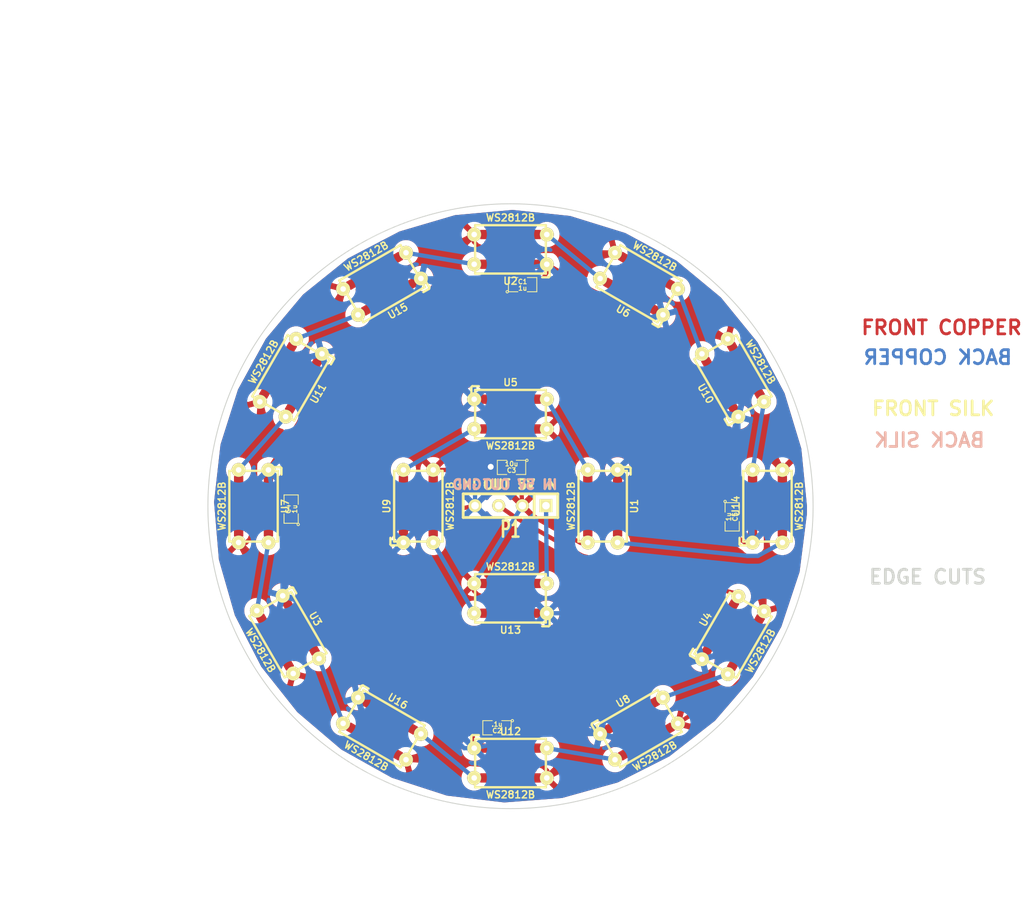
<source format=kicad_pcb>
(kicad_pcb (version 3) (host pcbnew "(2013-mar-13)-testing")

  (general
    (links 123)
    (no_connects 0)
    (area 90.17 38.1 200.021429 134.620001)
    (thickness 1.6)
    (drawings 16)
    (tracks 430)
    (zones 0)
    (modules 22)
    (nets 20)
  )

  (page A4)
  (layers
    (15 F.Cu signal)
    (0 B.Cu signal)
    (16 B.Adhes user)
    (17 F.Adhes user)
    (18 B.Paste user)
    (19 F.Paste user)
    (20 B.SilkS user)
    (21 F.SilkS user)
    (22 B.Mask user)
    (23 F.Mask user)
    (24 Dwgs.User user)
    (25 Cmts.User user)
    (26 Eco1.User user)
    (27 Eco2.User user)
    (28 Edge.Cuts user)
  )

  (setup
    (last_trace_width 0.4572)
    (trace_clearance 0.3048)
    (zone_clearance 0.6112)
    (zone_45_only no)
    (trace_min 0.254)
    (segment_width 0.2)
    (edge_width 0.1)
    (via_size 0.889)
    (via_drill 0.635)
    (via_min_size 0.889)
    (via_min_drill 0.508)
    (uvia_size 0.508)
    (uvia_drill 0.127)
    (uvias_allowed no)
    (uvia_min_size 0.508)
    (uvia_min_drill 0.127)
    (pcb_text_width 0.3)
    (pcb_text_size 1.5 1.5)
    (mod_edge_width 0.15)
    (mod_text_size 1 1)
    (mod_text_width 0.15)
    (pad_size 1.5 1.5)
    (pad_drill 0.6)
    (pad_to_mask_clearance 0)
    (aux_axis_origin 0 0)
    (visible_elements FFFFFF7F)
    (pcbplotparams
      (layerselection 284196865)
      (usegerberextensions false)
      (excludeedgelayer false)
      (linewidth 0.150000)
      (plotframeref false)
      (viasonmask false)
      (mode 1)
      (useauxorigin false)
      (hpglpennumber 1)
      (hpglpenspeed 20)
      (hpglpendiameter 15)
      (hpglpenoverlay 2)
      (psnegative false)
      (psa4output false)
      (plotreference true)
      (plotvalue true)
      (plotothertext true)
      (plotinvisibletext false)
      (padsonsilk false)
      (subtractmaskfromsilk false)
      (outputformat 1)
      (mirror false)
      (drillshape 0)
      (scaleselection 1)
      (outputdirectory ws2812boards_10mmx10mm_Green_1_0mm))
  )

  (net 0 "")
  (net 1 +5V)
  (net 2 GND)
  (net 3 N-0000010)
  (net 4 N-0000011)
  (net 5 N-0000012)
  (net 6 N-0000013)
  (net 7 N-0000014)
  (net 8 N-0000015)
  (net 9 N-0000016)
  (net 10 N-0000017)
  (net 11 N-0000018)
  (net 12 N-0000019)
  (net 13 N-000003)
  (net 14 N-000004)
  (net 15 N-000005)
  (net 16 N-000006)
  (net 17 N-000007)
  (net 18 N-000008)
  (net 19 N-000009)

  (net_class Default "This is the default net class."
    (clearance 0.3048)
    (trace_width 0.4572)
    (via_dia 0.889)
    (via_drill 0.635)
    (uvia_dia 0.508)
    (uvia_drill 0.127)
    (add_net "")
    (add_net +5V)
    (add_net GND)
    (add_net N-0000010)
    (add_net N-0000011)
    (add_net N-0000012)
    (add_net N-0000013)
    (add_net N-0000014)
    (add_net N-0000015)
    (add_net N-0000016)
    (add_net N-0000017)
    (add_net N-0000018)
    (add_net N-0000019)
    (add_net N-000003)
    (add_net N-000004)
    (add_net N-000005)
    (add_net N-000006)
    (add_net N-000007)
    (add_net N-000008)
    (add_net N-000009)
  )

  (module SM0805 (layer F.Cu) (tedit 5091495C) (tstamp 538A0BEA)
    (at 146.3 68.69)
    (path /538A09AC)
    (attr smd)
    (fp_text reference C1 (at 0 -0.3175) (layer F.SilkS)
      (effects (font (size 0.50038 0.50038) (thickness 0.10922)))
    )
    (fp_text value 1u (at 0 0.381) (layer F.SilkS)
      (effects (font (size 0.50038 0.50038) (thickness 0.10922)))
    )
    (fp_circle (center -1.651 0.762) (end -1.651 0.635) (layer F.SilkS) (width 0.09906))
    (fp_line (start -0.508 0.762) (end -1.524 0.762) (layer F.SilkS) (width 0.09906))
    (fp_line (start -1.524 0.762) (end -1.524 -0.762) (layer F.SilkS) (width 0.09906))
    (fp_line (start -1.524 -0.762) (end -0.508 -0.762) (layer F.SilkS) (width 0.09906))
    (fp_line (start 0.508 -0.762) (end 1.524 -0.762) (layer F.SilkS) (width 0.09906))
    (fp_line (start 1.524 -0.762) (end 1.524 0.762) (layer F.SilkS) (width 0.09906))
    (fp_line (start 1.524 0.762) (end 0.508 0.762) (layer F.SilkS) (width 0.09906))
    (pad 1 smd rect (at -0.9525 0) (size 0.889 1.397)
      (layers F.Cu F.Paste F.Mask)
      (net 1 +5V)
    )
    (pad 2 smd rect (at 0.9525 0) (size 0.889 1.397)
      (layers F.Cu F.Paste F.Mask)
      (net 2 GND)
    )
    (model smd/chip_cms.wrl
      (at (xyz 0 0 0))
      (scale (xyz 0.1 0.1 0.1))
      (rotate (xyz 0 0 0))
    )
  )

  (module SM0805 (layer F.Cu) (tedit 5091495C) (tstamp 538A0BF7)
    (at 143.55 116.31 180)
    (path /538A09BB)
    (attr smd)
    (fp_text reference C2 (at 0 -0.3175 180) (layer F.SilkS)
      (effects (font (size 0.50038 0.50038) (thickness 0.10922)))
    )
    (fp_text value .1u (at 0 0.381 180) (layer F.SilkS)
      (effects (font (size 0.50038 0.50038) (thickness 0.10922)))
    )
    (fp_circle (center -1.651 0.762) (end -1.651 0.635) (layer F.SilkS) (width 0.09906))
    (fp_line (start -0.508 0.762) (end -1.524 0.762) (layer F.SilkS) (width 0.09906))
    (fp_line (start -1.524 0.762) (end -1.524 -0.762) (layer F.SilkS) (width 0.09906))
    (fp_line (start -1.524 -0.762) (end -0.508 -0.762) (layer F.SilkS) (width 0.09906))
    (fp_line (start 0.508 -0.762) (end 1.524 -0.762) (layer F.SilkS) (width 0.09906))
    (fp_line (start 1.524 -0.762) (end 1.524 0.762) (layer F.SilkS) (width 0.09906))
    (fp_line (start 1.524 0.762) (end 0.508 0.762) (layer F.SilkS) (width 0.09906))
    (pad 1 smd rect (at -0.9525 0 180) (size 0.889 1.397)
      (layers F.Cu F.Paste F.Mask)
      (net 1 +5V)
    )
    (pad 2 smd rect (at 0.9525 0 180) (size 0.889 1.397)
      (layers F.Cu F.Paste F.Mask)
      (net 2 GND)
    )
    (model smd/chip_cms.wrl
      (at (xyz 0 0 0))
      (scale (xyz 0.1 0.1 0.1))
      (rotate (xyz 0 0 0))
    )
  )

  (module SM0805 (layer F.Cu) (tedit 5091495C) (tstamp 538A0C04)
    (at 145.11 88.33 180)
    (path /538A09CA)
    (attr smd)
    (fp_text reference C3 (at 0 -0.3175 180) (layer F.SilkS)
      (effects (font (size 0.50038 0.50038) (thickness 0.10922)))
    )
    (fp_text value 10u (at 0 0.381 180) (layer F.SilkS)
      (effects (font (size 0.50038 0.50038) (thickness 0.10922)))
    )
    (fp_circle (center -1.651 0.762) (end -1.651 0.635) (layer F.SilkS) (width 0.09906))
    (fp_line (start -0.508 0.762) (end -1.524 0.762) (layer F.SilkS) (width 0.09906))
    (fp_line (start -1.524 0.762) (end -1.524 -0.762) (layer F.SilkS) (width 0.09906))
    (fp_line (start -1.524 -0.762) (end -0.508 -0.762) (layer F.SilkS) (width 0.09906))
    (fp_line (start 0.508 -0.762) (end 1.524 -0.762) (layer F.SilkS) (width 0.09906))
    (fp_line (start 1.524 -0.762) (end 1.524 0.762) (layer F.SilkS) (width 0.09906))
    (fp_line (start 1.524 0.762) (end 0.508 0.762) (layer F.SilkS) (width 0.09906))
    (pad 1 smd rect (at -0.9525 0 180) (size 0.889 1.397)
      (layers F.Cu F.Paste F.Mask)
      (net 1 +5V)
    )
    (pad 2 smd rect (at 0.9525 0 180) (size 0.889 1.397)
      (layers F.Cu F.Paste F.Mask)
      (net 2 GND)
    )
    (model smd/chip_cms.wrl
      (at (xyz 0 0 0))
      (scale (xyz 0.1 0.1 0.1))
      (rotate (xyz 0 0 0))
    )
  )

  (module SIL-4 (layer F.Cu) (tedit 200000) (tstamp 538AD76F)
    (at 145 92.4412 180)
    (descr "Connecteur 4 pibs")
    (tags "CONN DEV")
    (path /538A10FB)
    (fp_text reference P1 (at 0 -2.54 180) (layer F.SilkS)
      (effects (font (size 1.73482 1.08712) (thickness 0.3048)))
    )
    (fp_text value CONN (at 0 -2.54 180) (layer F.SilkS) hide
      (effects (font (size 1.524 1.016) (thickness 0.3048)))
    )
    (fp_line (start -5.08 -1.27) (end -5.08 -1.27) (layer F.SilkS) (width 0.3048))
    (fp_line (start -5.08 1.27) (end -5.08 -1.27) (layer F.SilkS) (width 0.3048))
    (fp_line (start -5.08 -1.27) (end -5.08 -1.27) (layer F.SilkS) (width 0.3048))
    (fp_line (start -5.08 -1.27) (end 5.08 -1.27) (layer F.SilkS) (width 0.3048))
    (fp_line (start 5.08 -1.27) (end 5.08 1.27) (layer F.SilkS) (width 0.3048))
    (fp_line (start 5.08 1.27) (end -5.08 1.27) (layer F.SilkS) (width 0.3048))
    (fp_line (start -2.54 1.27) (end -2.54 -1.27) (layer F.SilkS) (width 0.3048))
    (pad 1 thru_hole rect (at -3.81 0 180) (size 1.397 1.397) (drill 0.8128)
      (layers *.Cu *.Mask F.SilkS)
      (net 4 N-0000011)
    )
    (pad 2 thru_hole circle (at -1.27 0 180) (size 1.397 1.397) (drill 0.8128)
      (layers *.Cu *.Mask F.SilkS)
      (net 1 +5V)
    )
    (pad 3 thru_hole circle (at 1.27 0 180) (size 1.397 1.397) (drill 0.8128)
      (layers *.Cu *.Mask F.SilkS)
      (net 3 N-0000010)
    )
    (pad 4 thru_hole circle (at 3.81 0 180) (size 1.397 1.397) (drill 0.8128)
      (layers *.Cu *.Mask F.SilkS)
      (net 2 GND)
    )
  )

  (module SM0805 (layer F.Cu) (tedit 5091495C) (tstamp 538ADD1A)
    (at 121.44 92.81 90)
    (path /538A151D)
    (attr smd)
    (fp_text reference C4 (at 0 -0.3175 90) (layer F.SilkS)
      (effects (font (size 0.50038 0.50038) (thickness 0.10922)))
    )
    (fp_text value 1u (at 0 0.381 90) (layer F.SilkS)
      (effects (font (size 0.50038 0.50038) (thickness 0.10922)))
    )
    (fp_circle (center -1.651 0.762) (end -1.651 0.635) (layer F.SilkS) (width 0.09906))
    (fp_line (start -0.508 0.762) (end -1.524 0.762) (layer F.SilkS) (width 0.09906))
    (fp_line (start -1.524 0.762) (end -1.524 -0.762) (layer F.SilkS) (width 0.09906))
    (fp_line (start -1.524 -0.762) (end -0.508 -0.762) (layer F.SilkS) (width 0.09906))
    (fp_line (start 0.508 -0.762) (end 1.524 -0.762) (layer F.SilkS) (width 0.09906))
    (fp_line (start 1.524 -0.762) (end 1.524 0.762) (layer F.SilkS) (width 0.09906))
    (fp_line (start 1.524 0.762) (end 0.508 0.762) (layer F.SilkS) (width 0.09906))
    (pad 1 smd rect (at -0.9525 0 90) (size 0.889 1.397)
      (layers F.Cu F.Paste F.Mask)
      (net 1 +5V)
    )
    (pad 2 smd rect (at 0.9525 0 90) (size 0.889 1.397)
      (layers F.Cu F.Paste F.Mask)
      (net 2 GND)
    )
    (model smd/chip_cms.wrl
      (at (xyz 0 0 0))
      (scale (xyz 0.1 0.1 0.1))
      (rotate (xyz 0 0 0))
    )
  )

  (module SM0805 (layer F.Cu) (tedit 5091495C) (tstamp 538ADD27)
    (at 168.81 93.64 270)
    (path /538A1517)
    (attr smd)
    (fp_text reference C5 (at 0 -0.3175 270) (layer F.SilkS)
      (effects (font (size 0.50038 0.50038) (thickness 0.10922)))
    )
    (fp_text value 1u (at 0 0.381 270) (layer F.SilkS)
      (effects (font (size 0.50038 0.50038) (thickness 0.10922)))
    )
    (fp_circle (center -1.651 0.762) (end -1.651 0.635) (layer F.SilkS) (width 0.09906))
    (fp_line (start -0.508 0.762) (end -1.524 0.762) (layer F.SilkS) (width 0.09906))
    (fp_line (start -1.524 0.762) (end -1.524 -0.762) (layer F.SilkS) (width 0.09906))
    (fp_line (start -1.524 -0.762) (end -0.508 -0.762) (layer F.SilkS) (width 0.09906))
    (fp_line (start 0.508 -0.762) (end 1.524 -0.762) (layer F.SilkS) (width 0.09906))
    (fp_line (start 1.524 -0.762) (end 1.524 0.762) (layer F.SilkS) (width 0.09906))
    (fp_line (start 1.524 0.762) (end 0.508 0.762) (layer F.SilkS) (width 0.09906))
    (pad 1 smd rect (at -0.9525 0 270) (size 0.889 1.397)
      (layers F.Cu F.Paste F.Mask)
      (net 1 +5V)
    )
    (pad 2 smd rect (at 0.9525 0 270) (size 0.889 1.397)
      (layers F.Cu F.Paste F.Mask)
      (net 2 GND)
    )
    (model smd/chip_cms.wrl
      (at (xyz 0 0 0))
      (scale (xyz 0.1 0.1 0.1))
      (rotate (xyz 0 0 0))
    )
  )

  (module WS2812BP (layer F.Cu) (tedit 538CAE5A) (tstamp 538CB36F)
    (at 155 92.5 90)
    (path /538A0991)
    (fp_text reference U1 (at 0 3.29946 90) (layer F.SilkS)
      (effects (font (size 0.762 0.762) (thickness 0.1524)))
    )
    (fp_text value WS2812B (at 0 -3.50012 90) (layer F.SilkS)
      (effects (font (size 0.762 0.762) (thickness 0.1524)))
    )
    (fp_line (start 4.09956 2.90068) (end 4.20116 2.79908) (layer F.SilkS) (width 0.254))
    (fp_line (start 4.20116 2.79908) (end 4.20116 2.10058) (layer F.SilkS) (width 0.254))
    (fp_line (start 3.40106 2.90068) (end 4.09956 2.90068) (layer F.SilkS) (width 0.254))
    (fp_line (start 3.79984 -2.70002) (end 3.79984 2.49936) (layer F.SilkS) (width 0.254))
    (fp_line (start 3.79984 2.49936) (end -3.79984 2.49936) (layer F.SilkS) (width 0.254))
    (fp_line (start -3.79984 2.49936) (end -3.79984 -2.70002) (layer F.SilkS) (width 0.254))
    (fp_line (start -3.79984 -2.70002) (end 3.79984 -2.70002) (layer F.SilkS) (width 0.254))
    (pad 1 smd rect (at -2.49936 -1.69926 90) (size 1.50114 1.00076)
      (layers F.Cu F.Paste F.Mask)
      (net 1 +5V)
    )
    (pad 2 smd rect (at -2.49936 1.50114 90) (size 1.50114 1.00076)
      (layers F.Cu F.Paste F.Mask)
      (net 18 N-000008)
    )
    (pad 3 smd rect (at 2.49936 1.50114 90) (size 1.50114 1.00076)
      (layers F.Cu F.Paste F.Mask)
      (net 2 GND)
    )
    (pad 4 smd rect (at 2.49936 -1.69926 90) (size 1.50114 1.00076)
      (layers F.Cu F.Paste F.Mask)
      (net 7 N-0000014)
    )
    (pad 1 thru_hole circle (at -3.9 -1.7 90) (size 1.5 1.5) (drill 0.6)
      (layers *.Cu *.Mask F.SilkS)
      (net 1 +5V)
    )
    (pad 2 thru_hole circle (at -3.9 1.5 90) (size 1.5 1.5) (drill 0.6)
      (layers *.Cu *.Mask F.SilkS)
      (net 18 N-000008)
    )
    (pad 3 thru_hole circle (at 3.9 1.5 90) (size 1.5 1.5) (drill 0.6)
      (layers *.Cu *.Mask F.SilkS)
      (net 2 GND)
    )
    (pad 4 thru_hole circle (at 3.9 -1.7 90) (size 1.5 1.5) (drill 0.6)
      (layers *.Cu *.Mask F.SilkS)
      (net 7 N-0000014)
    )
  )

  (module WS2812BP (layer F.Cu) (tedit 538CAE5A) (tstamp 538CB381)
    (at 145 65)
    (path /538A0AB6)
    (fp_text reference U2 (at 0 3.29946) (layer F.SilkS)
      (effects (font (size 0.762 0.762) (thickness 0.1524)))
    )
    (fp_text value WS2812B (at 0 -3.50012) (layer F.SilkS)
      (effects (font (size 0.762 0.762) (thickness 0.1524)))
    )
    (fp_line (start 4.09956 2.90068) (end 4.20116 2.79908) (layer F.SilkS) (width 0.254))
    (fp_line (start 4.20116 2.79908) (end 4.20116 2.10058) (layer F.SilkS) (width 0.254))
    (fp_line (start 3.40106 2.90068) (end 4.09956 2.90068) (layer F.SilkS) (width 0.254))
    (fp_line (start 3.79984 -2.70002) (end 3.79984 2.49936) (layer F.SilkS) (width 0.254))
    (fp_line (start 3.79984 2.49936) (end -3.79984 2.49936) (layer F.SilkS) (width 0.254))
    (fp_line (start -3.79984 2.49936) (end -3.79984 -2.70002) (layer F.SilkS) (width 0.254))
    (fp_line (start -3.79984 -2.70002) (end 3.79984 -2.70002) (layer F.SilkS) (width 0.254))
    (pad 1 smd rect (at -2.49936 -1.69926) (size 1.50114 1.00076)
      (layers F.Cu F.Paste F.Mask)
      (net 1 +5V)
    )
    (pad 2 smd rect (at -2.49936 1.50114) (size 1.50114 1.00076)
      (layers F.Cu F.Paste F.Mask)
      (net 14 N-000004)
    )
    (pad 3 smd rect (at 2.49936 1.50114) (size 1.50114 1.00076)
      (layers F.Cu F.Paste F.Mask)
      (net 2 GND)
    )
    (pad 4 smd rect (at 2.49936 -1.69926) (size 1.50114 1.00076)
      (layers F.Cu F.Paste F.Mask)
      (net 15 N-000005)
    )
    (pad 1 thru_hole circle (at -3.9 -1.7) (size 1.5 1.5) (drill 0.6)
      (layers *.Cu *.Mask F.SilkS)
      (net 1 +5V)
    )
    (pad 2 thru_hole circle (at -3.9 1.5) (size 1.5 1.5) (drill 0.6)
      (layers *.Cu *.Mask F.SilkS)
      (net 14 N-000004)
    )
    (pad 3 thru_hole circle (at 3.9 1.5) (size 1.5 1.5) (drill 0.6)
      (layers *.Cu *.Mask F.SilkS)
      (net 2 GND)
    )
    (pad 4 thru_hole circle (at 3.9 -1.7) (size 1.5 1.5) (drill 0.6)
      (layers *.Cu *.Mask F.SilkS)
      (net 15 N-000005)
    )
  )

  (module WS2812BP (layer F.Cu) (tedit 538CAE5A) (tstamp 538CB393)
    (at 168.82 106.316 240)
    (path /538A0ADE)
    (fp_text reference U4 (at 0 3.29946 240) (layer F.SilkS)
      (effects (font (size 0.762 0.762) (thickness 0.1524)))
    )
    (fp_text value WS2812B (at 0 -3.50012 240) (layer F.SilkS)
      (effects (font (size 0.762 0.762) (thickness 0.1524)))
    )
    (fp_line (start 4.09956 2.90068) (end 4.20116 2.79908) (layer F.SilkS) (width 0.254))
    (fp_line (start 4.20116 2.79908) (end 4.20116 2.10058) (layer F.SilkS) (width 0.254))
    (fp_line (start 3.40106 2.90068) (end 4.09956 2.90068) (layer F.SilkS) (width 0.254))
    (fp_line (start 3.79984 -2.70002) (end 3.79984 2.49936) (layer F.SilkS) (width 0.254))
    (fp_line (start 3.79984 2.49936) (end -3.79984 2.49936) (layer F.SilkS) (width 0.254))
    (fp_line (start -3.79984 2.49936) (end -3.79984 -2.70002) (layer F.SilkS) (width 0.254))
    (fp_line (start -3.79984 -2.70002) (end 3.79984 -2.70002) (layer F.SilkS) (width 0.254))
    (pad 1 smd rect (at -2.49936 -1.69926 240) (size 1.50114 1.00076)
      (layers F.Cu F.Paste F.Mask)
      (net 1 +5V)
    )
    (pad 2 smd rect (at -2.49936 1.50114 240) (size 1.50114 1.00076)
      (layers F.Cu F.Paste F.Mask)
      (net 3 N-0000010)
    )
    (pad 3 smd rect (at 2.49936 1.50114 240) (size 1.50114 1.00076)
      (layers F.Cu F.Paste F.Mask)
      (net 2 GND)
    )
    (pad 4 smd rect (at 2.49936 -1.69926 240) (size 1.50114 1.00076)
      (layers F.Cu F.Paste F.Mask)
      (net 12 N-0000019)
    )
    (pad 1 thru_hole circle (at -3.9 -1.7 240) (size 1.5 1.5) (drill 0.6)
      (layers *.Cu *.Mask F.SilkS)
      (net 1 +5V)
    )
    (pad 2 thru_hole circle (at -3.9 1.5 240) (size 1.5 1.5) (drill 0.6)
      (layers *.Cu *.Mask F.SilkS)
      (net 3 N-0000010)
    )
    (pad 3 thru_hole circle (at 3.9 1.5 240) (size 1.5 1.5) (drill 0.6)
      (layers *.Cu *.Mask F.SilkS)
      (net 2 GND)
    )
    (pad 4 thru_hole circle (at 3.9 -1.7 240) (size 1.5 1.5) (drill 0.6)
      (layers *.Cu *.Mask F.SilkS)
      (net 12 N-0000019)
    )
  )

  (module WS2812BP (layer F.Cu) (tedit 538CAE5A) (tstamp 538CB3A5)
    (at 145 82.5 180)
    (path /538A0AF2)
    (fp_text reference U5 (at 0 3.29946 180) (layer F.SilkS)
      (effects (font (size 0.762 0.762) (thickness 0.1524)))
    )
    (fp_text value WS2812B (at 0 -3.50012 180) (layer F.SilkS)
      (effects (font (size 0.762 0.762) (thickness 0.1524)))
    )
    (fp_line (start 4.09956 2.90068) (end 4.20116 2.79908) (layer F.SilkS) (width 0.254))
    (fp_line (start 4.20116 2.79908) (end 4.20116 2.10058) (layer F.SilkS) (width 0.254))
    (fp_line (start 3.40106 2.90068) (end 4.09956 2.90068) (layer F.SilkS) (width 0.254))
    (fp_line (start 3.79984 -2.70002) (end 3.79984 2.49936) (layer F.SilkS) (width 0.254))
    (fp_line (start 3.79984 2.49936) (end -3.79984 2.49936) (layer F.SilkS) (width 0.254))
    (fp_line (start -3.79984 2.49936) (end -3.79984 -2.70002) (layer F.SilkS) (width 0.254))
    (fp_line (start -3.79984 -2.70002) (end 3.79984 -2.70002) (layer F.SilkS) (width 0.254))
    (pad 1 smd rect (at -2.49936 -1.69926 180) (size 1.50114 1.00076)
      (layers F.Cu F.Paste F.Mask)
      (net 1 +5V)
    )
    (pad 2 smd rect (at -2.49936 1.50114 180) (size 1.50114 1.00076)
      (layers F.Cu F.Paste F.Mask)
      (net 7 N-0000014)
    )
    (pad 3 smd rect (at 2.49936 1.50114 180) (size 1.50114 1.00076)
      (layers F.Cu F.Paste F.Mask)
      (net 2 GND)
    )
    (pad 4 smd rect (at 2.49936 -1.69926 180) (size 1.50114 1.00076)
      (layers F.Cu F.Paste F.Mask)
      (net 9 N-0000016)
    )
    (pad 1 thru_hole circle (at -3.9 -1.7 180) (size 1.5 1.5) (drill 0.6)
      (layers *.Cu *.Mask F.SilkS)
      (net 1 +5V)
    )
    (pad 2 thru_hole circle (at -3.9 1.5 180) (size 1.5 1.5) (drill 0.6)
      (layers *.Cu *.Mask F.SilkS)
      (net 7 N-0000014)
    )
    (pad 3 thru_hole circle (at 3.9 1.5 180) (size 1.5 1.5) (drill 0.6)
      (layers *.Cu *.Mask F.SilkS)
      (net 2 GND)
    )
    (pad 4 thru_hole circle (at 3.9 -1.7 180) (size 1.5 1.5) (drill 0.6)
      (layers *.Cu *.Mask F.SilkS)
      (net 9 N-0000016)
    )
  )

  (module WS2812BP (layer F.Cu) (tedit 538CAE5A) (tstamp 538CB3B7)
    (at 158.75 68.68 330)
    (path /538A0B06)
    (fp_text reference U6 (at 0 3.29946 330) (layer F.SilkS)
      (effects (font (size 0.762 0.762) (thickness 0.1524)))
    )
    (fp_text value WS2812B (at 0 -3.50012 330) (layer F.SilkS)
      (effects (font (size 0.762 0.762) (thickness 0.1524)))
    )
    (fp_line (start 4.09956 2.90068) (end 4.20116 2.79908) (layer F.SilkS) (width 0.254))
    (fp_line (start 4.20116 2.79908) (end 4.20116 2.10058) (layer F.SilkS) (width 0.254))
    (fp_line (start 3.40106 2.90068) (end 4.09956 2.90068) (layer F.SilkS) (width 0.254))
    (fp_line (start 3.79984 -2.70002) (end 3.79984 2.49936) (layer F.SilkS) (width 0.254))
    (fp_line (start 3.79984 2.49936) (end -3.79984 2.49936) (layer F.SilkS) (width 0.254))
    (fp_line (start -3.79984 2.49936) (end -3.79984 -2.70002) (layer F.SilkS) (width 0.254))
    (fp_line (start -3.79984 -2.70002) (end 3.79984 -2.70002) (layer F.SilkS) (width 0.254))
    (pad 1 smd rect (at -2.49936 -1.69926 330) (size 1.50114 1.00076)
      (layers F.Cu F.Paste F.Mask)
      (net 1 +5V)
    )
    (pad 2 smd rect (at -2.49936 1.50114 330) (size 1.50114 1.00076)
      (layers F.Cu F.Paste F.Mask)
      (net 15 N-000005)
    )
    (pad 3 smd rect (at 2.49936 1.50114 330) (size 1.50114 1.00076)
      (layers F.Cu F.Paste F.Mask)
      (net 2 GND)
    )
    (pad 4 smd rect (at 2.49936 -1.69926 330) (size 1.50114 1.00076)
      (layers F.Cu F.Paste F.Mask)
      (net 16 N-000006)
    )
    (pad 1 thru_hole circle (at -3.9 -1.7 330) (size 1.5 1.5) (drill 0.6)
      (layers *.Cu *.Mask F.SilkS)
      (net 1 +5V)
    )
    (pad 2 thru_hole circle (at -3.9 1.5 330) (size 1.5 1.5) (drill 0.6)
      (layers *.Cu *.Mask F.SilkS)
      (net 15 N-000005)
    )
    (pad 3 thru_hole circle (at 3.9 1.5 330) (size 1.5 1.5) (drill 0.6)
      (layers *.Cu *.Mask F.SilkS)
      (net 2 GND)
    )
    (pad 4 thru_hole circle (at 3.9 -1.7 330) (size 1.5 1.5) (drill 0.6)
      (layers *.Cu *.Mask F.SilkS)
      (net 16 N-000006)
    )
  )

  (module WS2812BP (layer F.Cu) (tedit 538CAE5A) (tstamp 538CB3C9)
    (at 117.5 92.5 90)
    (path /538A0B1A)
    (fp_text reference U7 (at 0 3.29946 90) (layer F.SilkS)
      (effects (font (size 0.762 0.762) (thickness 0.1524)))
    )
    (fp_text value WS2812B (at 0 -3.50012 90) (layer F.SilkS)
      (effects (font (size 0.762 0.762) (thickness 0.1524)))
    )
    (fp_line (start 4.09956 2.90068) (end 4.20116 2.79908) (layer F.SilkS) (width 0.254))
    (fp_line (start 4.20116 2.79908) (end 4.20116 2.10058) (layer F.SilkS) (width 0.254))
    (fp_line (start 3.40106 2.90068) (end 4.09956 2.90068) (layer F.SilkS) (width 0.254))
    (fp_line (start 3.79984 -2.70002) (end 3.79984 2.49936) (layer F.SilkS) (width 0.254))
    (fp_line (start 3.79984 2.49936) (end -3.79984 2.49936) (layer F.SilkS) (width 0.254))
    (fp_line (start -3.79984 2.49936) (end -3.79984 -2.70002) (layer F.SilkS) (width 0.254))
    (fp_line (start -3.79984 -2.70002) (end 3.79984 -2.70002) (layer F.SilkS) (width 0.254))
    (pad 1 smd rect (at -2.49936 -1.69926 90) (size 1.50114 1.00076)
      (layers F.Cu F.Paste F.Mask)
      (net 1 +5V)
    )
    (pad 2 smd rect (at -2.49936 1.50114 90) (size 1.50114 1.00076)
      (layers F.Cu F.Paste F.Mask)
      (net 8 N-0000015)
    )
    (pad 3 smd rect (at 2.49936 1.50114 90) (size 1.50114 1.00076)
      (layers F.Cu F.Paste F.Mask)
      (net 2 GND)
    )
    (pad 4 smd rect (at 2.49936 -1.69926 90) (size 1.50114 1.00076)
      (layers F.Cu F.Paste F.Mask)
      (net 5 N-0000012)
    )
    (pad 1 thru_hole circle (at -3.9 -1.7 90) (size 1.5 1.5) (drill 0.6)
      (layers *.Cu *.Mask F.SilkS)
      (net 1 +5V)
    )
    (pad 2 thru_hole circle (at -3.9 1.5 90) (size 1.5 1.5) (drill 0.6)
      (layers *.Cu *.Mask F.SilkS)
      (net 8 N-0000015)
    )
    (pad 3 thru_hole circle (at 3.9 1.5 90) (size 1.5 1.5) (drill 0.6)
      (layers *.Cu *.Mask F.SilkS)
      (net 2 GND)
    )
    (pad 4 thru_hole circle (at 3.9 -1.7 90) (size 1.5 1.5) (drill 0.6)
      (layers *.Cu *.Mask F.SilkS)
      (net 5 N-0000012)
    )
  )

  (module WS2812BP (layer F.Cu) (tedit 538CAE5A) (tstamp 538CB3DB)
    (at 158.75 116.316 210)
    (path /538A0B2E)
    (fp_text reference U8 (at 0 3.29946 210) (layer F.SilkS)
      (effects (font (size 0.762 0.762) (thickness 0.1524)))
    )
    (fp_text value WS2812B (at 0 -3.50012 210) (layer F.SilkS)
      (effects (font (size 0.762 0.762) (thickness 0.1524)))
    )
    (fp_line (start 4.09956 2.90068) (end 4.20116 2.79908) (layer F.SilkS) (width 0.254))
    (fp_line (start 4.20116 2.79908) (end 4.20116 2.10058) (layer F.SilkS) (width 0.254))
    (fp_line (start 3.40106 2.90068) (end 4.09956 2.90068) (layer F.SilkS) (width 0.254))
    (fp_line (start 3.79984 -2.70002) (end 3.79984 2.49936) (layer F.SilkS) (width 0.254))
    (fp_line (start 3.79984 2.49936) (end -3.79984 2.49936) (layer F.SilkS) (width 0.254))
    (fp_line (start -3.79984 2.49936) (end -3.79984 -2.70002) (layer F.SilkS) (width 0.254))
    (fp_line (start -3.79984 -2.70002) (end 3.79984 -2.70002) (layer F.SilkS) (width 0.254))
    (pad 1 smd rect (at -2.49936 -1.69926 210) (size 1.50114 1.00076)
      (layers F.Cu F.Paste F.Mask)
      (net 1 +5V)
    )
    (pad 2 smd rect (at -2.49936 1.50114 210) (size 1.50114 1.00076)
      (layers F.Cu F.Paste F.Mask)
      (net 12 N-0000019)
    )
    (pad 3 smd rect (at 2.49936 1.50114 210) (size 1.50114 1.00076)
      (layers F.Cu F.Paste F.Mask)
      (net 2 GND)
    )
    (pad 4 smd rect (at 2.49936 -1.69926 210) (size 1.50114 1.00076)
      (layers F.Cu F.Paste F.Mask)
      (net 19 N-000009)
    )
    (pad 1 thru_hole circle (at -3.9 -1.7 210) (size 1.5 1.5) (drill 0.6)
      (layers *.Cu *.Mask F.SilkS)
      (net 1 +5V)
    )
    (pad 2 thru_hole circle (at -3.9 1.5 210) (size 1.5 1.5) (drill 0.6)
      (layers *.Cu *.Mask F.SilkS)
      (net 12 N-0000019)
    )
    (pad 3 thru_hole circle (at 3.9 1.5 210) (size 1.5 1.5) (drill 0.6)
      (layers *.Cu *.Mask F.SilkS)
      (net 2 GND)
    )
    (pad 4 thru_hole circle (at 3.9 -1.7 210) (size 1.5 1.5) (drill 0.6)
      (layers *.Cu *.Mask F.SilkS)
      (net 19 N-000009)
    )
  )

  (module WS2812BP (layer F.Cu) (tedit 538CAE5A) (tstamp 538CB3ED)
    (at 135 92.5 270)
    (path /538A0B42)
    (fp_text reference U9 (at 0 3.29946 270) (layer F.SilkS)
      (effects (font (size 0.762 0.762) (thickness 0.1524)))
    )
    (fp_text value WS2812B (at 0 -3.50012 270) (layer F.SilkS)
      (effects (font (size 0.762 0.762) (thickness 0.1524)))
    )
    (fp_line (start 4.09956 2.90068) (end 4.20116 2.79908) (layer F.SilkS) (width 0.254))
    (fp_line (start 4.20116 2.79908) (end 4.20116 2.10058) (layer F.SilkS) (width 0.254))
    (fp_line (start 3.40106 2.90068) (end 4.09956 2.90068) (layer F.SilkS) (width 0.254))
    (fp_line (start 3.79984 -2.70002) (end 3.79984 2.49936) (layer F.SilkS) (width 0.254))
    (fp_line (start 3.79984 2.49936) (end -3.79984 2.49936) (layer F.SilkS) (width 0.254))
    (fp_line (start -3.79984 2.49936) (end -3.79984 -2.70002) (layer F.SilkS) (width 0.254))
    (fp_line (start -3.79984 -2.70002) (end 3.79984 -2.70002) (layer F.SilkS) (width 0.254))
    (pad 1 smd rect (at -2.49936 -1.69926 270) (size 1.50114 1.00076)
      (layers F.Cu F.Paste F.Mask)
      (net 1 +5V)
    )
    (pad 2 smd rect (at -2.49936 1.50114 270) (size 1.50114 1.00076)
      (layers F.Cu F.Paste F.Mask)
      (net 9 N-0000016)
    )
    (pad 3 smd rect (at 2.49936 1.50114 270) (size 1.50114 1.00076)
      (layers F.Cu F.Paste F.Mask)
      (net 2 GND)
    )
    (pad 4 smd rect (at 2.49936 -1.69926 270) (size 1.50114 1.00076)
      (layers F.Cu F.Paste F.Mask)
      (net 10 N-0000017)
    )
    (pad 1 thru_hole circle (at -3.9 -1.7 270) (size 1.5 1.5) (drill 0.6)
      (layers *.Cu *.Mask F.SilkS)
      (net 1 +5V)
    )
    (pad 2 thru_hole circle (at -3.9 1.5 270) (size 1.5 1.5) (drill 0.6)
      (layers *.Cu *.Mask F.SilkS)
      (net 9 N-0000016)
    )
    (pad 3 thru_hole circle (at 3.9 1.5 270) (size 1.5 1.5) (drill 0.6)
      (layers *.Cu *.Mask F.SilkS)
      (net 2 GND)
    )
    (pad 4 thru_hole circle (at 3.9 -1.7 270) (size 1.5 1.5) (drill 0.6)
      (layers *.Cu *.Mask F.SilkS)
      (net 10 N-0000017)
    )
  )

  (module WS2812BP (layer F.Cu) (tedit 538CAE5A) (tstamp 538CB3FF)
    (at 168.81 78.75 300)
    (path /538A0B56)
    (fp_text reference U10 (at 0 3.29946 300) (layer F.SilkS)
      (effects (font (size 0.762 0.762) (thickness 0.1524)))
    )
    (fp_text value WS2812B (at 0 -3.50012 300) (layer F.SilkS)
      (effects (font (size 0.762 0.762) (thickness 0.1524)))
    )
    (fp_line (start 4.09956 2.90068) (end 4.20116 2.79908) (layer F.SilkS) (width 0.254))
    (fp_line (start 4.20116 2.79908) (end 4.20116 2.10058) (layer F.SilkS) (width 0.254))
    (fp_line (start 3.40106 2.90068) (end 4.09956 2.90068) (layer F.SilkS) (width 0.254))
    (fp_line (start 3.79984 -2.70002) (end 3.79984 2.49936) (layer F.SilkS) (width 0.254))
    (fp_line (start 3.79984 2.49936) (end -3.79984 2.49936) (layer F.SilkS) (width 0.254))
    (fp_line (start -3.79984 2.49936) (end -3.79984 -2.70002) (layer F.SilkS) (width 0.254))
    (fp_line (start -3.79984 -2.70002) (end 3.79984 -2.70002) (layer F.SilkS) (width 0.254))
    (pad 1 smd rect (at -2.49936 -1.69926 300) (size 1.50114 1.00076)
      (layers F.Cu F.Paste F.Mask)
      (net 1 +5V)
    )
    (pad 2 smd rect (at -2.49936 1.50114 300) (size 1.50114 1.00076)
      (layers F.Cu F.Paste F.Mask)
      (net 16 N-000006)
    )
    (pad 3 smd rect (at 2.49936 1.50114 300) (size 1.50114 1.00076)
      (layers F.Cu F.Paste F.Mask)
      (net 2 GND)
    )
    (pad 4 smd rect (at 2.49936 -1.69926 300) (size 1.50114 1.00076)
      (layers F.Cu F.Paste F.Mask)
      (net 17 N-000007)
    )
    (pad 1 thru_hole circle (at -3.9 -1.7 300) (size 1.5 1.5) (drill 0.6)
      (layers *.Cu *.Mask F.SilkS)
      (net 1 +5V)
    )
    (pad 2 thru_hole circle (at -3.9 1.5 300) (size 1.5 1.5) (drill 0.6)
      (layers *.Cu *.Mask F.SilkS)
      (net 16 N-000006)
    )
    (pad 3 thru_hole circle (at 3.9 1.5 300) (size 1.5 1.5) (drill 0.6)
      (layers *.Cu *.Mask F.SilkS)
      (net 2 GND)
    )
    (pad 4 thru_hole circle (at 3.9 -1.7 300) (size 1.5 1.5) (drill 0.6)
      (layers *.Cu *.Mask F.SilkS)
      (net 17 N-000007)
    )
  )

  (module WS2812BP (layer F.Cu) (tedit 538CAE5A) (tstamp 538CB411)
    (at 121.5 78.75 60)
    (path /538A0B6A)
    (fp_text reference U11 (at 0 3.29946 60) (layer F.SilkS)
      (effects (font (size 0.762 0.762) (thickness 0.1524)))
    )
    (fp_text value WS2812B (at 0 -3.50012 60) (layer F.SilkS)
      (effects (font (size 0.762 0.762) (thickness 0.1524)))
    )
    (fp_line (start 4.09956 2.90068) (end 4.20116 2.79908) (layer F.SilkS) (width 0.254))
    (fp_line (start 4.20116 2.79908) (end 4.20116 2.10058) (layer F.SilkS) (width 0.254))
    (fp_line (start 3.40106 2.90068) (end 4.09956 2.90068) (layer F.SilkS) (width 0.254))
    (fp_line (start 3.79984 -2.70002) (end 3.79984 2.49936) (layer F.SilkS) (width 0.254))
    (fp_line (start 3.79984 2.49936) (end -3.79984 2.49936) (layer F.SilkS) (width 0.254))
    (fp_line (start -3.79984 2.49936) (end -3.79984 -2.70002) (layer F.SilkS) (width 0.254))
    (fp_line (start -3.79984 -2.70002) (end 3.79984 -2.70002) (layer F.SilkS) (width 0.254))
    (pad 1 smd rect (at -2.49936 -1.69926 60) (size 1.50114 1.00076)
      (layers F.Cu F.Paste F.Mask)
      (net 1 +5V)
    )
    (pad 2 smd rect (at -2.49936 1.50114 60) (size 1.50114 1.00076)
      (layers F.Cu F.Paste F.Mask)
      (net 5 N-0000012)
    )
    (pad 3 smd rect (at 2.49936 1.50114 60) (size 1.50114 1.00076)
      (layers F.Cu F.Paste F.Mask)
      (net 2 GND)
    )
    (pad 4 smd rect (at 2.49936 -1.69926 60) (size 1.50114 1.00076)
      (layers F.Cu F.Paste F.Mask)
      (net 6 N-0000013)
    )
    (pad 1 thru_hole circle (at -3.9 -1.7 60) (size 1.5 1.5) (drill 0.6)
      (layers *.Cu *.Mask F.SilkS)
      (net 1 +5V)
    )
    (pad 2 thru_hole circle (at -3.9 1.5 60) (size 1.5 1.5) (drill 0.6)
      (layers *.Cu *.Mask F.SilkS)
      (net 5 N-0000012)
    )
    (pad 3 thru_hole circle (at 3.9 1.5 60) (size 1.5 1.5) (drill 0.6)
      (layers *.Cu *.Mask F.SilkS)
      (net 2 GND)
    )
    (pad 4 thru_hole circle (at 3.9 -1.7 60) (size 1.5 1.5) (drill 0.6)
      (layers *.Cu *.Mask F.SilkS)
      (net 6 N-0000013)
    )
  )

  (module WS2812BP (layer F.Cu) (tedit 538CAE5A) (tstamp 538CB423)
    (at 145 120 180)
    (path /538A0B7E)
    (fp_text reference U12 (at 0 3.29946 180) (layer F.SilkS)
      (effects (font (size 0.762 0.762) (thickness 0.1524)))
    )
    (fp_text value WS2812B (at 0 -3.50012 180) (layer F.SilkS)
      (effects (font (size 0.762 0.762) (thickness 0.1524)))
    )
    (fp_line (start 4.09956 2.90068) (end 4.20116 2.79908) (layer F.SilkS) (width 0.254))
    (fp_line (start 4.20116 2.79908) (end 4.20116 2.10058) (layer F.SilkS) (width 0.254))
    (fp_line (start 3.40106 2.90068) (end 4.09956 2.90068) (layer F.SilkS) (width 0.254))
    (fp_line (start 3.79984 -2.70002) (end 3.79984 2.49936) (layer F.SilkS) (width 0.254))
    (fp_line (start 3.79984 2.49936) (end -3.79984 2.49936) (layer F.SilkS) (width 0.254))
    (fp_line (start -3.79984 2.49936) (end -3.79984 -2.70002) (layer F.SilkS) (width 0.254))
    (fp_line (start -3.79984 -2.70002) (end 3.79984 -2.70002) (layer F.SilkS) (width 0.254))
    (pad 1 smd rect (at -2.49936 -1.69926 180) (size 1.50114 1.00076)
      (layers F.Cu F.Paste F.Mask)
      (net 1 +5V)
    )
    (pad 2 smd rect (at -2.49936 1.50114 180) (size 1.50114 1.00076)
      (layers F.Cu F.Paste F.Mask)
      (net 19 N-000009)
    )
    (pad 3 smd rect (at 2.49936 1.50114 180) (size 1.50114 1.00076)
      (layers F.Cu F.Paste F.Mask)
      (net 2 GND)
    )
    (pad 4 smd rect (at 2.49936 -1.69926 180) (size 1.50114 1.00076)
      (layers F.Cu F.Paste F.Mask)
      (net 13 N-000003)
    )
    (pad 1 thru_hole circle (at -3.9 -1.7 180) (size 1.5 1.5) (drill 0.6)
      (layers *.Cu *.Mask F.SilkS)
      (net 1 +5V)
    )
    (pad 2 thru_hole circle (at -3.9 1.5 180) (size 1.5 1.5) (drill 0.6)
      (layers *.Cu *.Mask F.SilkS)
      (net 19 N-000009)
    )
    (pad 3 thru_hole circle (at 3.9 1.5 180) (size 1.5 1.5) (drill 0.6)
      (layers *.Cu *.Mask F.SilkS)
      (net 2 GND)
    )
    (pad 4 thru_hole circle (at 3.9 -1.7 180) (size 1.5 1.5) (drill 0.6)
      (layers *.Cu *.Mask F.SilkS)
      (net 13 N-000003)
    )
  )

  (module WS2812BP (layer F.Cu) (tedit 538CAE5A) (tstamp 538CB435)
    (at 145 102.5)
    (path /538A0B92)
    (fp_text reference U13 (at 0 3.29946) (layer F.SilkS)
      (effects (font (size 0.762 0.762) (thickness 0.1524)))
    )
    (fp_text value WS2812B (at 0 -3.50012) (layer F.SilkS)
      (effects (font (size 0.762 0.762) (thickness 0.1524)))
    )
    (fp_line (start 4.09956 2.90068) (end 4.20116 2.79908) (layer F.SilkS) (width 0.254))
    (fp_line (start 4.20116 2.79908) (end 4.20116 2.10058) (layer F.SilkS) (width 0.254))
    (fp_line (start 3.40106 2.90068) (end 4.09956 2.90068) (layer F.SilkS) (width 0.254))
    (fp_line (start 3.79984 -2.70002) (end 3.79984 2.49936) (layer F.SilkS) (width 0.254))
    (fp_line (start 3.79984 2.49936) (end -3.79984 2.49936) (layer F.SilkS) (width 0.254))
    (fp_line (start -3.79984 2.49936) (end -3.79984 -2.70002) (layer F.SilkS) (width 0.254))
    (fp_line (start -3.79984 -2.70002) (end 3.79984 -2.70002) (layer F.SilkS) (width 0.254))
    (pad 1 smd rect (at -2.49936 -1.69926) (size 1.50114 1.00076)
      (layers F.Cu F.Paste F.Mask)
      (net 1 +5V)
    )
    (pad 2 smd rect (at -2.49936 1.50114) (size 1.50114 1.00076)
      (layers F.Cu F.Paste F.Mask)
      (net 10 N-0000017)
    )
    (pad 3 smd rect (at 2.49936 1.50114) (size 1.50114 1.00076)
      (layers F.Cu F.Paste F.Mask)
      (net 2 GND)
    )
    (pad 4 smd rect (at 2.49936 -1.69926) (size 1.50114 1.00076)
      (layers F.Cu F.Paste F.Mask)
      (net 4 N-0000011)
    )
    (pad 1 thru_hole circle (at -3.9 -1.7) (size 1.5 1.5) (drill 0.6)
      (layers *.Cu *.Mask F.SilkS)
      (net 1 +5V)
    )
    (pad 2 thru_hole circle (at -3.9 1.5) (size 1.5 1.5) (drill 0.6)
      (layers *.Cu *.Mask F.SilkS)
      (net 10 N-0000017)
    )
    (pad 3 thru_hole circle (at 3.9 1.5) (size 1.5 1.5) (drill 0.6)
      (layers *.Cu *.Mask F.SilkS)
      (net 2 GND)
    )
    (pad 4 thru_hole circle (at 3.9 -1.7) (size 1.5 1.5) (drill 0.6)
      (layers *.Cu *.Mask F.SilkS)
      (net 4 N-0000011)
    )
  )

  (module WS2812BP (layer F.Cu) (tedit 538CAE5A) (tstamp 538CB447)
    (at 172.5 92.5 270)
    (path /538A0BA6)
    (fp_text reference U14 (at 0 3.29946 270) (layer F.SilkS)
      (effects (font (size 0.762 0.762) (thickness 0.1524)))
    )
    (fp_text value WS2812B (at 0 -3.50012 270) (layer F.SilkS)
      (effects (font (size 0.762 0.762) (thickness 0.1524)))
    )
    (fp_line (start 4.09956 2.90068) (end 4.20116 2.79908) (layer F.SilkS) (width 0.254))
    (fp_line (start 4.20116 2.79908) (end 4.20116 2.10058) (layer F.SilkS) (width 0.254))
    (fp_line (start 3.40106 2.90068) (end 4.09956 2.90068) (layer F.SilkS) (width 0.254))
    (fp_line (start 3.79984 -2.70002) (end 3.79984 2.49936) (layer F.SilkS) (width 0.254))
    (fp_line (start 3.79984 2.49936) (end -3.79984 2.49936) (layer F.SilkS) (width 0.254))
    (fp_line (start -3.79984 2.49936) (end -3.79984 -2.70002) (layer F.SilkS) (width 0.254))
    (fp_line (start -3.79984 -2.70002) (end 3.79984 -2.70002) (layer F.SilkS) (width 0.254))
    (pad 1 smd rect (at -2.49936 -1.69926 270) (size 1.50114 1.00076)
      (layers F.Cu F.Paste F.Mask)
      (net 1 +5V)
    )
    (pad 2 smd rect (at -2.49936 1.50114 270) (size 1.50114 1.00076)
      (layers F.Cu F.Paste F.Mask)
      (net 17 N-000007)
    )
    (pad 3 smd rect (at 2.49936 1.50114 270) (size 1.50114 1.00076)
      (layers F.Cu F.Paste F.Mask)
      (net 2 GND)
    )
    (pad 4 smd rect (at 2.49936 -1.69926 270) (size 1.50114 1.00076)
      (layers F.Cu F.Paste F.Mask)
      (net 18 N-000008)
    )
    (pad 1 thru_hole circle (at -3.9 -1.7 270) (size 1.5 1.5) (drill 0.6)
      (layers *.Cu *.Mask F.SilkS)
      (net 1 +5V)
    )
    (pad 2 thru_hole circle (at -3.9 1.5 270) (size 1.5 1.5) (drill 0.6)
      (layers *.Cu *.Mask F.SilkS)
      (net 17 N-000007)
    )
    (pad 3 thru_hole circle (at 3.9 1.5 270) (size 1.5 1.5) (drill 0.6)
      (layers *.Cu *.Mask F.SilkS)
      (net 2 GND)
    )
    (pad 4 thru_hole circle (at 3.9 -1.7 270) (size 1.5 1.5) (drill 0.6)
      (layers *.Cu *.Mask F.SilkS)
      (net 18 N-000008)
    )
  )

  (module WS2812BP (layer F.Cu) (tedit 538CAE5A) (tstamp 538CB459)
    (at 131.25 68.68 30)
    (path /538A0BBA)
    (fp_text reference U15 (at 0 3.29946 30) (layer F.SilkS)
      (effects (font (size 0.762 0.762) (thickness 0.1524)))
    )
    (fp_text value WS2812B (at 0 -3.50012 30) (layer F.SilkS)
      (effects (font (size 0.762 0.762) (thickness 0.1524)))
    )
    (fp_line (start 4.09956 2.90068) (end 4.20116 2.79908) (layer F.SilkS) (width 0.254))
    (fp_line (start 4.20116 2.79908) (end 4.20116 2.10058) (layer F.SilkS) (width 0.254))
    (fp_line (start 3.40106 2.90068) (end 4.09956 2.90068) (layer F.SilkS) (width 0.254))
    (fp_line (start 3.79984 -2.70002) (end 3.79984 2.49936) (layer F.SilkS) (width 0.254))
    (fp_line (start 3.79984 2.49936) (end -3.79984 2.49936) (layer F.SilkS) (width 0.254))
    (fp_line (start -3.79984 2.49936) (end -3.79984 -2.70002) (layer F.SilkS) (width 0.254))
    (fp_line (start -3.79984 -2.70002) (end 3.79984 -2.70002) (layer F.SilkS) (width 0.254))
    (pad 1 smd rect (at -2.49936 -1.69926 30) (size 1.50114 1.00076)
      (layers F.Cu F.Paste F.Mask)
      (net 1 +5V)
    )
    (pad 2 smd rect (at -2.49936 1.50114 30) (size 1.50114 1.00076)
      (layers F.Cu F.Paste F.Mask)
      (net 6 N-0000013)
    )
    (pad 3 smd rect (at 2.49936 1.50114 30) (size 1.50114 1.00076)
      (layers F.Cu F.Paste F.Mask)
      (net 2 GND)
    )
    (pad 4 smd rect (at 2.49936 -1.69926 30) (size 1.50114 1.00076)
      (layers F.Cu F.Paste F.Mask)
      (net 14 N-000004)
    )
    (pad 1 thru_hole circle (at -3.9 -1.7 30) (size 1.5 1.5) (drill 0.6)
      (layers *.Cu *.Mask F.SilkS)
      (net 1 +5V)
    )
    (pad 2 thru_hole circle (at -3.9 1.5 30) (size 1.5 1.5) (drill 0.6)
      (layers *.Cu *.Mask F.SilkS)
      (net 6 N-0000013)
    )
    (pad 3 thru_hole circle (at 3.9 1.5 30) (size 1.5 1.5) (drill 0.6)
      (layers *.Cu *.Mask F.SilkS)
      (net 2 GND)
    )
    (pad 4 thru_hole circle (at 3.9 -1.7 30) (size 1.5 1.5) (drill 0.6)
      (layers *.Cu *.Mask F.SilkS)
      (net 14 N-000004)
    )
  )

  (module WS2812BP (layer F.Cu) (tedit 538CAE5A) (tstamp 538CB46B)
    (at 131.25 116.316 150)
    (path /538A0BCE)
    (fp_text reference U16 (at 0 3.29946 150) (layer F.SilkS)
      (effects (font (size 0.762 0.762) (thickness 0.1524)))
    )
    (fp_text value WS2812B (at 0 -3.50012 150) (layer F.SilkS)
      (effects (font (size 0.762 0.762) (thickness 0.1524)))
    )
    (fp_line (start 4.09956 2.90068) (end 4.20116 2.79908) (layer F.SilkS) (width 0.254))
    (fp_line (start 4.20116 2.79908) (end 4.20116 2.10058) (layer F.SilkS) (width 0.254))
    (fp_line (start 3.40106 2.90068) (end 4.09956 2.90068) (layer F.SilkS) (width 0.254))
    (fp_line (start 3.79984 -2.70002) (end 3.79984 2.49936) (layer F.SilkS) (width 0.254))
    (fp_line (start 3.79984 2.49936) (end -3.79984 2.49936) (layer F.SilkS) (width 0.254))
    (fp_line (start -3.79984 2.49936) (end -3.79984 -2.70002) (layer F.SilkS) (width 0.254))
    (fp_line (start -3.79984 -2.70002) (end 3.79984 -2.70002) (layer F.SilkS) (width 0.254))
    (pad 1 smd rect (at -2.49936 -1.69926 150) (size 1.50114 1.00076)
      (layers F.Cu F.Paste F.Mask)
      (net 1 +5V)
    )
    (pad 2 smd rect (at -2.49936 1.50114 150) (size 1.50114 1.00076)
      (layers F.Cu F.Paste F.Mask)
      (net 13 N-000003)
    )
    (pad 3 smd rect (at 2.49936 1.50114 150) (size 1.50114 1.00076)
      (layers F.Cu F.Paste F.Mask)
      (net 2 GND)
    )
    (pad 4 smd rect (at 2.49936 -1.69926 150) (size 1.50114 1.00076)
      (layers F.Cu F.Paste F.Mask)
      (net 11 N-0000018)
    )
    (pad 1 thru_hole circle (at -3.9 -1.7 150) (size 1.5 1.5) (drill 0.6)
      (layers *.Cu *.Mask F.SilkS)
      (net 1 +5V)
    )
    (pad 2 thru_hole circle (at -3.9 1.5 150) (size 1.5 1.5) (drill 0.6)
      (layers *.Cu *.Mask F.SilkS)
      (net 13 N-000003)
    )
    (pad 3 thru_hole circle (at 3.9 1.5 150) (size 1.5 1.5) (drill 0.6)
      (layers *.Cu *.Mask F.SilkS)
      (net 2 GND)
    )
    (pad 4 thru_hole circle (at 3.9 -1.7 150) (size 1.5 1.5) (drill 0.6)
      (layers *.Cu *.Mask F.SilkS)
      (net 11 N-0000018)
    )
  )

  (module WS2812BP (layer F.Cu) (tedit 538CAE5A) (tstamp 538CB648)
    (at 121.184 106.25 120)
    (path /538A0ACA)
    (fp_text reference U3 (at 0 3.29946 120) (layer F.SilkS)
      (effects (font (size 0.762 0.762) (thickness 0.1524)))
    )
    (fp_text value WS2812B (at 0 -3.50012 120) (layer F.SilkS)
      (effects (font (size 0.762 0.762) (thickness 0.1524)))
    )
    (fp_line (start 4.09956 2.90068) (end 4.20116 2.79908) (layer F.SilkS) (width 0.254))
    (fp_line (start 4.20116 2.79908) (end 4.20116 2.10058) (layer F.SilkS) (width 0.254))
    (fp_line (start 3.40106 2.90068) (end 4.09956 2.90068) (layer F.SilkS) (width 0.254))
    (fp_line (start 3.79984 -2.70002) (end 3.79984 2.49936) (layer F.SilkS) (width 0.254))
    (fp_line (start 3.79984 2.49936) (end -3.79984 2.49936) (layer F.SilkS) (width 0.254))
    (fp_line (start -3.79984 2.49936) (end -3.79984 -2.70002) (layer F.SilkS) (width 0.254))
    (fp_line (start -3.79984 -2.70002) (end 3.79984 -2.70002) (layer F.SilkS) (width 0.254))
    (pad 1 smd rect (at -2.49936 -1.69926 120) (size 1.50114 1.00076)
      (layers F.Cu F.Paste F.Mask)
      (net 1 +5V)
    )
    (pad 2 smd rect (at -2.49936 1.50114 120) (size 1.50114 1.00076)
      (layers F.Cu F.Paste F.Mask)
      (net 11 N-0000018)
    )
    (pad 3 smd rect (at 2.49936 1.50114 120) (size 1.50114 1.00076)
      (layers F.Cu F.Paste F.Mask)
      (net 2 GND)
    )
    (pad 4 smd rect (at 2.49936 -1.69926 120) (size 1.50114 1.00076)
      (layers F.Cu F.Paste F.Mask)
      (net 8 N-0000015)
    )
    (pad 1 thru_hole circle (at -3.9 -1.7 120) (size 1.5 1.5) (drill 0.6)
      (layers *.Cu *.Mask F.SilkS)
      (net 1 +5V)
    )
    (pad 2 thru_hole circle (at -3.9 1.5 120) (size 1.5 1.5) (drill 0.6)
      (layers *.Cu *.Mask F.SilkS)
      (net 11 N-0000018)
    )
    (pad 3 thru_hole circle (at 3.9 1.5 120) (size 1.5 1.5) (drill 0.6)
      (layers *.Cu *.Mask F.SilkS)
      (net 2 GND)
    )
    (pad 4 thru_hole circle (at 3.9 -1.7 120) (size 1.5 1.5) (drill 0.6)
      (layers *.Cu *.Mask F.SilkS)
      (net 8 N-0000015)
    )
  )

  (gr_text IN (at 149.225 90.17) (layer B.SilkS) (tstamp 53A3A909)
    (effects (font (size 1.016 1.016) (thickness 0.254)) (justify mirror))
  )
  (gr_text 5V (at 146.685 90.17) (layer B.SilkS) (tstamp 53A3A908)
    (effects (font (size 1.016 1.016) (thickness 0.254)) (justify mirror))
  )
  (gr_text OUT (at 143.51 90.17) (layer F.SilkS) (tstamp 53A3A907)
    (effects (font (size 1.016 1.016) (thickness 0.254)))
  )
  (gr_text GND (at 140.335 90.17) (layer F.SilkS) (tstamp 53A3A906)
    (effects (font (size 1.016 1.016) (thickness 0.254)))
  )
  (gr_text GND (at 140.335 90.17) (layer B.SilkS)
    (effects (font (size 1.016 1.016) (thickness 0.254)) (justify mirror))
  )
  (gr_text OUT (at 143.51 90.17) (layer B.SilkS)
    (effects (font (size 1.016 1.016) (thickness 0.254)) (justify mirror))
  )
  (gr_text 5V (at 146.685 90.17) (layer F.SilkS)
    (effects (font (size 1.016 1.016) (thickness 0.254)))
  )
  (gr_text IN (at 149.225 90.17) (layer F.SilkS)
    (effects (font (size 1.016 1.016) (thickness 0.254)))
  )
  (gr_text "EDGE CUTS" (at 189.8 100.1) (layer Edge.Cuts)
    (effects (font (size 1.5 1.5) (thickness 0.3)))
  )
  (gr_text "BACK MASK" (at 189.8 96) (layer B.Mask)
    (effects (font (size 1.5 1.5) (thickness 0.3)) (justify mirror))
  )
  (gr_text "FRONT MASK" (at 189.6 91.3) (layer F.Mask)
    (effects (font (size 1.5 1.5) (thickness 0.3)))
  )
  (gr_text "BACK SILK" (at 190 85.4) (layer B.SilkS)
    (effects (font (size 1.5 1.5) (thickness 0.3)) (justify mirror))
  )
  (gr_text "FRONT SILK" (at 190.4 82) (layer F.SilkS)
    (effects (font (size 1.5 1.5) (thickness 0.3)))
  )
  (gr_text "BACK COPPER" (at 190.9 76.5) (layer B.Cu)
    (effects (font (size 1.5 1.5) (thickness 0.3)) (justify mirror))
  )
  (gr_text "FRONT COPPER" (at 191.3 73.3) (layer F.Cu)
    (effects (font (size 1.5 1.5) (thickness 0.3)))
  )
  (gr_circle (center 145 92.5) (end 177.5 92.5) (layer Edge.Cuts) (width 0.1))

  (segment (start 146.27 92.4412) (end 141.1 100.8) (width 0.4572) (layer B.Cu) (net 1))
  (segment (start 136.7 88.6) (end 138.765 88.6) (width 0.4572) (layer F.Cu) (net 1))
  (segment (start 146.124031 90.17) (end 146.124031 90.169993) (width 0.4572) (layer F.Cu) (net 1) (tstamp 538CB6AE))
  (segment (start 140.335 90.17) (end 146.124031 90.17) (width 0.4572) (layer F.Cu) (net 1) (tstamp 538CB6AC))
  (segment (start 138.765 88.6) (end 140.335 90.17) (width 0.4572) (layer F.Cu) (net 1) (tstamp 538CB6AB))
  (segment (start 145.3475 67.8074) (end 145.22 66.2) (width 0.4572) (layer F.Cu) (net 1))
  (segment (start 145.3475 67.9915) (end 145.3475 67.8074) (width 0.4572) (layer F.Cu) (net 1))
  (segment (start 145.3475 68.2201) (end 145.3475 67.9915) (width 0.4572) (layer F.Cu) (net 1))
  (segment (start 145.3475 68.69) (end 145.3475 68.2201) (width 0.4572) (layer F.Cu) (net 1))
  (segment (start 141.0641 101.017) (end 141.1 100.8) (width 0.4572) (layer F.Cu) (net 1))
  (segment (start 141.0641 101.5852) (end 141.0641 101.017) (width 0.4572) (layer F.Cu) (net 1))
  (segment (start 141.4659 101.987) (end 141.0641 101.5852) (width 0.4572) (layer F.Cu) (net 1))
  (segment (start 143.5353 102.8148) (end 141.4659 101.987) (width 0.4572) (layer F.Cu) (net 1))
  (segment (start 143.9371 103.2166) (end 143.5353 102.8148) (width 0.4572) (layer F.Cu) (net 1))
  (segment (start 144.5025 115.4274) (end 143.9371 103.2166) (width 0.4572) (layer F.Cu) (net 1))
  (segment (start 144.5025 115.6115) (end 144.5025 115.4274) (width 0.4572) (layer F.Cu) (net 1))
  (segment (start 144.5025 115.8401) (end 144.5025 115.6115) (width 0.4572) (layer F.Cu) (net 1))
  (segment (start 144.5025 116.31) (end 144.5025 115.8401) (width 0.4572) (layer F.Cu) (net 1))
  (segment (start 148.9359 121.483) (end 148.9 121.7) (width 0.4572) (layer F.Cu) (net 1))
  (segment (start 148.9359 120.9148) (end 148.9359 121.483) (width 0.4572) (layer F.Cu) (net 1))
  (segment (start 148.5341 120.513) (end 148.9359 120.9148) (width 0.4572) (layer F.Cu) (net 1))
  (segment (start 146.4647 119.6852) (end 148.5341 120.513) (width 0.4572) (layer F.Cu) (net 1))
  (segment (start 146.0629 119.2834) (end 146.4647 119.6852) (width 0.4572) (layer F.Cu) (net 1))
  (segment (start 145.6329 116.7244) (end 146.0629 119.2834) (width 0.4572) (layer F.Cu) (net 1))
  (segment (start 145.2311 116.3226) (end 145.6329 116.7244) (width 0.4572) (layer F.Cu) (net 1))
  (segment (start 144.947 116.3226) (end 145.2311 116.3226) (width 0.4572) (layer F.Cu) (net 1))
  (segment (start 144.7184 116.3226) (end 144.947 116.3226) (width 0.4572) (layer F.Cu) (net 1))
  (segment (start 144.5025 116.31) (end 144.7184 116.3226) (width 0.4572) (layer F.Cu) (net 1))
  (segment (start 147.4347 84.4711) (end 147.4994 84.1993) (width 0.4572) (layer F.Cu) (net 1))
  (segment (start 147.4347 84.6997) (end 147.4347 84.4711) (width 0.4572) (layer F.Cu) (net 1))
  (segment (start 147.4347 84.9838) (end 147.4347 84.6997) (width 0.4572) (layer F.Cu) (net 1))
  (segment (start 146.0625 87.4474) (end 147.4347 84.9838) (width 0.4572) (layer F.Cu) (net 1))
  (segment (start 146.0625 87.6315) (end 146.0625 87.4474) (width 0.4572) (layer F.Cu) (net 1))
  (segment (start 146.0625 87.8601) (end 146.0625 87.6315) (width 0.4572) (layer F.Cu) (net 1))
  (segment (start 146.0625 88.33) (end 146.0625 87.8601) (width 0.4572) (layer F.Cu) (net 1))
  (segment (start 146.0625 89.2126) (end 146.124031 90.169993) (width 0.4572) (layer F.Cu) (net 1))
  (segment (start 146.0625 88.33) (end 146.0625 88.7999) (width 0.4572) (layer F.Cu) (net 1))
  (segment (start 146.0625 88.7999) (end 146.0625 89.0285) (width 0.4572) (layer F.Cu) (net 1))
  (segment (start 146.0625 89.0285) (end 146.0625 89.2126) (width 0.4572) (layer F.Cu) (net 1))
  (segment (start 146.124031 90.169993) (end 146.27 92.4412) (width 0.4572) (layer F.Cu) (net 1) (tstamp 538CB6AF))
  (segment (start 120.5574 93.7625) (end 118.52 93.23) (width 0.4572) (layer F.Cu) (net 1))
  (segment (start 120.7415 93.7625) (end 120.5574 93.7625) (width 0.4572) (layer F.Cu) (net 1))
  (segment (start 120.9701 93.7625) (end 120.7415 93.7625) (width 0.4572) (layer F.Cu) (net 1))
  (segment (start 121.44 93.7625) (end 120.9701 93.7625) (width 0.4572) (layer F.Cu) (net 1))
  (segment (start 169.6926 92.6875) (end 172.27 92.76) (width 0.4572) (layer F.Cu) (net 1))
  (segment (start 169.5085 92.6875) (end 169.6926 92.6875) (width 0.4572) (layer F.Cu) (net 1))
  (segment (start 169.2799 92.6875) (end 169.5085 92.6875) (width 0.4572) (layer F.Cu) (net 1))
  (segment (start 168.81 92.6875) (end 169.2799 92.6875) (width 0.4572) (layer F.Cu) (net 1))
  (segment (start 147.8274 93.8256) (end 146.27 92.4412) (width 0.4572) (layer F.Cu) (net 1))
  (segment (start 152.5162 96.4359) (end 147.8274 93.8256) (width 0.4572) (layer F.Cu) (net 1))
  (segment (start 153.0844 96.4359) (end 152.5162 96.4359) (width 0.4572) (layer F.Cu) (net 1))
  (segment (start 153.3 96.4) (end 153.0844 96.4359) (width 0.4572) (layer F.Cu) (net 1))
  (segment (start 153.3007 95.5214) (end 153.3007 94.9994) (width 0.4572) (layer F.Cu) (net 1))
  (segment (start 153.3007 95.75) (end 153.3007 95.5214) (width 0.4572) (layer F.Cu) (net 1))
  (segment (start 153.3 96.4) (end 153.3007 95.75) (width 0.4572) (layer F.Cu) (net 1))
  (segment (start 141.9786 63.3007) (end 142.5006 63.3007) (width 0.4572) (layer F.Cu) (net 1))
  (segment (start 141.75 63.3007) (end 141.9786 63.3007) (width 0.4572) (layer F.Cu) (net 1))
  (segment (start 141.1 63.3) (end 141.75 63.3007) (width 0.4572) (layer F.Cu) (net 1))
  (segment (start 168.9637 111.9526) (end 162.9775 115.8382) (width 0.4572) (layer F.Cu) (net 1))
  (segment (start 169.7513 111.165) (end 168.9637 111.9526) (width 0.4572) (layer F.Cu) (net 1))
  (segment (start 169.7781 111.1004) (end 169.7513 111.165) (width 0.4572) (layer F.Cu) (net 1))
  (segment (start 170.5365 109.2145) (end 169.7781 111.1004) (width 0.4572) (layer F.Cu) (net 1))
  (segment (start 171.1161 105.7011) (end 170.5365 109.2145) (width 0.4572) (layer F.Cu) (net 1))
  (segment (start 171.166 105.6511) (end 171.1161 105.7011) (width 0.4572) (layer F.Cu) (net 1))
  (segment (start 171.2803 105.4531) (end 171.166 105.6511) (width 0.4572) (layer F.Cu) (net 1))
  (segment (start 171.5413 105.0011) (end 171.2803 105.4531) (width 0.4572) (layer F.Cu) (net 1))
  (segment (start 171.8023 104.5491) (end 171.5413 105.0011) (width 0.4572) (layer F.Cu) (net 1))
  (segment (start 171.9166 104.3511) (end 171.8023 104.5491) (width 0.4572) (layer F.Cu) (net 1))
  (segment (start 172.2422 103.7885) (end 171.9166 104.3511) (width 0.4572) (layer F.Cu) (net 1))
  (segment (start 172.4359 95.8431) (end 172.27 92.76) (width 0.4572) (layer F.Cu) (net 1))
  (segment (start 172.4359 96.9569) (end 172.4359 95.8431) (width 0.4572) (layer F.Cu) (net 1))
  (segment (start 172.2422 103.7885) (end 172.4359 96.9569) (width 0.4572) (layer F.Cu) (net 1))
  (segment (start 148.0214 84.1993) (end 147.4994 84.1993) (width 0.4572) (layer F.Cu) (net 1))
  (segment (start 148.25 84.1993) (end 148.0214 84.1993) (width 0.4572) (layer F.Cu) (net 1))
  (segment (start 148.9 84.2) (end 148.25 84.1993) (width 0.4572) (layer F.Cu) (net 1))
  (segment (start 156.9831 65.6977) (end 157.4351 65.9587) (width 0.4572) (layer F.Cu) (net 1))
  (segment (start 156.7851 65.5834) (end 156.9831 65.6977) (width 0.4572) (layer F.Cu) (net 1))
  (segment (start 156.2225 65.2578) (end 156.7851 65.5834) (width 0.4572) (layer F.Cu) (net 1))
  (segment (start 146.4647 65.3148) (end 145.22 66.2) (width 0.4572) (layer F.Cu) (net 1))
  (segment (start 148.3431 65.0641) (end 146.4647 65.3148) (width 0.4572) (layer F.Cu) (net 1))
  (segment (start 149.4569 65.0641) (end 148.3431 65.0641) (width 0.4572) (layer F.Cu) (net 1))
  (segment (start 156.2225 65.2578) (end 149.4569 65.0641) (width 0.4572) (layer F.Cu) (net 1))
  (segment (start 115.8007 95.5214) (end 115.8007 94.9994) (width 0.4572) (layer F.Cu) (net 1))
  (segment (start 115.8007 95.75) (end 115.8007 95.5214) (width 0.4572) (layer F.Cu) (net 1))
  (segment (start 115.8 96.4) (end 115.8007 95.75) (width 0.4572) (layer F.Cu) (net 1))
  (segment (start 155.601 118.3291) (end 148.9 121.7) (width 0.4572) (layer F.Cu) (net 1))
  (segment (start 155.6656 118.3023) (end 155.601 118.3291) (width 0.4572) (layer F.Cu) (net 1))
  (segment (start 157.5508 117.5427) (end 155.6656 118.3023) (width 0.4572) (layer F.Cu) (net 1))
  (segment (start 161.0642 116.9631) (end 157.5508 117.5427) (width 0.4572) (layer F.Cu) (net 1))
  (segment (start 161.1142 116.9132) (end 161.0642 116.9631) (width 0.4572) (layer F.Cu) (net 1))
  (segment (start 161.3122 116.7989) (end 161.1142 116.9132) (width 0.4572) (layer F.Cu) (net 1))
  (segment (start 161.7642 116.5379) (end 161.3122 116.7989) (width 0.4572) (layer F.Cu) (net 1))
  (segment (start 162.2162 116.2769) (end 161.7642 116.5379) (width 0.4572) (layer F.Cu) (net 1))
  (segment (start 162.4142 116.1626) (end 162.2162 116.2769) (width 0.4572) (layer F.Cu) (net 1))
  (segment (start 162.9775 115.8382) (end 162.4142 116.1626) (width 0.4572) (layer F.Cu) (net 1))
  (segment (start 136.6993 89.4786) (end 136.6993 90.0006) (width 0.4572) (layer F.Cu) (net 1))
  (segment (start 136.6993 89.25) (end 136.6993 89.4786) (width 0.4572) (layer F.Cu) (net 1))
  (segment (start 136.7 88.6) (end 136.6993 89.25) (width 0.4572) (layer F.Cu) (net 1))
  (segment (start 170.8231 81.899) (end 174.2 88.6) (width 0.4572) (layer F.Cu) (net 1))
  (segment (start 170.7963 81.8344) (end 170.8231 81.899) (width 0.4572) (layer F.Cu) (net 1))
  (segment (start 170.0367 79.9492) (end 170.7963 81.8344) (width 0.4572) (layer F.Cu) (net 1))
  (segment (start 169.4571 76.4358) (end 170.0367 79.9492) (width 0.4572) (layer F.Cu) (net 1))
  (segment (start 169.4072 76.3858) (end 169.4571 76.4358) (width 0.4572) (layer F.Cu) (net 1))
  (segment (start 169.2929 76.1878) (end 169.4072 76.3858) (width 0.4572) (layer F.Cu) (net 1))
  (segment (start 169.0319 75.7358) (end 169.2929 76.1878) (width 0.4572) (layer F.Cu) (net 1))
  (segment (start 168.7709 75.2838) (end 169.0319 75.7358) (width 0.4572) (layer F.Cu) (net 1))
  (segment (start 168.6566 75.0858) (end 168.7709 75.2838) (width 0.4572) (layer F.Cu) (net 1))
  (segment (start 168.3322 74.5225) (end 168.6566 75.0858) (width 0.4572) (layer F.Cu) (net 1))
  (segment (start 157.8871 66.2197) (end 157.4351 65.9587) (width 0.4572) (layer F.Cu) (net 1))
  (segment (start 158.0851 66.334) (end 157.8871 66.2197) (width 0.4572) (layer F.Cu) (net 1))
  (segment (start 158.3182 66.5672) (end 158.0851 66.334) (width 0.4572) (layer F.Cu) (net 1))
  (segment (start 160.1781 68.8003) (end 158.3182 66.5672) (width 0.4572) (layer F.Cu) (net 1))
  (segment (start 160.5799 69.2021) (end 160.1781 68.8003) (width 0.4572) (layer F.Cu) (net 1))
  (segment (start 162.356 70.5669) (end 160.5799 69.2021) (width 0.4572) (layer F.Cu) (net 1))
  (segment (start 168.3322 74.5225) (end 162.356 70.5669) (width 0.4572) (layer F.Cu) (net 1))
  (segment (start 123.3869 75.144) (end 127.0225 69.1578) (width 0.4572) (layer F.Cu) (net 1))
  (segment (start 122.0221 76.9201) (end 123.3869 75.144) (width 0.4572) (layer F.Cu) (net 1))
  (segment (start 121.6203 77.3219) (end 122.0221 76.9201) (width 0.4572) (layer F.Cu) (net 1))
  (segment (start 119.3872 79.1818) (end 121.6203 77.3219) (width 0.4572) (layer F.Cu) (net 1))
  (segment (start 119.154 79.4149) (end 119.3872 79.1818) (width 0.4572) (layer F.Cu) (net 1))
  (segment (start 119.0397 79.6129) (end 119.154 79.4149) (width 0.4572) (layer F.Cu) (net 1))
  (segment (start 118.7787 80.0649) (end 119.0397 79.6129) (width 0.4572) (layer F.Cu) (net 1))
  (segment (start 118.5177 80.5169) (end 118.7787 80.0649) (width 0.4572) (layer F.Cu) (net 1))
  (segment (start 118.4034 80.7149) (end 118.5177 80.5169) (width 0.4572) (layer F.Cu) (net 1))
  (segment (start 118.0778 81.2775) (end 118.4034 80.7149) (width 0.4572) (layer F.Cu) (net 1))
  (segment (start 117.8148 91.0353) (end 118.52 93.23) (width 0.4572) (layer F.Cu) (net 1))
  (segment (start 117.5641 89.1569) (end 117.8148 91.0353) (width 0.4572) (layer F.Cu) (net 1))
  (segment (start 117.5641 88.0431) (end 117.5641 89.1569) (width 0.4572) (layer F.Cu) (net 1))
  (segment (start 118.0778 81.2775) (end 117.5641 88.0431) (width 0.4572) (layer F.Cu) (net 1))
  (segment (start 141.6569 120.2641) (end 133.7775 119.7382) (width 0.4572) (layer F.Cu) (net 1))
  (segment (start 143.5353 120.513) (end 141.6569 120.2641) (width 0.4572) (layer F.Cu) (net 1))
  (segment (start 146.5415 121.6993) (end 143.5353 120.513) (width 0.4572) (layer F.Cu) (net 1))
  (segment (start 146.7488 121.6993) (end 146.5415 121.6993) (width 0.4572) (layer F.Cu) (net 1))
  (segment (start 146.9774 121.6993) (end 146.7488 121.6993) (width 0.4572) (layer F.Cu) (net 1))
  (segment (start 147.4994 121.6993) (end 146.9774 121.6993) (width 0.4572) (layer F.Cu) (net 1))
  (segment (start 148.0214 121.6993) (end 147.4994 121.6993) (width 0.4572) (layer F.Cu) (net 1))
  (segment (start 148.25 121.6993) (end 148.0214 121.6993) (width 0.4572) (layer F.Cu) (net 1))
  (segment (start 148.9 121.7) (end 148.25 121.6993) (width 0.4572) (layer F.Cu) (net 1))
  (segment (start 141.9786 100.8007) (end 142.5006 100.8007) (width 0.4572) (layer F.Cu) (net 1))
  (segment (start 141.75 100.8007) (end 141.9786 100.8007) (width 0.4572) (layer F.Cu) (net 1))
  (segment (start 141.1 100.8) (end 141.75 100.8007) (width 0.4572) (layer F.Cu) (net 1))
  (segment (start 174.1993 89.4786) (end 174.1993 90.0006) (width 0.4572) (layer F.Cu) (net 1))
  (segment (start 174.1993 89.25) (end 174.1993 89.4786) (width 0.4572) (layer F.Cu) (net 1))
  (segment (start 174.2 88.6) (end 174.1993 89.25) (width 0.4572) (layer F.Cu) (net 1))
  (segment (start 134.399 66.6669) (end 141.1 63.3) (width 0.4572) (layer F.Cu) (net 1))
  (segment (start 134.3344 66.6937) (end 134.399 66.6669) (width 0.4572) (layer F.Cu) (net 1))
  (segment (start 132.4492 67.4533) (end 134.3344 66.6937) (width 0.4572) (layer F.Cu) (net 1))
  (segment (start 128.9358 68.0329) (end 132.4492 67.4533) (width 0.4572) (layer F.Cu) (net 1))
  (segment (start 128.8858 68.0828) (end 128.9358 68.0329) (width 0.4572) (layer F.Cu) (net 1))
  (segment (start 128.6878 68.1971) (end 128.8858 68.0828) (width 0.4572) (layer F.Cu) (net 1))
  (segment (start 128.2358 68.4581) (end 128.6878 68.1971) (width 0.4572) (layer F.Cu) (net 1))
  (segment (start 127.7838 68.7191) (end 128.2358 68.4581) (width 0.4572) (layer F.Cu) (net 1))
  (segment (start 127.5858 68.8334) (end 127.7838 68.7191) (width 0.4572) (layer F.Cu) (net 1))
  (segment (start 127.0225 69.1578) (end 127.5858 68.8334) (width 0.4572) (layer F.Cu) (net 1))
  (segment (start 133.0169 119.2983) (end 132.5649 119.0373) (width 0.4572) (layer F.Cu) (net 1))
  (segment (start 133.2149 119.4126) (end 133.0169 119.2983) (width 0.4572) (layer F.Cu) (net 1))
  (segment (start 133.7775 119.7382) (end 133.2149 119.4126) (width 0.4572) (layer F.Cu) (net 1))
  (segment (start 119.1709 103.101) (end 115.8 96.4) (width 0.4572) (layer F.Cu) (net 1))
  (segment (start 119.1977 103.1656) (end 119.1709 103.101) (width 0.4572) (layer F.Cu) (net 1))
  (segment (start 119.9573 105.0508) (end 119.1977 103.1656) (width 0.4572) (layer F.Cu) (net 1))
  (segment (start 120.5369 108.5642) (end 119.9573 105.0508) (width 0.4572) (layer F.Cu) (net 1))
  (segment (start 120.5868 108.6142) (end 120.5369 108.5642) (width 0.4572) (layer F.Cu) (net 1))
  (segment (start 120.7011 108.8122) (end 120.5868 108.6142) (width 0.4572) (layer F.Cu) (net 1))
  (segment (start 120.9621 109.2642) (end 120.7011 108.8122) (width 0.4572) (layer F.Cu) (net 1))
  (segment (start 121.2231 109.7162) (end 120.9621 109.2642) (width 0.4572) (layer F.Cu) (net 1))
  (segment (start 121.3374 109.9142) (end 121.2231 109.7162) (width 0.4572) (layer F.Cu) (net 1))
  (segment (start 121.6618 110.4775) (end 121.3374 109.9142) (width 0.4572) (layer F.Cu) (net 1))
  (segment (start 174.1993 90.5226) (end 174.1993 90.0006) (width 0.4572) (layer F.Cu) (net 1))
  (segment (start 174.1993 90.7512) (end 174.1993 90.5226) (width 0.4572) (layer F.Cu) (net 1))
  (segment (start 174.1993 90.9585) (end 174.1993 90.7512) (width 0.4572) (layer F.Cu) (net 1))
  (segment (start 173.9062 91.2516) (end 174.1993 90.9585) (width 0.4572) (layer F.Cu) (net 1))
  (segment (start 172.27 92.76) (end 173.9062 91.2516) (width 0.4572) (layer F.Cu) (net 1))
  (segment (start 116.017 96.4359) (end 115.8 96.4) (width 0.4572) (layer F.Cu) (net 1))
  (segment (start 116.5852 96.4359) (end 116.017 96.4359) (width 0.4572) (layer F.Cu) (net 1))
  (segment (start 116.987 96.0341) (end 116.5852 96.4359) (width 0.4572) (layer F.Cu) (net 1))
  (segment (start 117.8148 93.9647) (end 116.987 96.0341) (width 0.4572) (layer F.Cu) (net 1))
  (segment (start 118.52 93.23) (end 117.8148 93.9647) (width 0.4572) (layer F.Cu) (net 1))
  (segment (start 141.0641 63.517) (end 141.1 63.3) (width 0.4572) (layer F.Cu) (net 1))
  (segment (start 141.0641 64.0852) (end 141.0641 63.517) (width 0.4572) (layer F.Cu) (net 1))
  (segment (start 141.4659 64.487) (end 141.0641 64.0852) (width 0.4572) (layer F.Cu) (net 1))
  (segment (start 143.5353 65.3148) (end 141.4659 64.487) (width 0.4572) (layer F.Cu) (net 1))
  (segment (start 145.22 66.2) (end 143.5353 65.3148) (width 0.4572) (layer F.Cu) (net 1))
  (segment (start 144.1575 88.33) (end 142.94 88.33) (width 0.4572) (layer F.Cu) (net 2))
  (segment (start 141.19 89.95) (end 141.19 92.4412) (width 0.4572) (layer B.Cu) (net 2) (tstamp 538CB6A8))
  (segment (start 142.875 88.265) (end 141.19 89.95) (width 0.4572) (layer B.Cu) (net 2) (tstamp 538CB6A7))
  (via (at 142.875 88.265) (size 0.889) (layers F.Cu B.Cu) (net 2))
  (segment (start 142.94 88.33) (end 142.875 88.265) (width 0.4572) (layer F.Cu) (net 2) (tstamp 538CB6A5))
  (segment (start 129.836061 113.766295) (end 129.321834 113.766295) (width 0.4572) (layer F.Cu) (net 2))
  (segment (start 129.321834 113.766295) (end 128.622501 113.066962) (width 0.4572) (layer F.Cu) (net 2) (tstamp 538CB69E))
  (segment (start 166.270295 107.729939) (end 166.270295 108.244166) (width 0.4572) (layer F.Cu) (net 2))
  (segment (start 166.270295 108.244166) (end 165.570962 108.943499) (width 0.4572) (layer F.Cu) (net 2) (tstamp 538CB69B))
  (segment (start 156.50114 90.00064) (end 156.50114 88.60114) (width 0.4572) (layer F.Cu) (net 2))
  (segment (start 156.50114 88.60114) (end 156.5 88.6) (width 0.4572) (layer F.Cu) (net 2) (tstamp 538CB698))
  (segment (start 171 96.4) (end 171 95.0005) (width 0.4572) (layer F.Cu) (net 2))
  (segment (start 171 95.0005) (end 170.99886 94.99936) (width 0.4572) (layer F.Cu) (net 2) (tstamp 538CB691))
  (segment (start 155.834921 116.265655) (end 155.323808 116.265655) (width 0.4572) (layer F.Cu) (net 2))
  (segment (start 155.323808 116.265655) (end 154.622501 116.966962) (width 0.4572) (layer F.Cu) (net 2) (tstamp 538CB68E))
  (segment (start 171 95.0005) (end 170.99886 94.99936) (width 0.4572) (layer F.Cu) (net 2) (tstamp 538CB68B))
  (segment (start 119.00114 90.00064) (end 119.00114 88.60114) (width 0.4572) (layer F.Cu) (net 2))
  (segment (start 119.00114 88.60114) (end 119 88.6) (width 0.4572) (layer F.Cu) (net 2) (tstamp 538CB688))
  (segment (start 134.583038 113.066962) (end 134.583038 97.483038) (width 0.4572) (layer B.Cu) (net 2))
  (segment (start 134.583038 97.483038) (end 133.5 96.4) (width 0.4572) (layer B.Cu) (net 2) (tstamp 538CB685))
  (segment (start 128.622501 113.066962) (end 134.583038 113.066962) (width 0.4572) (layer B.Cu) (net 2))
  (segment (start 140.016076 118.5) (end 141.1 118.5) (width 0.4572) (layer B.Cu) (net 2) (tstamp 538CB682))
  (segment (start 134.583038 113.066962) (end 140.016076 118.5) (width 0.4572) (layer B.Cu) (net 2) (tstamp 538CB681))
  (segment (start 148.9 104) (end 148.9 111.244461) (width 0.4572) (layer B.Cu) (net 2))
  (segment (start 148.9 111.244461) (end 154.622501 116.966962) (width 0.4572) (layer B.Cu) (net 2) (tstamp 538CB679))
  (segment (start 165.570962 108.943499) (end 158.473499 108.943499) (width 0.4572) (layer B.Cu) (net 2))
  (segment (start 153.53 104) (end 148.9 104) (width 0.4572) (layer B.Cu) (net 2) (tstamp 538CB675))
  (segment (start 158.473499 108.943499) (end 153.53 104) (width 0.4572) (layer B.Cu) (net 2) (tstamp 538CB674))
  (segment (start 171 96.4) (end 171 94.165) (width 0.4572) (layer B.Cu) (net 2))
  (segment (start 165.435 88.6) (end 156.5 88.6) (width 0.4572) (layer B.Cu) (net 2) (tstamp 538CB66D))
  (segment (start 171 94.165) (end 165.435 88.6) (width 0.4572) (layer B.Cu) (net 2) (tstamp 538CB66B))
  (segment (start 141.1 81) (end 141.1 74.3) (width 0.4572) (layer B.Cu) (net 2))
  (segment (start 141.1 74.3) (end 148.9 66.5) (width 0.4572) (layer B.Cu) (net 2) (tstamp 538CB666))
  (segment (start 133.5 96.4) (end 126.8 96.4) (width 0.4572) (layer B.Cu) (net 2))
  (segment (start 126.8 96.4) (end 119 88.6) (width 0.4572) (layer B.Cu) (net 2) (tstamp 538CB660))
  (segment (start 121.44 91.8575) (end 120.858 91.8575) (width 0.4572) (layer F.Cu) (net 2))
  (segment (start 120.858 91.8575) (end 119.00114 90.00064) (width 0.4572) (layer F.Cu) (net 2) (tstamp 538CB65D))
  (segment (start 148.3431 117.0641) (end 141.1 118.5) (width 0.4572) (layer B.Cu) (net 2))
  (segment (start 154.6225 116.967) (end 148.3431 117.0641) (width 0.4572) (layer B.Cu) (net 2))
  (segment (start 169.5641 89.1569) (end 171 96.4) (width 0.4572) (layer B.Cu) (net 2))
  (segment (start 169.461 82.8775) (end 169.5641 89.1569) (width 0.4572) (layer B.Cu) (net 2))
  (segment (start 141.6569 67.9359) (end 148.9 66.5) (width 0.4572) (layer B.Cu) (net 2))
  (segment (start 135.3775 68.029) (end 141.6569 67.9359) (width 0.4572) (layer B.Cu) (net 2))
  (segment (start 120.4359 95.8431) (end 119 88.6) (width 0.4572) (layer B.Cu) (net 2))
  (segment (start 120.533 102.1225) (end 120.4359 95.8431) (width 0.4572) (layer B.Cu) (net 2))
  (segment (start 142.5653 81.2707) (end 142.5006 80.9989) (width 0.4572) (layer F.Cu) (net 2))
  (segment (start 142.5653 81.4993) (end 142.5653 81.2707) (width 0.4572) (layer F.Cu) (net 2))
  (segment (start 142.5653 81.7834) (end 142.5653 81.4993) (width 0.4572) (layer F.Cu) (net 2))
  (segment (start 143.9371 83.4148) (end 142.5653 81.7834) (width 0.4572) (layer F.Cu) (net 2))
  (segment (start 144.1575 87.4474) (end 143.9371 83.4148) (width 0.4572) (layer F.Cu) (net 2))
  (segment (start 144.1575 87.6315) (end 144.1575 87.4474) (width 0.4572) (layer F.Cu) (net 2))
  (segment (start 144.1575 87.8601) (end 144.1575 87.6315) (width 0.4572) (layer F.Cu) (net 2))
  (segment (start 144.1575 88.33) (end 144.1575 87.8601) (width 0.4572) (layer F.Cu) (net 2))
  (segment (start 147.4684 68.6774) (end 147.2525 68.69) (width 0.4572) (layer F.Cu) (net 2))
  (segment (start 148.9 66.5) (end 148.9359 66.7174) (width 0.4572) (layer F.Cu) (net 2))
  (segment (start 148.9359 66.7174) (end 148.9359 67.2856) (width 0.4572) (layer F.Cu) (net 2))
  (segment (start 148.9359 67.2856) (end 148.3829 68.2756) (width 0.4572) (layer F.Cu) (net 2))
  (segment (start 148.3829 68.2756) (end 147.9811 68.6774) (width 0.4572) (layer F.Cu) (net 2))
  (segment (start 147.9811 68.6774) (end 147.697 68.6774) (width 0.4572) (layer F.Cu) (net 2))
  (segment (start 147.697 68.6774) (end 147.4684 68.6774) (width 0.4572) (layer F.Cu) (net 2))
  (segment (start 148.0214 66.5011) (end 147.4994 66.5011) (width 0.4572) (layer F.Cu) (net 2))
  (segment (start 148.9 66.5) (end 148.25 66.5011) (width 0.4572) (layer F.Cu) (net 2))
  (segment (start 148.25 66.5011) (end 148.0214 66.5011) (width 0.4572) (layer F.Cu) (net 2))
  (segment (start 141.9786 80.9989) (end 142.5006 80.9989) (width 0.4572) (layer F.Cu) (net 2))
  (segment (start 141.75 80.9989) (end 141.9786 80.9989) (width 0.4572) (layer F.Cu) (net 2))
  (segment (start 141.1 81) (end 141.75 80.9989) (width 0.4572) (layer F.Cu) (net 2))
  (segment (start 154.001 69.4381) (end 148.9 66.5) (width 0.4572) (layer F.Cu) (net 2))
  (segment (start 161.3775 71.929) (end 160.814 71.605) (width 0.4572) (layer F.Cu) (net 2))
  (segment (start 160.814 71.605) (end 160.616 71.4907) (width 0.4572) (layer F.Cu) (net 2))
  (segment (start 160.616 71.4907) (end 160.164 71.2297) (width 0.4572) (layer F.Cu) (net 2))
  (segment (start 160.164 71.2297) (end 159.712 70.9687) (width 0.4572) (layer F.Cu) (net 2))
  (segment (start 159.712 70.9687) (end 159.514 70.8544) (width 0.4572) (layer F.Cu) (net 2))
  (segment (start 159.514 70.8544) (end 159.464 70.8045) (width 0.4572) (layer F.Cu) (net 2))
  (segment (start 159.464 70.8045) (end 155.9506 70.2249) (width 0.4572) (layer F.Cu) (net 2))
  (segment (start 155.9506 70.2249) (end 154.0656 69.4649) (width 0.4572) (layer F.Cu) (net 2))
  (segment (start 154.0656 69.4649) (end 154.001 69.4381) (width 0.4572) (layer F.Cu) (net 2))
  (segment (start 135.9148 93.5629) (end 141.19 92.4412) (width 0.4572) (layer F.Cu) (net 2))
  (segment (start 134.2834 94.9347) (end 135.9148 93.5629) (width 0.4572) (layer F.Cu) (net 2))
  (segment (start 133.9993 94.9347) (end 134.2834 94.9347) (width 0.4572) (layer F.Cu) (net 2))
  (segment (start 133.7707 94.9347) (end 133.9993 94.9347) (width 0.4572) (layer F.Cu) (net 2))
  (segment (start 133.4989 94.9994) (end 133.7707 94.9347) (width 0.4572) (layer F.Cu) (net 2))
  (segment (start 133.4989 95.5214) (end 133.4989 94.9994) (width 0.4572) (layer F.Cu) (net 2))
  (segment (start 133.4989 95.75) (end 133.4989 95.5214) (width 0.4572) (layer F.Cu) (net 2))
  (segment (start 133.5 96.4) (end 133.4989 95.75) (width 0.4572) (layer F.Cu) (net 2))
  (segment (start 169.0207 82.1171) (end 168.7597 81.6651) (width 0.4572) (layer F.Cu) (net 2))
  (segment (start 169.135 82.3151) (end 169.0207 82.1171) (width 0.4572) (layer F.Cu) (net 2))
  (segment (start 169.461 82.8775) (end 169.135 82.3151) (width 0.4572) (layer F.Cu) (net 2))
  (segment (start 122.2581 83.499) (end 119 88.6) (width 0.4572) (layer F.Cu) (net 2))
  (segment (start 122.2849 83.4344) (end 122.2581 83.499) (width 0.4572) (layer F.Cu) (net 2))
  (segment (start 123.0449 81.5494) (end 122.2849 83.4344) (width 0.4572) (layer F.Cu) (net 2))
  (segment (start 123.6245 78.036) (end 123.0449 81.5494) (width 0.4572) (layer F.Cu) (net 2))
  (segment (start 123.6744 77.986) (end 123.6245 78.036) (width 0.4572) (layer F.Cu) (net 2))
  (segment (start 123.7887 77.788) (end 123.6744 77.986) (width 0.4572) (layer F.Cu) (net 2))
  (segment (start 124.0497 77.336) (end 123.7887 77.788) (width 0.4572) (layer F.Cu) (net 2))
  (segment (start 124.3107 76.884) (end 124.0497 77.336) (width 0.4572) (layer F.Cu) (net 2))
  (segment (start 124.425 76.686) (end 124.3107 76.884) (width 0.4572) (layer F.Cu) (net 2))
  (segment (start 124.749 76.1225) (end 124.425 76.686) (width 0.4572) (layer F.Cu) (net 2))
  (segment (start 142.3816 116.3226) (end 142.5975 116.31) (width 0.4572) (layer F.Cu) (net 2))
  (segment (start 142.153 116.3226) (end 142.3816 116.3226) (width 0.4572) (layer F.Cu) (net 2))
  (segment (start 141.8689 116.3226) (end 142.153 116.3226) (width 0.4572) (layer F.Cu) (net 2))
  (segment (start 140.93 117.07) (end 141.8689 116.3226) (width 0.4572) (layer F.Cu) (net 2))
  (segment (start 141.0641 118.2826) (end 140.93 117.07) (width 0.4572) (layer F.Cu) (net 2))
  (segment (start 141.1 118.5) (end 141.0641 118.2826) (width 0.4572) (layer F.Cu) (net 2))
  (segment (start 141.9786 118.4989) (end 142.5006 118.4989) (width 0.4572) (layer F.Cu) (net 2))
  (segment (start 141.75 118.4989) (end 141.9786 118.4989) (width 0.4572) (layer F.Cu) (net 2))
  (segment (start 141.1 118.5) (end 141.75 118.4989) (width 0.4572) (layer F.Cu) (net 2))
  (segment (start 148.0214 104.0011) (end 147.4994 104.0011) (width 0.4572) (layer F.Cu) (net 2))
  (segment (start 148.25 104.0011) (end 148.0214 104.0011) (width 0.4572) (layer F.Cu) (net 2))
  (segment (start 148.9 104) (end 148.25 104.0011) (width 0.4572) (layer F.Cu) (net 2))
  (segment (start 168.8226 94.8084) (end 168.81 94.5925) (width 0.4572) (layer F.Cu) (net 2))
  (segment (start 168.8226 95.037) (end 168.8226 94.8084) (width 0.4572) (layer F.Cu) (net 2))
  (segment (start 168.8226 95.3211) (end 168.8226 95.037) (width 0.4572) (layer F.Cu) (net 2))
  (segment (start 169.2244 95.7229) (end 168.8226 95.3211) (width 0.4572) (layer F.Cu) (net 2))
  (segment (start 170.2144 96.4359) (end 169.2244 95.7229) (width 0.4572) (layer F.Cu) (net 2))
  (segment (start 170.7826 96.4359) (end 170.2144 96.4359) (width 0.4572) (layer F.Cu) (net 2))
  (segment (start 171 96.4) (end 170.7826 96.4359) (width 0.4572) (layer F.Cu) (net 2))
  (segment (start 170.9989 95.5214) (end 170.9989 94.9994) (width 0.4572) (layer F.Cu) (net 2))
  (segment (start 170.9989 95.75) (end 170.9989 95.5214) (width 0.4572) (layer F.Cu) (net 2))
  (segment (start 171 96.4) (end 170.9989 95.75) (width 0.4572) (layer F.Cu) (net 2))
  (segment (start 134.6171 68.4693) (end 134.1651 68.7303) (width 0.4572) (layer F.Cu) (net 2))
  (segment (start 134.8151 68.355) (end 134.6171 68.4693) (width 0.4572) (layer F.Cu) (net 2))
  (segment (start 135.3775 68.029) (end 134.8151 68.355) (width 0.4572) (layer F.Cu) (net 2))
  (segment (start 120.9733 102.8829) (end 121.2343 103.3349) (width 0.4572) (layer F.Cu) (net 2))
  (segment (start 120.859 102.6849) (end 120.9733 102.8829) (width 0.4572) (layer F.Cu) (net 2))
  (segment (start 120.533 102.1225) (end 120.859 102.6849) (width 0.4572) (layer F.Cu) (net 2))
  (segment (start 168.9957 101.8148) (end 169.471 102.1885) (width 0.4572) (layer F.Cu) (net 3))
  (segment (start 152.7431 97.8359) (end 168.9957 101.8148) (width 0.4572) (layer F.Cu) (net 3))
  (segment (start 152.6785 97.8091) (end 152.7431 97.8359) (width 0.4572) (layer F.Cu) (net 3))
  (segment (start 145.6776 93.8067) (end 152.6785 97.8091) (width 0.4572) (layer F.Cu) (net 3))
  (segment (start 143.73 92.4412) (end 145.6776 93.8067) (width 0.4572) (layer F.Cu) (net 3))
  (segment (start 169.0307 102.9489) (end 168.7697 103.4009) (width 0.4572) (layer F.Cu) (net 3))
  (segment (start 169.145 102.7509) (end 169.0307 102.9489) (width 0.4572) (layer F.Cu) (net 3))
  (segment (start 169.471 102.1885) (end 169.145 102.7509) (width 0.4572) (layer F.Cu) (net 3))
  (segment (start 148.8226 92.9111) (end 148.81 92.4412) (width 0.4572) (layer B.Cu) (net 4))
  (segment (start 148.8226 93.1397) (end 148.8226 92.9111) (width 0.4572) (layer B.Cu) (net 4))
  (segment (start 148.8226 93.4238) (end 148.8226 93.1397) (width 0.4572) (layer B.Cu) (net 4))
  (segment (start 148.9 100.8) (end 148.8226 93.4238) (width 0.4572) (layer B.Cu) (net 4))
  (segment (start 148.0214 100.8007) (end 147.4994 100.8007) (width 0.4572) (layer F.Cu) (net 4))
  (segment (start 148.25 100.8007) (end 148.0214 100.8007) (width 0.4572) (layer F.Cu) (net 4))
  (segment (start 148.9 100.8) (end 148.25 100.8007) (width 0.4572) (layer F.Cu) (net 4))
  (segment (start 120.849 82.8775) (end 115.8 88.6) (width 0.4572) (layer B.Cu) (net 5))
  (segment (start 115.8007 89.4786) (end 115.8007 90.0006) (width 0.4572) (layer F.Cu) (net 5))
  (segment (start 115.8007 89.25) (end 115.8007 89.4786) (width 0.4572) (layer F.Cu) (net 5))
  (segment (start 115.8 88.6) (end 115.8007 89.25) (width 0.4572) (layer F.Cu) (net 5))
  (segment (start 121.2893 82.1171) (end 121.5503 81.6651) (width 0.4572) (layer F.Cu) (net 5))
  (segment (start 121.175 82.3151) (end 121.2893 82.1171) (width 0.4572) (layer F.Cu) (net 5))
  (segment (start 120.849 82.8775) (end 121.175 82.3151) (width 0.4572) (layer F.Cu) (net 5))
  (segment (start 128.6225 71.929) (end 121.9778 74.5225) (width 0.4572) (layer B.Cu) (net 6))
  (segment (start 121.5391 75.2838) (end 121.2781 75.7358) (width 0.4572) (layer F.Cu) (net 6))
  (segment (start 121.6534 75.0858) (end 121.5391 75.2838) (width 0.4572) (layer F.Cu) (net 6))
  (segment (start 121.9778 74.5225) (end 121.6534 75.0858) (width 0.4572) (layer F.Cu) (net 6))
  (segment (start 129.384 71.4907) (end 129.836 71.2297) (width 0.4572) (layer F.Cu) (net 6))
  (segment (start 129.186 71.605) (end 129.384 71.4907) (width 0.4572) (layer F.Cu) (net 6))
  (segment (start 128.6225 71.929) (end 129.186 71.605) (width 0.4572) (layer F.Cu) (net 6))
  (segment (start 148.9 81) (end 153.3 88.6) (width 0.4572) (layer B.Cu) (net 7))
  (segment (start 153.3007 89.4786) (end 153.3007 90.0006) (width 0.4572) (layer F.Cu) (net 7))
  (segment (start 153.3007 89.25) (end 153.3007 89.4786) (width 0.4572) (layer F.Cu) (net 7))
  (segment (start 153.3 88.6) (end 153.3007 89.25) (width 0.4572) (layer F.Cu) (net 7))
  (segment (start 148.0214 80.9989) (end 147.4994 80.9989) (width 0.4572) (layer F.Cu) (net 7))
  (segment (start 148.25 80.9989) (end 148.0214 80.9989) (width 0.4572) (layer F.Cu) (net 7))
  (segment (start 148.9 81) (end 148.25 80.9989) (width 0.4572) (layer F.Cu) (net 7))
  (segment (start 117.7618 103.7225) (end 119 96.4) (width 0.4572) (layer B.Cu) (net 8))
  (segment (start 119.0011 95.5214) (end 119.0011 94.9994) (width 0.4572) (layer F.Cu) (net 8))
  (segment (start 119.0011 95.75) (end 119.0011 95.5214) (width 0.4572) (layer F.Cu) (net 8))
  (segment (start 119 96.4) (end 119.0011 95.75) (width 0.4572) (layer F.Cu) (net 8))
  (segment (start 118.2017 104.4831) (end 118.4627 104.9351) (width 0.4572) (layer F.Cu) (net 8))
  (segment (start 118.0874 104.2851) (end 118.2017 104.4831) (width 0.4572) (layer F.Cu) (net 8))
  (segment (start 117.7618 103.7225) (end 118.0874 104.2851) (width 0.4572) (layer F.Cu) (net 8))
  (segment (start 133.5 88.6) (end 141.1 84.2) (width 0.4572) (layer B.Cu) (net 9))
  (segment (start 141.9786 84.1993) (end 142.5006 84.1993) (width 0.4572) (layer F.Cu) (net 9))
  (segment (start 141.75 84.1993) (end 141.9786 84.1993) (width 0.4572) (layer F.Cu) (net 9))
  (segment (start 141.1 84.2) (end 141.75 84.1993) (width 0.4572) (layer F.Cu) (net 9))
  (segment (start 133.4989 89.4786) (end 133.4989 90.0006) (width 0.4572) (layer F.Cu) (net 9))
  (segment (start 133.4989 89.25) (end 133.4989 89.4786) (width 0.4572) (layer F.Cu) (net 9))
  (segment (start 133.5 88.6) (end 133.4989 89.25) (width 0.4572) (layer F.Cu) (net 9))
  (segment (start 141.1 104) (end 136.7 96.4) (width 0.4572) (layer B.Cu) (net 10))
  (segment (start 136.6993 95.5214) (end 136.6993 94.9994) (width 0.4572) (layer F.Cu) (net 10))
  (segment (start 136.6993 95.75) (end 136.6993 95.5214) (width 0.4572) (layer F.Cu) (net 10))
  (segment (start 136.7 96.4) (end 136.6993 95.75) (width 0.4572) (layer F.Cu) (net 10))
  (segment (start 141.9786 104.0011) (end 142.5006 104.0011) (width 0.4572) (layer F.Cu) (net 10))
  (segment (start 141.75 104.0011) (end 141.9786 104.0011) (width 0.4572) (layer F.Cu) (net 10))
  (segment (start 141.1 104) (end 141.75 104.0011) (width 0.4572) (layer F.Cu) (net 10))
  (segment (start 124.433 108.8775) (end 127.0225 115.8382) (width 0.4572) (layer B.Cu) (net 11))
  (segment (start 127.7838 116.2769) (end 128.2358 116.5379) (width 0.4572) (layer F.Cu) (net 11))
  (segment (start 127.5858 116.1626) (end 127.7838 116.2769) (width 0.4572) (layer F.Cu) (net 11))
  (segment (start 127.0225 115.8382) (end 127.5858 116.1626) (width 0.4572) (layer F.Cu) (net 11))
  (segment (start 123.9947 108.116) (end 123.7337 107.664) (width 0.4572) (layer F.Cu) (net 11))
  (segment (start 124.109 108.314) (end 123.9947 108.116) (width 0.4572) (layer F.Cu) (net 11))
  (segment (start 124.433 108.8775) (end 124.109 108.314) (width 0.4572) (layer F.Cu) (net 11))
  (segment (start 161.3775 113.067) (end 168.3422 110.5435) (width 0.4572) (layer B.Cu) (net 12))
  (segment (start 168.7809 109.7822) (end 169.0419 109.3302) (width 0.4572) (layer F.Cu) (net 12))
  (segment (start 168.6666 109.9802) (end 168.7809 109.7822) (width 0.4572) (layer F.Cu) (net 12))
  (segment (start 168.3422 110.5435) (end 168.6666 109.9802) (width 0.4572) (layer F.Cu) (net 12))
  (segment (start 160.616 113.5053) (end 160.164 113.7663) (width 0.4572) (layer F.Cu) (net 12))
  (segment (start 160.814 113.391) (end 160.616 113.5053) (width 0.4572) (layer F.Cu) (net 12))
  (segment (start 161.3775 113.067) (end 160.814 113.391) (width 0.4572) (layer F.Cu) (net 12))
  (segment (start 135.3775 116.967) (end 141.1 121.7) (width 0.4572) (layer B.Cu) (net 13))
  (segment (start 141.9786 121.6993) (end 142.5006 121.6993) (width 0.4572) (layer F.Cu) (net 13))
  (segment (start 141.75 121.6993) (end 141.9786 121.6993) (width 0.4572) (layer F.Cu) (net 13))
  (segment (start 141.1 121.7) (end 141.75 121.6993) (width 0.4572) (layer F.Cu) (net 13))
  (segment (start 134.6171 116.5267) (end 134.1651 116.2657) (width 0.4572) (layer F.Cu) (net 13))
  (segment (start 134.8151 116.641) (end 134.6171 116.5267) (width 0.4572) (layer F.Cu) (net 13))
  (segment (start 135.3775 116.967) (end 134.8151 116.641) (width 0.4572) (layer F.Cu) (net 13))
  (segment (start 133.7775 65.2578) (end 141.1 66.5) (width 0.4572) (layer B.Cu) (net 14))
  (segment (start 141.9786 66.5011) (end 142.5006 66.5011) (width 0.4572) (layer F.Cu) (net 14))
  (segment (start 141.75 66.5011) (end 141.9786 66.5011) (width 0.4572) (layer F.Cu) (net 14))
  (segment (start 141.1 66.5) (end 141.75 66.5011) (width 0.4572) (layer F.Cu) (net 14))
  (segment (start 133.0169 65.6977) (end 132.5649 65.9587) (width 0.4572) (layer F.Cu) (net 14))
  (segment (start 133.2149 65.5834) (end 133.0169 65.6977) (width 0.4572) (layer F.Cu) (net 14))
  (segment (start 133.7775 65.2578) (end 133.2149 65.5834) (width 0.4572) (layer F.Cu) (net 14))
  (segment (start 154.6225 68.029) (end 148.9 63.3) (width 0.4572) (layer B.Cu) (net 15))
  (segment (start 148.0214 63.3007) (end 147.4994 63.3007) (width 0.4572) (layer F.Cu) (net 15))
  (segment (start 148.25 63.3007) (end 148.0214 63.3007) (width 0.4572) (layer F.Cu) (net 15))
  (segment (start 148.9 63.3) (end 148.25 63.3007) (width 0.4572) (layer F.Cu) (net 15))
  (segment (start 155.3829 68.4693) (end 155.8349 68.7303) (width 0.4572) (layer F.Cu) (net 15))
  (segment (start 155.1849 68.355) (end 155.3829 68.4693) (width 0.4572) (layer F.Cu) (net 15))
  (segment (start 154.6225 68.029) (end 155.1849 68.355) (width 0.4572) (layer F.Cu) (net 15))
  (segment (start 165.561 76.1225) (end 162.9775 69.1578) (width 0.4572) (layer B.Cu) (net 16))
  (segment (start 162.2162 68.7191) (end 161.7642 68.4581) (width 0.4572) (layer F.Cu) (net 16))
  (segment (start 162.4142 68.8334) (end 162.2162 68.7191) (width 0.4572) (layer F.Cu) (net 16))
  (segment (start 162.9775 69.1578) (end 162.4142 68.8334) (width 0.4572) (layer F.Cu) (net 16))
  (segment (start 165.9993 76.884) (end 166.2603 77.336) (width 0.4572) (layer F.Cu) (net 16))
  (segment (start 165.885 76.686) (end 165.9993 76.884) (width 0.4572) (layer F.Cu) (net 16))
  (segment (start 165.561 76.1225) (end 165.885 76.686) (width 0.4572) (layer F.Cu) (net 16))
  (segment (start 171 88.6) (end 172.2322 81.2775) (width 0.4572) (layer B.Cu) (net 17))
  (segment (start 171.7923 80.5169) (end 171.5313 80.0649) (width 0.4572) (layer F.Cu) (net 17))
  (segment (start 171.9066 80.7149) (end 171.7923 80.5169) (width 0.4572) (layer F.Cu) (net 17))
  (segment (start 172.2322 81.2775) (end 171.9066 80.7149) (width 0.4572) (layer F.Cu) (net 17))
  (segment (start 170.9989 89.4786) (end 170.9989 90.0006) (width 0.4572) (layer F.Cu) (net 17))
  (segment (start 170.9989 89.25) (end 170.9989 89.4786) (width 0.4572) (layer F.Cu) (net 17))
  (segment (start 171 88.6) (end 170.9989 89.25) (width 0.4572) (layer F.Cu) (net 17))
  (segment (start 170.4431 97.8359) (end 156.5 96.4) (width 0.4572) (layer B.Cu) (net 18))
  (segment (start 171.5569 97.8359) (end 170.4431 97.8359) (width 0.4572) (layer B.Cu) (net 18))
  (segment (start 171.6215 97.8091) (end 171.5569 97.8359) (width 0.4572) (layer B.Cu) (net 18))
  (segment (start 174.2 96.4) (end 171.6215 97.8091) (width 0.4572) (layer B.Cu) (net 18))
  (segment (start 156.5011 95.5214) (end 156.5011 94.9994) (width 0.4572) (layer F.Cu) (net 18))
  (segment (start 156.5011 95.75) (end 156.5011 95.5214) (width 0.4572) (layer F.Cu) (net 18))
  (segment (start 156.5 96.4) (end 156.5011 95.75) (width 0.4572) (layer F.Cu) (net 18))
  (segment (start 174.1993 95.5214) (end 174.1993 94.9994) (width 0.4572) (layer F.Cu) (net 18))
  (segment (start 174.1993 95.75) (end 174.1993 95.5214) (width 0.4572) (layer F.Cu) (net 18))
  (segment (start 174.2 96.4) (end 174.1993 95.75) (width 0.4572) (layer F.Cu) (net 18))
  (segment (start 148.9 118.5) (end 156.2225 119.7382) (width 0.4572) (layer B.Cu) (net 19))
  (segment (start 156.9831 119.2983) (end 157.4351 119.0373) (width 0.4572) (layer F.Cu) (net 19))
  (segment (start 156.7851 119.4126) (end 156.9831 119.2983) (width 0.4572) (layer F.Cu) (net 19))
  (segment (start 156.2225 119.7382) (end 156.7851 119.4126) (width 0.4572) (layer F.Cu) (net 19))
  (segment (start 148.0214 118.4989) (end 147.4994 118.4989) (width 0.4572) (layer F.Cu) (net 19))
  (segment (start 148.25 118.4989) (end 148.0214 118.4989) (width 0.4572) (layer F.Cu) (net 19))
  (segment (start 148.9 118.5) (end 148.25 118.4989) (width 0.4572) (layer F.Cu) (net 19))

  (zone (net 2) (net_name GND) (layer B.Cu) (tstamp 538CB497) (hatch edge 0.508)
    (connect_pads (clearance 0.6112))
    (min_thickness 0.381)
    (fill (arc_segments 32) (thermal_gap 0.635) (thermal_bridge_width 0.635))
    (polygon
      (pts
        (xy 169.545 69.85) (xy 184.785 92.075) (xy 179.705 133.985) (xy 130.81 132.715) (xy 90.17 76.835)
        (xy 129.54 38.1) (xy 168.91 67.31)
      )
    )
    (filled_polygon
      (pts
        (xy 176.6483 92.5) (xy 176.635961 93.383672) (xy 175.861819 99.511633) (xy 175.751767 99.842461) (xy 175.751767 96.247848)
        (xy 175.751767 88.447848) (xy 175.69266 88.149339) (xy 175.576699 87.867996) (xy 175.4083 87.614535) (xy 175.193877 87.39861)
        (xy 174.941597 87.228445) (xy 174.66107 87.110522) (xy 174.362982 87.049334) (xy 174.058685 87.047209) (xy 173.78401 87.099606)
        (xy 173.78401 81.125347) (xy 173.724903 80.826838) (xy 173.608942 80.545495) (xy 173.440543 80.292034) (xy 173.22612 80.076109)
        (xy 172.97384 79.905944) (xy 172.693313 79.788021) (xy 172.395225 79.726833) (xy 172.090928 79.724708) (xy 171.792014 79.781729)
        (xy 171.509868 79.895723) (xy 171.255237 80.062349) (xy 171.03782 80.275259) (xy 170.865899 80.526345) (xy 170.74602 80.806041)
        (xy 170.682752 81.103696) (xy 170.678503 81.40797) (xy 170.733436 81.707275) (xy 170.845458 81.99021) (xy 171.010302 82.245998)
        (xy 171.022341 82.258465) (xy 170.985295 82.478616) (xy 170.93793 82.307547) (xy 170.798358 82.030356) (xy 170.607392 81.78572)
        (xy 170.372368 81.583042) (xy 170.218821 81.48756) (xy 169.938444 81.586203) (xy 169.88401 81.789353) (xy 169.88401 74.370349)
        (xy 169.824903 74.07184) (xy 169.708942 73.790497) (xy 169.540543 73.537036) (xy 169.32612 73.321111) (xy 169.07384 73.150946)
        (xy 168.793313 73.033023) (xy 168.495225 72.971835) (xy 168.190928 72.96971) (xy 167.892014 73.026731) (xy 167.609868 73.140725)
        (xy 167.355237 73.307351) (xy 167.13782 73.520261) (xy 166.965899 73.771347) (xy 166.84602 74.051043) (xy 166.782752 74.348698)
        (xy 166.778503 74.652972) (xy 166.833436 74.952277) (xy 166.945458 75.235212) (xy 167.110302 75.491) (xy 167.321689 75.709898)
        (xy 167.571568 75.883568) (xy 167.850421 76.005396) (xy 168.147627 76.070741) (xy 168.451864 76.077114) (xy 168.751545 76.024272)
        (xy 169.035255 75.914228) (xy 169.292187 75.751174) (xy 169.512556 75.54132) (xy 169.687966 75.292659) (xy 169.811738 75.014664)
        (xy 169.879156 74.717922) (xy 169.88401 74.370349) (xy 169.88401 81.789353) (xy 169.693099 82.501843) (xy 169.693099 81.520463)
        (xy 169.499606 81.294847) (xy 169.190104 81.317718) (xy 168.89101 81.400531) (xy 168.613819 81.540103) (xy 168.369183 81.731069)
        (xy 168.166505 81.966093) (xy 168.071023 82.11964) (xy 168.169666 82.400017) (xy 169.371159 82.721956) (xy 169.693099 81.520463)
        (xy 169.693099 82.501843) (xy 169.616505 82.787696) (xy 170.817998 83.109636) (xy 170.889417 83.048385) (xy 170.810139 83.519501)
        (xy 170.752258 83.354981) (xy 169.550765 83.033042) (xy 169.305419 83.948683) (xy 169.305419 82.967302) (xy 168.103926 82.645362)
        (xy 167.87831 82.838855) (xy 167.901181 83.148357) (xy 167.983994 83.447451) (xy 168.123566 83.724642) (xy 168.314532 83.969278)
        (xy 168.549556 84.171956) (xy 168.703103 84.267438) (xy 168.98348 84.168795) (xy 169.305419 82.967302) (xy 169.305419 83.948683)
        (xy 169.228825 84.234535) (xy 169.422318 84.460151) (xy 169.73182 84.43728) (xy 170.030914 84.354467) (xy 170.308105 84.214895)
        (xy 170.552741 84.023929) (xy 170.755419 83.788905) (xy 170.768288 83.768209) (xy 170.17661 87.284325) (xy 170.022994 87.38485)
        (xy 169.805577 87.59776) (xy 169.633656 87.848846) (xy 169.513777 88.128542) (xy 169.450509 88.426197) (xy 169.44626 88.730471)
        (xy 169.501193 89.029776) (xy 169.613215 89.312711) (xy 169.778059 89.568499) (xy 169.989446 89.787397) (xy 170.239325 89.961067)
        (xy 170.518178 90.082895) (xy 170.815384 90.14824) (xy 171.119621 90.154613) (xy 171.419302 90.101771) (xy 171.703012 89.991727)
        (xy 171.959944 89.828673) (xy 172.180313 89.618819) (xy 172.355723 89.370158) (xy 172.479495 89.092163) (xy 172.546913 88.795421)
        (xy 172.551767 88.447848) (xy 172.49266 88.149339) (xy 172.376699 87.867996) (xy 172.210147 87.617315) (xy 173.055648 82.592822)
        (xy 173.192187 82.506172) (xy 173.412556 82.296318) (xy 173.587966 82.047657) (xy 173.711738 81.769662) (xy 173.779156 81.47292)
        (xy 173.78401 81.125347) (xy 173.78401 87.099606) (xy 173.759771 87.10423) (xy 173.477625 87.218224) (xy 173.222994 87.38485)
        (xy 173.005577 87.59776) (xy 172.833656 87.848846) (xy 172.713777 88.128542) (xy 172.650509 88.426197) (xy 172.64626 88.730471)
        (xy 172.701193 89.029776) (xy 172.813215 89.312711) (xy 172.978059 89.568499) (xy 173.189446 89.787397) (xy 173.439325 89.961067)
        (xy 173.718178 90.082895) (xy 174.015384 90.14824) (xy 174.319621 90.154613) (xy 174.619302 90.101771) (xy 174.903012 89.991727)
        (xy 175.159944 89.828673) (xy 175.380313 89.618819) (xy 175.555723 89.370158) (xy 175.679495 89.092163) (xy 175.746913 88.795421)
        (xy 175.751767 88.447848) (xy 175.751767 96.247848) (xy 175.69266 95.949339) (xy 175.576699 95.667996) (xy 175.4083 95.414535)
        (xy 175.193877 95.19861) (xy 174.941597 95.028445) (xy 174.66107 94.910522) (xy 174.362982 94.849334) (xy 174.058685 94.847209)
        (xy 173.759771 94.90423) (xy 173.477625 95.018224) (xy 173.222994 95.18485) (xy 173.005577 95.39776) (xy 172.833656 95.648846)
        (xy 172.713777 95.928542) (xy 172.687433 96.052479) (xy 172.552527 96.126203) (xy 172.538727 96.027707) (xy 172.436529 95.73467)
        (xy 172.351294 95.575207) (xy 172.05916 95.520445) (xy 171.879555 95.70005) (xy 171.879555 95.34084) (xy 171.824793 95.048706)
        (xy 171.54532 94.913761) (xy 171.244891 94.835932) (xy 170.935051 94.818209) (xy 170.627707 94.861273) (xy 170.33467 94.963471)
        (xy 170.175207 95.048706) (xy 170.120445 95.34084) (xy 171 96.220395) (xy 171.879555 95.34084) (xy 171.879555 95.70005)
        (xy 171.179605 96.4) (xy 171.193747 96.414142) (xy 171.014142 96.593747) (xy 171 96.579605) (xy 170.985857 96.593747)
        (xy 170.806252 96.414142) (xy 170.820395 96.4) (xy 169.94084 95.520445) (xy 169.648706 95.575207) (xy 169.513761 95.85468)
        (xy 169.435932 96.155109) (xy 169.418209 96.464949) (xy 169.450858 96.697966) (xy 167.112729 96.457178) (xy 167.112729 75.970349)
        (xy 167.053622 75.67184) (xy 166.937661 75.390497) (xy 166.769262 75.137036) (xy 166.554839 74.921111) (xy 166.302559 74.750946)
        (xy 166.123158 74.675532) (xy 164.348957 69.892571) (xy 164.456994 69.64992) (xy 164.524412 69.353178) (xy 164.529266 69.005605)
        (xy 164.470159 68.707096) (xy 164.354198 68.425753) (xy 164.185799 68.172292) (xy 163.971376 67.956367) (xy 163.719096 67.786202)
        (xy 163.438569 67.668279) (xy 163.140481 67.607091) (xy 162.836184 67.604966) (xy 162.53727 67.661987) (xy 162.255124 67.775981)
        (xy 162.000493 67.942607) (xy 161.783076 68.155517) (xy 161.611155 68.406603) (xy 161.491276 68.686299) (xy 161.428008 68.983954)
        (xy 161.423759 69.288228) (xy 161.478692 69.587533) (xy 161.590714 69.870468) (xy 161.755558 70.126256) (xy 161.966945 70.345154)
        (xy 162.216824 70.518824) (xy 162.415688 70.605705) (xy 162.488779 70.802748) (xy 162.40648 70.720449) (xy 162.401033 70.725895)
        (xy 162.371615 70.696961) (xy 162.112147 70.526692) (xy 161.824447 70.410315) (xy 161.519571 70.352302) (xy 161.338855 70.346386)
        (xy 161.145362 70.572002) (xy 161.443238 71.68369) (xy 161.39164 71.735289) (xy 161.571248 71.914897) (xy 161.802453 71.683691)
        (xy 162.668795 71.451556) (xy 162.69832 71.367634) (xy 162.860546 71.804971) (xy 162.734535 71.696901) (xy 161.533042 72.018841)
        (xy 161.854981 73.220334) (xy 162.135358 73.318977) (xy 162.391959 73.144418) (xy 162.609576 72.923154) (xy 162.779845 72.663686)
        (xy 162.896222 72.375986) (xy 162.954235 72.07111) (xy 162.954643 72.05864) (xy 164.188639 75.385295) (xy 164.074739 75.651043)
        (xy 164.011471 75.948698) (xy 164.007222 76.252972) (xy 164.062155 76.552277) (xy 164.174177 76.835212) (xy 164.339021 77.091)
        (xy 164.550408 77.309898) (xy 164.800287 77.483568) (xy 165.07914 77.605396) (xy 165.376346 77.670741) (xy 165.680583 77.677114)
        (xy 165.980264 77.624272) (xy 166.263974 77.514228) (xy 166.520906 77.351174) (xy 166.741275 77.14132) (xy 166.916685 76.892659)
        (xy 167.040457 76.614664) (xy 167.107875 76.317922) (xy 167.112729 75.970349) (xy 167.112729 96.457178) (xy 161.609636 95.890454)
        (xy 161.609636 73.286074) (xy 161.287696 72.084581) (xy 161.221956 72.102195) (xy 161.221956 71.839235) (xy 160.900017 70.637742)
        (xy 160.61964 70.539099) (xy 160.363039 70.713658) (xy 160.145422 70.934922) (xy 159.975153 71.19439) (xy 159.858776 71.48209)
        (xy 159.800763 71.786966) (xy 159.794847 71.967682) (xy 160.020463 72.161175) (xy 161.221956 71.839235) (xy 161.221956 72.102195)
        (xy 160.086203 72.40652) (xy 159.98756 72.686897) (xy 160.162119 72.943498) (xy 160.383383 73.161115) (xy 160.642851 73.331384)
        (xy 160.930551 73.447761) (xy 161.235427 73.505774) (xy 161.416143 73.51169) (xy 161.609636 73.286074) (xy 161.609636 95.890454)
        (xy 158.081791 95.527147) (xy 158.081791 88.535051) (xy 158.038727 88.227707) (xy 157.936529 87.93467) (xy 157.851294 87.775207)
        (xy 157.774268 87.760768) (xy 157.774268 65.105605) (xy 157.715161 64.807096) (xy 157.5992 64.525753) (xy 157.430801 64.272292)
        (xy 157.216378 64.056367) (xy 156.964098 63.886202) (xy 156.683571 63.768279) (xy 156.385483 63.707091) (xy 156.081186 63.704966)
        (xy 155.782272 63.761987) (xy 155.500126 63.875981) (xy 155.245495 64.042607) (xy 155.028078 64.255517) (xy 154.856157 64.506603)
        (xy 154.736278 64.786299) (xy 154.67301 65.083954) (xy 154.668761 65.388228) (xy 154.723694 65.687533) (xy 154.835716 65.970468)
        (xy 155.00056 66.226256) (xy 155.211947 66.445154) (xy 155.461826 66.618824) (xy 155.740679 66.740652) (xy 156.037885 66.805997)
        (xy 156.342122 66.81237) (xy 156.641803 66.759528) (xy 156.925513 66.649484) (xy 157.182445 66.48643) (xy 157.402814 66.276576)
        (xy 157.578224 66.027915) (xy 157.701996 65.74992) (xy 157.769414 65.453178) (xy 157.774268 65.105605) (xy 157.774268 87.760768)
        (xy 157.55916 87.720445) (xy 157.379555 87.90005) (xy 157.379555 87.54084) (xy 157.324793 87.248706) (xy 157.04532 87.113761)
        (xy 156.744891 87.035932) (xy 156.435051 87.018209) (xy 156.174268 87.054749) (xy 156.174268 67.876886) (xy 156.115161 67.578377)
        (xy 155.9992 67.297034) (xy 155.830801 67.043573) (xy 155.616378 66.827648) (xy 155.364098 66.657483) (xy 155.083571 66.53956)
        (xy 154.785483 66.478372) (xy 154.481186 66.476247) (xy 154.383468 66.494887) (xy 150.450414 63.244662) (xy 150.451767 63.147848)
        (xy 150.39266 62.849339) (xy 150.276699 62.567996) (xy 150.1083 62.314535) (xy 149.893877 62.09861) (xy 149.641597 61.928445)
        (xy 149.36107 61.810522) (xy 149.062982 61.749334) (xy 148.758685 61.747209) (xy 148.459771 61.80423) (xy 148.177625 61.918224)
        (xy 147.922994 62.08485) (xy 147.705577 62.29776) (xy 147.533656 62.548846) (xy 147.413777 62.828542) (xy 147.350509 63.126197)
        (xy 147.34626 63.430471) (xy 147.401193 63.729776) (xy 147.513215 64.012711) (xy 147.678059 64.268499) (xy 147.889446 64.487397)
        (xy 148.139325 64.661067) (xy 148.418178 64.782895) (xy 148.715384 64.84824) (xy 149.019621 64.854613) (xy 149.138477 64.833655)
        (xy 149.315827 64.980214) (xy 149.144891 64.935932) (xy 148.835051 64.918209) (xy 148.527707 64.961273) (xy 148.23467 65.063471)
        (xy 148.075207 65.148706) (xy 148.020445 65.44084) (xy 148.9 66.320395) (xy 148.914142 66.306252) (xy 149.093747 66.485857)
        (xy 149.079605 66.5) (xy 149.95916 67.379555) (xy 150.251294 67.324793) (xy 150.386239 67.04532) (xy 150.464068 66.744891)
        (xy 150.481791 66.435051) (xy 150.438727 66.127707) (xy 150.336529 65.83467) (xy 150.326034 65.815036) (xy 153.069836 68.082479)
        (xy 153.068761 68.159509) (xy 153.123694 68.458814) (xy 153.235716 68.741749) (xy 153.40056 68.997537) (xy 153.611947 69.216435)
        (xy 153.861826 69.390105) (xy 154.140679 69.511933) (xy 154.437885 69.577278) (xy 154.742122 69.583651) (xy 155.041803 69.530809)
        (xy 155.325513 69.420765) (xy 155.582445 69.257711) (xy 155.802814 69.047857) (xy 155.978224 68.799196) (xy 156.101996 68.521201)
        (xy 156.169414 68.224459) (xy 156.174268 67.876886) (xy 156.174268 87.054749) (xy 156.127707 87.061273) (xy 155.83467 87.163471)
        (xy 155.675207 87.248706) (xy 155.620445 87.54084) (xy 156.5 88.420395) (xy 157.379555 87.54084) (xy 157.379555 87.90005)
        (xy 156.679605 88.6) (xy 157.55916 89.479555) (xy 157.851294 89.424793) (xy 157.986239 89.14532) (xy 158.064068 88.844891)
        (xy 158.081791 88.535051) (xy 158.081791 95.527147) (xy 157.761183 95.49413) (xy 157.7083 95.414535) (xy 157.493877 95.19861)
        (xy 157.379555 95.121498) (xy 157.379555 89.65916) (xy 156.5 88.779605) (xy 156.320395 88.95921) (xy 156.320395 88.6)
        (xy 155.44084 87.720445) (xy 155.148706 87.775207) (xy 155.013761 88.05468) (xy 154.935932 88.355109) (xy 154.918209 88.664949)
        (xy 154.961273 88.972293) (xy 155.063471 89.26533) (xy 155.148706 89.424793) (xy 155.44084 89.479555) (xy 156.320395 88.6)
        (xy 156.320395 88.95921) (xy 155.620445 89.65916) (xy 155.675207 89.951294) (xy 155.95468 90.086239) (xy 156.255109 90.164068)
        (xy 156.564949 90.181791) (xy 156.872293 90.138727) (xy 157.16533 90.036529) (xy 157.324793 89.951294) (xy 157.379555 89.65916)
        (xy 157.379555 95.121498) (xy 157.241597 95.028445) (xy 156.96107 94.910522) (xy 156.662982 94.849334) (xy 156.358685 94.847209)
        (xy 156.059771 94.90423) (xy 155.777625 95.018224) (xy 155.522994 95.18485) (xy 155.305577 95.39776) (xy 155.133656 95.648846)
        (xy 155.013777 95.928542) (xy 154.950509 96.226197) (xy 154.94626 96.530471) (xy 155.001193 96.829776) (xy 155.113215 97.112711)
        (xy 155.278059 97.368499) (xy 155.489446 97.587397) (xy 155.739325 97.761067) (xy 156.018178 97.882895) (xy 156.315384 97.94824)
        (xy 156.619621 97.954613) (xy 156.919302 97.901771) (xy 157.203012 97.791727) (xy 157.459944 97.628673) (xy 157.549083 97.543786)
        (xy 170.337555 98.86078) (xy 170.383276 98.861003) (xy 170.428715 98.8661) (xy 170.4431 98.8662) (xy 171.5569 98.8662)
        (xy 171.65103 98.85697) (xy 171.745217 98.848843) (xy 171.751011 98.847167) (xy 171.75702 98.846578) (xy 171.847562 98.819241)
        (xy 171.938379 98.792975) (xy 171.949369 98.788504) (xy 171.949517 98.78846) (xy 171.94964 98.788394) (xy 171.951704 98.787555)
        (xy 172.016305 98.760755) (xy 172.058559 98.738163) (xy 172.102905 98.720016) (xy 172.115576 98.713206) (xy 173.671929 97.862689)
        (xy 173.718178 97.882895) (xy 174.015384 97.94824) (xy 174.319621 97.954613) (xy 174.619302 97.901771) (xy 174.903012 97.791727)
        (xy 175.159944 97.628673) (xy 175.380313 97.418819) (xy 175.555723 97.170158) (xy 175.679495 96.892163) (xy 175.746913 96.595421)
        (xy 175.751767 96.247848) (xy 175.751767 99.842461) (xy 173.912161 105.372523) (xy 173.79401 105.580506) (xy 173.79401 103.636349)
        (xy 173.734903 103.33784) (xy 173.618942 103.056497) (xy 173.450543 102.803036) (xy 173.23612 102.587111) (xy 172.98384 102.416946)
        (xy 172.703313 102.299023) (xy 172.405225 102.237835) (xy 172.100928 102.23571) (xy 171.802014 102.292731) (xy 171.519868 102.406725)
        (xy 171.265237 102.573351) (xy 171.04782 102.786261) (xy 171.022729 102.822905) (xy 171.022729 102.036349) (xy 170.963622 101.73784)
        (xy 170.847661 101.456497) (xy 170.679262 101.203036) (xy 170.464839 100.987111) (xy 170.212559 100.816946) (xy 169.932032 100.699023)
        (xy 169.633944 100.637835) (xy 169.329647 100.63571) (xy 169.030733 100.692731) (xy 168.748587 100.806725) (xy 168.493956 100.973351)
        (xy 168.276539 101.186261) (xy 168.104618 101.437347) (xy 167.984739 101.717043) (xy 167.921471 102.014698) (xy 167.917222 102.318972)
        (xy 167.972155 102.618277) (xy 168.084177 102.901212) (xy 168.249021 103.157) (xy 168.460408 103.375898) (xy 168.710287 103.549568)
        (xy 168.98914 103.671396) (xy 169.286346 103.736741) (xy 169.590583 103.743114) (xy 169.890264 103.690272) (xy 170.173974 103.580228)
        (xy 170.430906 103.417174) (xy 170.651275 103.20732) (xy 170.826685 102.958659) (xy 170.950457 102.680664) (xy 171.017875 102.383922)
        (xy 171.022729 102.036349) (xy 171.022729 102.822905) (xy 170.875899 103.037347) (xy 170.75602 103.317043) (xy 170.692752 103.614698)
        (xy 170.688503 103.918972) (xy 170.743436 104.218277) (xy 170.855458 104.501212) (xy 171.020302 104.757) (xy 171.231689 104.975898)
        (xy 171.481568 105.149568) (xy 171.760421 105.271396) (xy 172.057627 105.336741) (xy 172.361864 105.343114) (xy 172.661545 105.290272)
        (xy 172.945255 105.180228) (xy 173.202187 105.017174) (xy 173.422556 104.80732) (xy 173.597966 104.558659) (xy 173.721738 104.280664)
        (xy 173.789156 103.983922) (xy 173.79401 103.636349) (xy 173.79401 105.580506) (xy 170.861247 110.743103) (xy 169.89401 111.863657)
        (xy 169.89401 110.391347) (xy 169.834903 110.092838) (xy 169.718942 109.811495) (xy 169.550543 109.558034) (xy 169.33612 109.342109)
        (xy 169.08384 109.171944) (xy 168.803313 109.054021) (xy 168.505225 108.992833) (xy 168.200928 108.990708) (xy 167.902014 109.047729)
        (xy 167.619868 109.161723) (xy 167.365237 109.328349) (xy 167.14782 109.541259) (xy 166.975899 109.792345) (xy 166.899606 109.970346)
        (xy 166.714682 110.037348) (xy 166.779551 109.97248) (xy 166.774104 109.967033) (xy 166.803039 109.937615) (xy 166.973308 109.678147)
        (xy 167.089685 109.390447) (xy 167.147698 109.085571) (xy 167.153614 108.904855) (xy 166.960901 108.73958) (xy 166.960901 108.18564)
        (xy 166.786342 107.929039) (xy 166.565078 107.711422) (xy 166.30561 107.541153) (xy 166.01791 107.424776) (xy 165.713034 107.366763)
        (xy 165.532318 107.360847) (xy 165.338825 107.586463) (xy 165.660765 108.787956) (xy 166.862258 108.466017) (xy 166.960901 108.18564)
        (xy 166.960901 108.73958) (xy 166.927998 108.711362) (xy 165.816309 109.009238) (xy 165.764711 108.95764) (xy 165.585103 109.137248)
        (xy 165.816308 109.368453) (xy 166.048444 110.234795) (xy 166.109986 110.256447) (xy 165.719601 110.397893) (xy 165.803099 110.300535)
        (xy 165.481159 109.099042) (xy 165.415419 109.116656) (xy 165.415419 108.853696) (xy 165.09348 107.652203) (xy 164.813103 107.55356)
        (xy 164.556502 107.728119) (xy 164.338885 107.949383) (xy 164.168616 108.208851) (xy 164.052239 108.496551) (xy 163.994226 108.801427)
        (xy 163.98831 108.982143) (xy 164.213926 109.175636) (xy 165.415419 108.853696) (xy 165.415419 109.116656) (xy 164.279666 109.420981)
        (xy 164.181023 109.701358) (xy 164.355582 109.957959) (xy 164.576846 110.175576) (xy 164.836314 110.345845) (xy 165.124014 110.462222)
        (xy 165.398111 110.514378) (xy 162.125893 111.699991) (xy 162.119096 111.695407) (xy 161.838569 111.577484) (xy 161.540481 111.516296)
        (xy 161.236184 111.514171) (xy 160.93727 111.571192) (xy 160.655124 111.685186) (xy 160.400493 111.851812) (xy 160.183076 112.064722)
        (xy 160.011155 112.315808) (xy 159.891276 112.595504) (xy 159.828008 112.893159) (xy 159.823759 113.197433) (xy 159.878692 113.496738)
        (xy 159.990714 113.779673) (xy 160.155558 114.035461) (xy 160.366945 114.254359) (xy 160.616824 114.428029) (xy 160.895677 114.549857)
        (xy 161.192883 114.615202) (xy 161.49712 114.621575) (xy 161.796801 114.568733) (xy 162.080511 114.458689) (xy 162.337443 114.295635)
        (xy 162.557812 114.085781) (xy 162.733222 113.83712) (xy 162.821075 113.639798) (xy 167.594551 111.910238) (xy 167.860421 112.026394)
        (xy 168.157627 112.091739) (xy 168.461864 112.098112) (xy 168.761545 112.04527) (xy 169.045255 111.935226) (xy 169.302187 111.772172)
        (xy 169.522556 111.562318) (xy 169.697966 111.313657) (xy 169.821738 111.035662) (xy 169.889156 110.73892) (xy 169.89401 110.391347)
        (xy 169.89401 111.863657) (xy 166.825286 115.418808) (xy 164.529266 117.212655) (xy 164.529266 115.686091) (xy 164.470159 115.387582)
        (xy 164.354198 115.106239) (xy 164.185799 114.852778) (xy 163.971376 114.636853) (xy 163.719096 114.466688) (xy 163.438569 114.348765)
        (xy 163.140481 114.287577) (xy 162.836184 114.285452) (xy 162.53727 114.342473) (xy 162.255124 114.456467) (xy 162.000493 114.623093)
        (xy 161.783076 114.836003) (xy 161.611155 115.087089) (xy 161.491276 115.366785) (xy 161.428008 115.66444) (xy 161.423759 115.968714)
        (xy 161.478692 116.268019) (xy 161.590714 116.550954) (xy 161.755558 116.806742) (xy 161.966945 117.02564) (xy 162.216824 117.19931)
        (xy 162.495677 117.321138) (xy 162.792883 117.386483) (xy 163.09712 117.392856) (xy 163.396801 117.340014) (xy 163.680511 117.22997)
        (xy 163.937443 117.066916) (xy 164.157812 116.857062) (xy 164.333222 116.608401) (xy 164.456994 116.330406) (xy 164.524412 116.033664)
        (xy 164.529266 115.686091) (xy 164.529266 117.212655) (xy 161.958007 119.221543) (xy 157.774268 121.334901) (xy 157.774268 119.586091)
        (xy 157.715161 119.287582) (xy 157.5992 119.006239) (xy 157.430801 118.752778) (xy 157.216378 118.536853) (xy 156.964098 118.366688)
        (xy 156.683571 118.248765) (xy 156.385483 118.187577) (xy 156.205153 118.186317) (xy 156.205153 117.005606) (xy 156.182282 116.696104)
        (xy 156.099469 116.39701) (xy 155.959897 116.119819) (xy 155.768931 115.875183) (xy 155.533907 115.672505) (xy 155.38036 115.577023)
        (xy 155.099983 115.675666) (xy 154.854638 116.591306) (xy 154.854638 115.609926) (xy 154.851767 115.606578) (xy 154.851767 96.247848)
        (xy 154.851767 88.447848) (xy 154.79266 88.149339) (xy 154.676699 87.867996) (xy 154.5083 87.614535) (xy 154.293877 87.39861)
        (xy 154.041597 87.228445) (xy 153.76107 87.110522) (xy 153.61026 87.079565) (xy 150.377735 81.496113) (xy 150.379495 81.492163)
        (xy 150.446913 81.195421) (xy 150.451767 80.847848) (xy 150.39266 80.549339) (xy 150.276699 80.267996) (xy 150.1083 80.014535)
        (xy 149.893877 79.79861) (xy 149.779555 79.721498) (xy 149.779555 67.55916) (xy 148.9 66.679605) (xy 148.720395 66.85921)
        (xy 148.720395 66.5) (xy 147.84084 65.620445) (xy 147.548706 65.675207) (xy 147.413761 65.95468) (xy 147.335932 66.255109)
        (xy 147.318209 66.564949) (xy 147.361273 66.872293) (xy 147.463471 67.16533) (xy 147.548706 67.324793) (xy 147.84084 67.379555)
        (xy 148.720395 66.5) (xy 148.720395 66.85921) (xy 148.020445 67.55916) (xy 148.075207 67.851294) (xy 148.35468 67.986239)
        (xy 148.655109 68.064068) (xy 148.964949 68.081791) (xy 149.272293 68.038727) (xy 149.56533 67.936529) (xy 149.724793 67.851294)
        (xy 149.779555 67.55916) (xy 149.779555 79.721498) (xy 149.641597 79.628445) (xy 149.36107 79.510522) (xy 149.062982 79.449334)
        (xy 148.758685 79.447209) (xy 148.459771 79.50423) (xy 148.177625 79.618224) (xy 147.922994 79.78485) (xy 147.705577 79.99776)
        (xy 147.533656 80.248846) (xy 147.413777 80.528542) (xy 147.350509 80.826197) (xy 147.34626 81.130471) (xy 147.401193 81.429776)
        (xy 147.513215 81.712711) (xy 147.678059 81.968499) (xy 147.889446 82.187397) (xy 148.139325 82.361067) (xy 148.418178 82.482895)
        (xy 148.589859 82.520641) (xy 148.672638 82.663623) (xy 148.459771 82.70423) (xy 148.177625 82.818224) (xy 147.922994 82.98485)
        (xy 147.705577 83.19776) (xy 147.533656 83.448846) (xy 147.413777 83.728542) (xy 147.350509 84.026197) (xy 147.34626 84.330471)
        (xy 147.401193 84.629776) (xy 147.513215 84.912711) (xy 147.678059 85.168499) (xy 147.889446 85.387397) (xy 148.139325 85.561067)
        (xy 148.418178 85.682895) (xy 148.715384 85.74824) (xy 149.019621 85.754613) (xy 149.319302 85.701771) (xy 149.603012 85.591727)
        (xy 149.859944 85.428673) (xy 150.080313 85.218819) (xy 150.119665 85.163033) (xy 151.823459 88.10595) (xy 151.813777 88.128542)
        (xy 151.750509 88.426197) (xy 151.74626 88.730471) (xy 151.801193 89.029776) (xy 151.913215 89.312711) (xy 152.078059 89.568499)
        (xy 152.289446 89.787397) (xy 152.539325 89.961067) (xy 152.818178 90.082895) (xy 153.115384 90.14824) (xy 153.419621 90.154613)
        (xy 153.719302 90.101771) (xy 154.003012 89.991727) (xy 154.259944 89.828673) (xy 154.480313 89.618819) (xy 154.655723 89.370158)
        (xy 154.779495 89.092163) (xy 154.846913 88.795421) (xy 154.851767 88.447848) (xy 154.851767 96.247848) (xy 154.79266 95.949339)
        (xy 154.676699 95.667996) (xy 154.5083 95.414535) (xy 154.293877 95.19861) (xy 154.041597 95.028445) (xy 153.76107 94.910522)
        (xy 153.462982 94.849334) (xy 153.158685 94.847209) (xy 152.859771 94.90423) (xy 152.577625 95.018224) (xy 152.322994 95.18485)
        (xy 152.105577 95.39776) (xy 151.933656 95.648846) (xy 151.813777 95.928542) (xy 151.750509 96.226197) (xy 151.74626 96.530471)
        (xy 151.801193 96.829776) (xy 151.913215 97.112711) (xy 152.078059 97.368499) (xy 152.289446 97.587397) (xy 152.539325 97.761067)
        (xy 152.818178 97.882895) (xy 153.115384 97.94824) (xy 153.419621 97.954613) (xy 153.719302 97.901771) (xy 154.003012 97.791727)
        (xy 154.259944 97.628673) (xy 154.480313 97.418819) (xy 154.655723 97.170158) (xy 154.779495 96.892163) (xy 154.846913 96.595421)
        (xy 154.851767 96.247848) (xy 154.851767 115.606578) (xy 154.661145 115.38431) (xy 154.351643 115.407181) (xy 154.052549 115.489994)
        (xy 153.775358 115.629566) (xy 153.530722 115.820532) (xy 153.328044 116.055556) (xy 153.232562 116.209103) (xy 153.331205 116.48948)
        (xy 154.532698 116.811419) (xy 154.854638 115.609926) (xy 154.854638 116.591306) (xy 154.778044 116.877159) (xy 155.979537 117.199099)
        (xy 156.205153 117.005606) (xy 156.205153 118.186317) (xy 156.081186 118.185452) (xy 155.782272 118.242473) (xy 155.500126 118.356467)
        (xy 155.245495 118.523093) (xy 155.241163 118.527334) (xy 155.023905 118.490597) (xy 155.192453 118.44393) (xy 155.469644 118.304358)
        (xy 155.71428 118.113392) (xy 155.916958 117.878368) (xy 156.01244 117.724821) (xy 155.913797 117.444444) (xy 154.712304 117.122505)
        (xy 154.390364 118.323998) (xy 154.450017 118.393555) (xy 153.984295 118.314804) (xy 154.145019 118.258258) (xy 154.466958 117.056765)
        (xy 153.265465 116.734825) (xy 153.039849 116.928318) (xy 153.06272 117.23782) (xy 153.145533 117.536914) (xy 153.285105 117.814105)
        (xy 153.476071 118.058741) (xy 153.711095 118.261419) (xy 153.726971 118.271291) (xy 150.481791 117.722546) (xy 150.481791 103.935051)
        (xy 150.451767 103.720772) (xy 150.451767 100.647848) (xy 150.39266 100.349339) (xy 150.276699 100.067996) (xy 150.1083 99.814535)
        (xy 149.918004 99.622906) (xy 149.857563 93.862866) (xy 149.888248 93.850157) (xy 150.019554 93.762421) (xy 150.131221 93.650754)
        (xy 150.218958 93.519447) (xy 150.279391 93.373547) (xy 150.3102 93.21866) (xy 150.3102 93.060739) (xy 150.3102 91.663739)
        (xy 150.279391 91.508852) (xy 150.218957 91.362952) (xy 150.131221 91.231646) (xy 150.019554 91.119979) (xy 149.888247 91.032242)
        (xy 149.742347 90.971809) (xy 149.58746 90.941) (xy 149.429539 90.941) (xy 148.032539 90.941) (xy 147.877652 90.971809)
        (xy 147.731752 91.032243) (xy 147.600446 91.119979) (xy 147.488779 91.231646) (xy 147.401042 91.362953) (xy 147.375298 91.425103)
        (xy 147.230891 91.279683) (xy 146.986984 91.115166) (xy 146.715768 91.001157) (xy 146.427572 90.941999) (xy 146.133375 90.939945)
        (xy 145.844382 90.995074) (xy 145.5716 91.105284) (xy 145.32542 91.26638) (xy 145.115219 91.472224) (xy 144.999605 91.641074)
        (xy 144.898197 91.488442) (xy 144.690891 91.279683) (xy 144.446984 91.115166) (xy 144.175768 91.001157) (xy 143.887572 90.941999)
        (xy 143.593375 90.939945) (xy 143.304382 90.995074) (xy 143.0316 91.105284) (xy 142.78542 91.26638) (xy 142.681791 91.367861)
        (xy 142.681791 80.935051) (xy 142.651767 80.720772) (xy 142.651767 66.347848) (xy 142.651767 63.147848) (xy 142.59266 62.849339)
        (xy 142.476699 62.567996) (xy 142.3083 62.314535) (xy 142.093877 62.09861) (xy 141.841597 61.928445) (xy 141.56107 61.810522)
        (xy 141.262982 61.749334) (xy 140.958685 61.747209) (xy 140.659771 61.80423) (xy 140.377625 61.918224) (xy 140.122994 62.08485)
        (xy 139.905577 62.29776) (xy 139.733656 62.548846) (xy 139.613777 62.828542) (xy 139.550509 63.126197) (xy 139.54626 63.430471)
        (xy 139.601193 63.729776) (xy 139.713215 64.012711) (xy 139.878059 64.268499) (xy 140.089446 64.487397) (xy 140.339325 64.661067)
        (xy 140.618178 64.782895) (xy 140.915384 64.84824) (xy 141.219621 64.854613) (xy 141.519302 64.801771) (xy 141.803012 64.691727)
        (xy 142.059944 64.528673) (xy 142.280313 64.318819) (xy 142.455723 64.070158) (xy 142.579495 63.792163) (xy 142.646913 63.495421)
        (xy 142.651767 63.147848) (xy 142.651767 66.347848) (xy 142.59266 66.049339) (xy 142.476699 65.767996) (xy 142.3083 65.514535)
        (xy 142.093877 65.29861) (xy 141.841597 65.128445) (xy 141.56107 65.010522) (xy 141.262982 64.949334) (xy 140.958685 64.947209)
        (xy 140.659771 65.00423) (xy 140.377625 65.118224) (xy 140.122994 65.28485) (xy 140.119173 65.288591) (xy 135.094723 64.436236)
        (xy 134.985799 64.272292) (xy 134.771376 64.056367) (xy 134.519096 63.886202) (xy 134.238569 63.768279) (xy 133.940481 63.707091)
        (xy 133.636184 63.704966) (xy 133.33727 63.761987) (xy 133.055124 63.875981) (xy 132.800493 64.042607) (xy 132.583076 64.255517)
        (xy 132.411155 64.506603) (xy 132.291276 64.786299) (xy 132.228008 65.083954) (xy 132.223759 65.388228) (xy 132.278692 65.687533)
        (xy 132.390714 65.970468) (xy 132.555558 66.226256) (xy 132.766945 66.445154) (xy 133.016824 66.618824) (xy 133.295677 66.740652)
        (xy 133.592883 66.805997) (xy 133.89712 66.81237) (xy 134.196801 66.759528) (xy 134.480511 66.649484) (xy 134.737443 66.48643)
        (xy 134.75595 66.468805) (xy 134.974418 66.505866) (xy 134.807547 66.55207) (xy 134.530356 66.691642) (xy 134.28572 66.882608)
        (xy 134.083042 67.117632) (xy 133.98756 67.271179) (xy 134.086203 67.551556) (xy 135.287696 67.873495) (xy 135.609636 66.672002)
        (xy 135.551047 66.603686) (xy 136.01318 66.682083) (xy 135.854981 66.737742) (xy 135.533042 67.939235) (xy 136.734535 68.261175)
        (xy 136.960151 68.067682) (xy 136.93728 67.75818) (xy 136.854467 67.459086) (xy 136.714895 67.181895) (xy 136.523929 66.937259)
        (xy 136.288905 66.734581) (xy 136.276249 66.726711) (xy 139.783438 67.321676) (xy 139.878059 67.468499) (xy 140.089446 67.687397)
        (xy 140.339325 67.861067) (xy 140.618178 67.982895) (xy 140.915384 68.04824) (xy 141.219621 68.054613) (xy 141.519302 68.001771)
        (xy 141.803012 67.891727) (xy 142.059944 67.728673) (xy 142.280313 67.518819) (xy 142.455723 67.270158) (xy 142.579495 66.992163)
        (xy 142.646913 66.695421) (xy 142.651767 66.347848) (xy 142.651767 80.720772) (xy 142.638727 80.627707) (xy 142.536529 80.33467)
        (xy 142.451294 80.175207) (xy 142.15916 80.120445) (xy 141.979555 80.30005) (xy 141.979555 79.94084) (xy 141.924793 79.648706)
        (xy 141.64532 79.513761) (xy 141.344891 79.435932) (xy 141.035051 79.418209) (xy 140.727707 79.461273) (xy 140.43467 79.563471)
        (xy 140.275207 79.648706) (xy 140.220445 79.94084) (xy 141.1 80.820395) (xy 141.979555 79.94084) (xy 141.979555 80.30005)
        (xy 141.279605 81) (xy 142.15916 81.879555) (xy 142.451294 81.824793) (xy 142.586239 81.54532) (xy 142.664068 81.244891)
        (xy 142.681791 80.935051) (xy 142.681791 91.367861) (xy 142.651767 91.397262) (xy 142.651767 84.047848) (xy 142.59266 83.749339)
        (xy 142.476699 83.467996) (xy 142.3083 83.214535) (xy 142.093877 82.99861) (xy 141.979555 82.921498) (xy 141.979555 82.05916)
        (xy 141.1 81.179605) (xy 140.920395 81.35921) (xy 140.920395 81) (xy 140.04084 80.120445) (xy 139.748706 80.175207)
        (xy 139.613761 80.45468) (xy 139.535932 80.755109) (xy 139.518209 81.064949) (xy 139.561273 81.372293) (xy 139.663471 81.66533)
        (xy 139.748706 81.824793) (xy 140.04084 81.879555) (xy 140.920395 81) (xy 140.920395 81.35921) (xy 140.220445 82.05916)
        (xy 140.275207 82.351294) (xy 140.55468 82.486239) (xy 140.855109 82.564068) (xy 141.164949 82.581791) (xy 141.472293 82.538727)
        (xy 141.76533 82.436529) (xy 141.924793 82.351294) (xy 141.979555 82.05916) (xy 141.979555 82.921498) (xy 141.841597 82.828445)
        (xy 141.56107 82.710522) (xy 141.262982 82.649334) (xy 140.958685 82.647209) (xy 140.659771 82.70423) (xy 140.377625 82.818224)
        (xy 140.122994 82.98485) (xy 139.905577 83.19776) (xy 139.733656 83.448846) (xy 139.613777 83.728542) (xy 139.579506 83.889773)
        (xy 136.767438 85.517812) (xy 136.767438 68.786897) (xy 136.668795 68.50652) (xy 135.467302 68.184581) (xy 135.221956 69.100222)
        (xy 135.221956 68.118841) (xy 134.020463 67.796901) (xy 133.794847 67.990394) (xy 133.817718 68.299896) (xy 133.900531 68.59899)
        (xy 134.040103 68.876181) (xy 134.231069 69.120817) (xy 134.466093 69.323495) (xy 134.61964 69.418977) (xy 134.900017 69.320334)
        (xy 135.221956 68.118841) (xy 135.221956 69.100222) (xy 135.145362 69.386074) (xy 135.338855 69.61169) (xy 135.648357 69.588819)
        (xy 135.947451 69.506006) (xy 136.224642 69.366434) (xy 136.469278 69.175468) (xy 136.671956 68.940444) (xy 136.767438 68.786897)
        (xy 136.767438 85.517812) (xy 133.993122 87.123995) (xy 133.96107 87.110522) (xy 133.662982 87.049334) (xy 133.358685 87.047209)
        (xy 133.059771 87.10423) (xy 132.777625 87.218224) (xy 132.522994 87.38485) (xy 132.305577 87.59776) (xy 132.133656 87.848846)
        (xy 132.013777 88.128542) (xy 131.950509 88.426197) (xy 131.94626 88.730471) (xy 132.001193 89.029776) (xy 132.113215 89.312711)
        (xy 132.278059 89.568499) (xy 132.489446 89.787397) (xy 132.739325 89.961067) (xy 133.018178 90.082895) (xy 133.315384 90.14824)
        (xy 133.619621 90.154613) (xy 133.919302 90.101771) (xy 134.203012 89.991727) (xy 134.459944 89.828673) (xy 134.680313 89.618819)
        (xy 134.855723 89.370158) (xy 134.979495 89.092163) (xy 135.02088 88.910001) (xy 135.164002 88.827142) (xy 135.201193 89.029776)
        (xy 135.313215 89.312711) (xy 135.478059 89.568499) (xy 135.689446 89.787397) (xy 135.939325 89.961067) (xy 136.218178 90.082895)
        (xy 136.515384 90.14824) (xy 136.819621 90.154613) (xy 137.119302 90.101771) (xy 137.403012 89.991727) (xy 137.659944 89.828673)
        (xy 137.880313 89.618819) (xy 138.055723 89.370158) (xy 138.179495 89.092163) (xy 138.246913 88.795421) (xy 138.251767 88.447848)
        (xy 138.19266 88.149339) (xy 138.076699 87.867996) (xy 137.9083 87.614535) (xy 137.693877 87.39861) (xy 137.66505 87.379166)
        (xy 140.604953 85.677117) (xy 140.618178 85.682895) (xy 140.915384 85.74824) (xy 141.219621 85.754613) (xy 141.519302 85.701771)
        (xy 141.803012 85.591727) (xy 142.059944 85.428673) (xy 142.280313 85.218819) (xy 142.455723 84.970158) (xy 142.579495 84.692163)
        (xy 142.646913 84.395421) (xy 142.651767 84.047848) (xy 142.651767 91.397262) (xy 142.575219 91.472224) (xy 142.460132 91.640303)
        (xy 142.212405 91.5984) (xy 142.0328 91.778005) (xy 142.0328 91.418795) (xy 141.984273 91.131911) (xy 141.713582 91.002114)
        (xy 141.42277 90.92762) (xy 141.123012 90.911292) (xy 140.825829 90.953757) (xy 140.542641 91.053384) (xy 140.395727 91.131911)
        (xy 140.3472 91.418795) (xy 141.19 92.261595) (xy 142.0328 91.418795) (xy 142.0328 91.778005) (xy 141.369605 92.4412)
        (xy 142.212405 93.284) (xy 142.4612 93.241915) (xy 142.548614 93.377555) (xy 142.752986 93.589188) (xy 142.994572 93.757094)
        (xy 143.26417 93.874879) (xy 143.551511 93.938055) (xy 143.845651 93.944216) (xy 144.135386 93.893128) (xy 144.168453 93.880302)
        (xy 142.0328 97.333201) (xy 142.0328 93.463605) (xy 141.19 92.620805) (xy 141.010395 92.80041) (xy 141.010395 92.4412)
        (xy 140.167595 91.5984) (xy 139.880711 91.646927) (xy 139.750914 91.917618) (xy 139.67642 92.20843) (xy 139.660092 92.508188)
        (xy 139.702557 92.805371) (xy 139.802184 93.088559) (xy 139.880711 93.235473) (xy 140.167595 93.284) (xy 141.010395 92.4412)
        (xy 141.010395 92.80041) (xy 140.3472 93.463605) (xy 140.395727 93.750489) (xy 140.666418 93.880286) (xy 140.95723 93.95478)
        (xy 141.256988 93.971108) (xy 141.554171 93.928643) (xy 141.837359 93.829016) (xy 141.984273 93.750489) (xy 142.0328 93.463605)
        (xy 142.0328 97.333201) (xy 140.834291 99.270938) (xy 140.659771 99.30423) (xy 140.377625 99.418224) (xy 140.122994 99.58485)
        (xy 139.905577 99.79776) (xy 139.8796 99.835698) (xy 138.177735 96.896113) (xy 138.179495 96.892163) (xy 138.246913 96.595421)
        (xy 138.251767 96.247848) (xy 138.19266 95.949339) (xy 138.076699 95.667996) (xy 137.9083 95.414535) (xy 137.693877 95.19861)
        (xy 137.441597 95.028445) (xy 137.16107 94.910522) (xy 136.862982 94.849334) (xy 136.558685 94.847209) (xy 136.259771 94.90423)
        (xy 135.977625 95.018224) (xy 135.722994 95.18485) (xy 135.505577 95.39776) (xy 135.333656 95.648846) (xy 135.213777 95.928542)
        (xy 135.150509 96.226197) (xy 135.14626 96.530471) (xy 135.201193 96.829776) (xy 135.313215 97.112711) (xy 135.478059 97.368499)
        (xy 135.689446 97.587397) (xy 135.939325 97.761067) (xy 136.218178 97.882895) (xy 136.389859 97.920641) (xy 139.623459 103.50595)
        (xy 139.613777 103.528542) (xy 139.550509 103.826197) (xy 139.54626 104.130471) (xy 139.601193 104.429776) (xy 139.713215 104.712711)
        (xy 139.878059 104.968499) (xy 140.089446 105.187397) (xy 140.339325 105.361067) (xy 140.618178 105.482895) (xy 140.915384 105.54824)
        (xy 141.219621 105.554613) (xy 141.519302 105.501771) (xy 141.803012 105.391727) (xy 142.059944 105.228673) (xy 142.280313 105.018819)
        (xy 142.455723 104.770158) (xy 142.579495 104.492163) (xy 142.646913 104.195421) (xy 142.651767 103.847848) (xy 142.59266 103.549339)
        (xy 142.476699 103.267996) (xy 142.3083 103.014535) (xy 142.093877 102.79861) (xy 141.841597 102.628445) (xy 141.56107 102.510522)
        (xy 141.41026 102.479565) (xy 141.326961 102.335685) (xy 141.519302 102.301771) (xy 141.803012 102.191727) (xy 142.059944 102.028673)
        (xy 142.280313 101.818819) (xy 142.455723 101.570158) (xy 142.579495 101.292163) (xy 142.646913 100.995421) (xy 142.651767 100.647848)
        (xy 142.59266 100.349339) (xy 142.59167 100.346938) (xy 146.572158 93.911329) (xy 146.675386 93.893128) (xy 146.949679 93.786737)
        (xy 147.198084 93.629094) (xy 147.376201 93.459475) (xy 147.401043 93.519448) (xy 147.488779 93.650754) (xy 147.600446 93.762421)
        (xy 147.731753 93.850158) (xy 147.797001 93.877184) (xy 147.857565 99.648922) (xy 147.705577 99.79776) (xy 147.533656 100.048846)
        (xy 147.413777 100.328542) (xy 147.350509 100.626197) (xy 147.34626 100.930471) (xy 147.401193 101.229776) (xy 147.513215 101.512711)
        (xy 147.678059 101.768499) (xy 147.889446 101.987397) (xy 148.139325 102.161067) (xy 148.418178 102.282895) (xy 148.715384 102.34824)
        (xy 149.019621 102.354613) (xy 149.319302 102.301771) (xy 149.603012 102.191727) (xy 149.859944 102.028673) (xy 150.080313 101.818819)
        (xy 150.255723 101.570158) (xy 150.379495 101.292163) (xy 150.446913 100.995421) (xy 150.451767 100.647848) (xy 150.451767 103.720772)
        (xy 150.438727 103.627707) (xy 150.336529 103.33467) (xy 150.251294 103.175207) (xy 149.95916 103.120445) (xy 149.779555 103.30005)
        (xy 149.779555 102.94084) (xy 149.724793 102.648706) (xy 149.44532 102.513761) (xy 149.144891 102.435932) (xy 148.835051 102.418209)
        (xy 148.527707 102.461273) (xy 148.23467 102.563471) (xy 148.075207 102.648706) (xy 148.020445 102.94084) (xy 148.9 103.820395)
        (xy 149.779555 102.94084) (xy 149.779555 103.30005) (xy 149.079605 104) (xy 149.95916 104.879555) (xy 150.251294 104.824793)
        (xy 150.386239 104.54532) (xy 150.464068 104.244891) (xy 150.481791 103.935051) (xy 150.481791 117.722546) (xy 150.216723 117.677725)
        (xy 150.1083 117.514535) (xy 149.893877 117.29861) (xy 149.779555 117.221498) (xy 149.779555 105.05916) (xy 148.9 104.179605)
        (xy 148.720395 104.35921) (xy 148.720395 104) (xy 147.84084 103.120445) (xy 147.548706 103.175207) (xy 147.413761 103.45468)
        (xy 147.335932 103.755109) (xy 147.318209 104.064949) (xy 147.361273 104.372293) (xy 147.463471 104.66533) (xy 147.548706 104.824793)
        (xy 147.84084 104.879555) (xy 148.720395 104) (xy 148.720395 104.35921) (xy 148.020445 105.05916) (xy 148.075207 105.351294)
        (xy 148.35468 105.486239) (xy 148.655109 105.564068) (xy 148.964949 105.581791) (xy 149.272293 105.538727) (xy 149.56533 105.436529)
        (xy 149.724793 105.351294) (xy 149.779555 105.05916) (xy 149.779555 117.221498) (xy 149.641597 117.128445) (xy 149.36107 117.010522)
        (xy 149.062982 116.949334) (xy 148.758685 116.947209) (xy 148.459771 117.00423) (xy 148.177625 117.118224) (xy 147.922994 117.28485)
        (xy 147.705577 117.49776) (xy 147.533656 117.748846) (xy 147.413777 118.028542) (xy 147.350509 118.326197) (xy 147.34626 118.630471)
        (xy 147.401193 118.929776) (xy 147.513215 119.212711) (xy 147.678059 119.468499) (xy 147.889446 119.687397) (xy 148.139325 119.861067)
        (xy 148.418178 119.982895) (xy 148.715384 120.04824) (xy 149.019621 120.054613) (xy 149.319302 120.001771) (xy 149.603012 119.891727)
        (xy 149.859944 119.728673) (xy 149.879049 119.710478) (xy 154.90636 120.560573) (xy 155.00056 120.706742) (xy 155.211947 120.92564)
        (xy 155.461826 121.09931) (xy 155.740679 121.221138) (xy 156.037885 121.286483) (xy 156.342122 121.292856) (xy 156.641803 121.240014)
        (xy 156.925513 121.12997) (xy 157.182445 120.966916) (xy 157.402814 120.757062) (xy 157.578224 120.508401) (xy 157.701996 120.230406)
        (xy 157.769414 119.933664) (xy 157.774268 119.586091) (xy 157.774268 121.334901) (xy 156.444803 122.006463) (xy 150.49567 123.667491)
        (xy 150.451767 123.670869) (xy 150.451767 121.547848) (xy 150.39266 121.249339) (xy 150.276699 120.967996) (xy 150.1083 120.714535)
        (xy 149.893877 120.49861) (xy 149.641597 120.328445) (xy 149.36107 120.210522) (xy 149.062982 120.149334) (xy 148.758685 120.147209)
        (xy 148.459771 120.20423) (xy 148.177625 120.318224) (xy 147.922994 120.48485) (xy 147.705577 120.69776) (xy 147.533656 120.948846)
        (xy 147.413777 121.228542) (xy 147.350509 121.526197) (xy 147.34626 121.830471) (xy 147.401193 122.129776) (xy 147.513215 122.412711)
        (xy 147.678059 122.668499) (xy 147.889446 122.887397) (xy 148.139325 123.061067) (xy 148.418178 123.182895) (xy 148.715384 123.24824)
        (xy 149.019621 123.254613) (xy 149.319302 123.201771) (xy 149.603012 123.091727) (xy 149.859944 122.928673) (xy 150.080313 122.718819)
        (xy 150.255723 122.470158) (xy 150.379495 122.192163) (xy 150.446913 121.895421) (xy 150.451767 121.547848) (xy 150.451767 123.670869)
        (xy 144.337208 124.141359) (xy 142.681791 123.943962) (xy 142.681791 118.435051) (xy 142.638727 118.127707) (xy 142.536529 117.83467)
        (xy 142.451294 117.675207) (xy 142.15916 117.620445) (xy 141.979555 117.80005) (xy 141.979555 117.44084) (xy 141.924793 117.148706)
        (xy 141.64532 117.013761) (xy 141.344891 116.935932) (xy 141.035051 116.918209) (xy 140.727707 116.961273) (xy 140.43467 117.063471)
        (xy 140.275207 117.148706) (xy 140.220445 117.44084) (xy 141.1 118.320395) (xy 141.979555 117.44084) (xy 141.979555 117.80005)
        (xy 141.279605 118.5) (xy 142.15916 119.379555) (xy 142.451294 119.324793) (xy 142.586239 119.04532) (xy 142.664068 118.744891)
        (xy 142.681791 118.435051) (xy 142.681791 123.943962) (xy 142.651767 123.940382) (xy 142.651767 121.547848) (xy 142.59266 121.249339)
        (xy 142.476699 120.967996) (xy 142.3083 120.714535) (xy 142.093877 120.49861) (xy 141.841597 120.328445) (xy 141.56107 120.210522)
        (xy 141.262982 120.149334) (xy 140.958685 120.147209) (xy 140.861545 120.165739) (xy 140.68549 120.020126) (xy 140.855109 120.064068)
        (xy 141.164949 120.081791) (xy 141.472293 120.038727) (xy 141.76533 119.936529) (xy 141.924793 119.851294) (xy 141.979555 119.55916)
        (xy 141.1 118.679605) (xy 141.085857 118.693747) (xy 140.906252 118.514142) (xy 140.920395 118.5) (xy 140.04084 117.620445)
        (xy 139.748706 117.675207) (xy 139.613761 117.95468) (xy 139.535932 118.255109) (xy 139.518209 118.564949) (xy 139.561273 118.872293)
        (xy 139.663471 119.16533) (xy 139.672571 119.182355) (xy 136.927904 116.91228) (xy 136.929266 116.81481) (xy 136.870159 116.516301)
        (xy 136.754198 116.234958) (xy 136.585799 115.981497) (xy 136.371376 115.765572) (xy 136.119096 115.595407) (xy 135.838569 115.477484)
        (xy 135.540481 115.416296) (xy 135.236184 115.414171) (xy 135.081791 115.443623) (xy 135.081791 96.335051) (xy 135.038727 96.027707)
        (xy 134.936529 95.73467) (xy 134.851294 95.575207) (xy 134.55916 95.520445) (xy 134.379555 95.70005) (xy 134.379555 95.34084)
        (xy 134.324793 95.048706) (xy 134.04532 94.913761) (xy 133.744891 94.835932) (xy 133.435051 94.818209) (xy 133.127707 94.861273)
        (xy 132.83467 94.963471) (xy 132.675207 95.048706) (xy 132.620445 95.34084) (xy 133.5 96.220395) (xy 134.379555 95.34084)
        (xy 134.379555 95.70005) (xy 133.679605 96.4) (xy 134.55916 97.279555) (xy 134.851294 97.224793) (xy 134.986239 96.94532)
        (xy 135.064068 96.644891) (xy 135.081791 96.335051) (xy 135.081791 115.443623) (xy 134.93727 115.471192) (xy 134.655124 115.585186)
        (xy 134.400493 115.751812) (xy 134.379555 115.772315) (xy 134.379555 97.45916) (xy 133.5 96.579605) (xy 133.320395 96.75921)
        (xy 133.320395 96.4) (xy 132.44084 95.520445) (xy 132.148706 95.575207) (xy 132.013761 95.85468) (xy 131.935932 96.155109)
        (xy 131.918209 96.464949) (xy 131.961273 96.772293) (xy 132.063471 97.06533) (xy 132.148706 97.224793) (xy 132.44084 97.279555)
        (xy 133.320395 96.4) (xy 133.320395 96.75921) (xy 132.620445 97.45916) (xy 132.675207 97.751294) (xy 132.95468 97.886239)
        (xy 133.255109 97.964068) (xy 133.564949 97.981791) (xy 133.872293 97.938727) (xy 134.16533 97.836529) (xy 134.324793 97.751294)
        (xy 134.379555 97.45916) (xy 134.379555 115.772315) (xy 134.183076 115.964722) (xy 134.011155 116.215808) (xy 133.891276 116.495504)
        (xy 133.828008 116.793159) (xy 133.823759 117.097433) (xy 133.878692 117.396738) (xy 133.990714 117.679673) (xy 134.155558 117.935461)
        (xy 134.366945 118.154359) (xy 134.616824 118.328029) (xy 134.895677 118.449857) (xy 135.192883 118.515202) (xy 135.49712 118.521575)
        (xy 135.615317 118.500733) (xy 139.547343 121.752857) (xy 139.54626 121.830471) (xy 139.601193 122.129776) (xy 139.713215 122.412711)
        (xy 139.878059 122.668499) (xy 140.089446 122.887397) (xy 140.339325 123.061067) (xy 140.618178 123.182895) (xy 140.915384 123.24824)
        (xy 141.219621 123.254613) (xy 141.519302 123.201771) (xy 141.803012 123.091727) (xy 142.059944 122.928673) (xy 142.280313 122.718819)
        (xy 142.455723 122.470158) (xy 142.579495 122.192163) (xy 142.646913 121.895421) (xy 142.651767 121.547848) (xy 142.651767 123.940382)
        (xy 138.203992 123.410017) (xy 135.329266 122.475962) (xy 135.329266 119.586091) (xy 135.270159 119.287582) (xy 135.154198 119.006239)
        (xy 134.985799 118.752778) (xy 134.771376 118.536853) (xy 134.519096 118.366688) (xy 134.238569 118.248765) (xy 133.940481 118.187577)
        (xy 133.636184 118.185452) (xy 133.33727 118.242473) (xy 133.055124 118.356467) (xy 132.800493 118.523093) (xy 132.583076 118.736003)
        (xy 132.411155 118.987089) (xy 132.291276 119.266785) (xy 132.228008 119.56444) (xy 132.223759 119.868714) (xy 132.278692 120.168019)
        (xy 132.390714 120.450954) (xy 132.555558 120.706742) (xy 132.766945 120.92564) (xy 133.016824 121.09931) (xy 133.295677 121.221138)
        (xy 133.592883 121.286483) (xy 133.89712 121.292856) (xy 134.196801 121.240014) (xy 134.480511 121.12997) (xy 134.737443 120.966916)
        (xy 134.957812 120.757062) (xy 135.133222 120.508401) (xy 135.256994 120.230406) (xy 135.324412 119.933664) (xy 135.329266 119.586091)
        (xy 135.329266 122.475962) (xy 132.329634 121.501323) (xy 130.205153 120.31399) (xy 130.205153 113.028318) (xy 130.174268 113.00183)
        (xy 130.174268 71.776886) (xy 130.115161 71.478377) (xy 129.9992 71.197034) (xy 129.830801 70.943573) (xy 129.616378 70.727648)
        (xy 129.364098 70.557483) (xy 129.083571 70.43956) (xy 128.785483 70.378372) (xy 128.574268 70.376897) (xy 128.574268 69.005605)
        (xy 128.515161 68.707096) (xy 128.3992 68.425753) (xy 128.230801 68.172292) (xy 128.016378 67.956367) (xy 127.764098 67.786202)
        (xy 127.483571 67.668279) (xy 127.185483 67.607091) (xy 126.881186 67.604966) (xy 126.582272 67.661987) (xy 126.300126 67.775981)
        (xy 126.045495 67.942607) (xy 125.828078 68.155517) (xy 125.656157 68.406603) (xy 125.536278 68.686299) (xy 125.47301 68.983954)
        (xy 125.468761 69.288228) (xy 125.523694 69.587533) (xy 125.635716 69.870468) (xy 125.80056 70.126256) (xy 126.011947 70.345154)
        (xy 126.261826 70.518824) (xy 126.540679 70.640652) (xy 126.837885 70.705997) (xy 127.142122 70.71237) (xy 127.441803 70.659528)
        (xy 127.725513 70.549484) (xy 127.982445 70.38643) (xy 128.202814 70.176576) (xy 128.378224 69.927915) (xy 128.501996 69.64992)
        (xy 128.569414 69.353178) (xy 128.574268 69.005605) (xy 128.574268 70.376897) (xy 128.481186 70.376247) (xy 128.182272 70.433268)
        (xy 127.900126 70.547262) (xy 127.645495 70.713888) (xy 127.428078 70.926798) (xy 127.256157 71.177884) (xy 127.164324 71.392144)
        (xy 122.689895 73.138562) (xy 122.438827 73.033023) (xy 122.140739 72.971835) (xy 121.836442 72.96971) (xy 121.537528 73.026731)
        (xy 121.255382 73.140725) (xy 121.000751 73.307351) (xy 120.783334 73.520261) (xy 120.611413 73.771347) (xy 120.491534 74.051043)
        (xy 120.428266 74.348698) (xy 120.424017 74.652972) (xy 120.47895 74.952277) (xy 120.590972 75.235212) (xy 120.755816 75.491)
        (xy 120.967203 75.709898) (xy 121.217082 75.883568) (xy 121.495935 76.005396) (xy 121.793141 76.070741) (xy 122.097378 76.077114)
        (xy 122.397059 76.024272) (xy 122.680769 75.914228) (xy 122.937701 75.751174) (xy 123.15807 75.54132) (xy 123.33348 75.292659)
        (xy 123.437643 75.058706) (xy 123.677609 74.965044) (xy 123.516961 75.128385) (xy 123.346692 75.387853) (xy 123.230315 75.675553)
        (xy 123.172302 75.980429) (xy 123.166386 76.161145) (xy 123.392002 76.354638) (xy 124.593495 76.032698) (xy 124.271556 74.831205)
        (xy 124.139525 74.784753) (xy 124.681918 74.573051) (xy 124.516901 74.765465) (xy 124.838841 75.966958) (xy 126.040334 75.645019)
        (xy 126.138977 75.364642) (xy 125.964418 75.108041) (xy 125.743154 74.890424) (xy 125.483686 74.720155) (xy 125.195986 74.603778)
        (xy 124.89111 74.545765) (xy 124.762606 74.541558) (xy 127.912349 73.312178) (xy 128.140679 73.411933) (xy 128.437885 73.477278)
        (xy 128.742122 73.483651) (xy 129.041803 73.430809) (xy 129.325513 73.320765) (xy 129.582445 73.157711) (xy 129.802814 72.947857)
        (xy 129.978224 72.699196) (xy 130.101996 72.421201) (xy 130.169414 72.124459) (xy 130.174268 71.776886) (xy 130.174268 113.00183)
        (xy 130.01244 112.863043) (xy 130.01244 112.309103) (xy 129.837881 112.052502) (xy 129.616617 111.834885) (xy 129.357149 111.664616)
        (xy 129.069449 111.548239) (xy 128.764573 111.490226) (xy 128.583857 111.48431) (xy 128.390364 111.709926) (xy 128.712304 112.911419)
        (xy 129.913797 112.58948) (xy 130.01244 112.309103) (xy 130.01244 112.863043) (xy 129.979537 112.834825) (xy 128.778044 113.156765)
        (xy 129.099983 114.358258) (xy 129.38036 114.456901) (xy 129.636961 114.282342) (xy 129.854578 114.061078) (xy 130.024847 113.80161)
        (xy 130.141224 113.51391) (xy 130.199237 113.209034) (xy 130.205153 113.028318) (xy 130.205153 120.31399) (xy 128.854638 119.559213)
        (xy 128.854638 114.423998) (xy 128.556761 113.312309) (xy 128.60836 113.260711) (xy 128.428752 113.081103) (xy 128.197546 113.312308)
        (xy 127.331205 113.544444) (xy 127.300712 113.631114) (xy 127.135839 113.187929) (xy 127.265465 113.299099) (xy 128.466958 112.977159)
        (xy 128.145019 111.775666) (xy 127.864642 111.677023) (xy 127.608041 111.851582) (xy 127.390424 112.072846) (xy 127.220155 112.332314)
        (xy 127.103778 112.620014) (xy 127.045765 112.92489) (xy 127.045135 112.944112) (xy 126.33169 111.026337) (xy 126.33169 76.083857)
        (xy 126.106074 75.890364) (xy 124.904581 76.212304) (xy 125.22652 77.413797) (xy 125.506897 77.51244) (xy 125.763498 77.337881)
        (xy 125.981115 77.116617) (xy 126.151384 76.857149) (xy 126.267761 76.569449) (xy 126.325774 76.264573) (xy 126.33169 76.083857)
        (xy 126.33169 111.026337) (xy 125.805124 109.610903) (xy 125.912533 109.369662) (xy 125.979951 109.07292) (xy 125.984805 108.725347)
        (xy 125.925698 108.426838) (xy 125.809737 108.145495) (xy 125.641338 107.892034) (xy 125.426915 107.676109) (xy 125.174635 107.505944)
        (xy 124.981175 107.42462) (xy 124.981175 77.479537) (xy 124.659235 76.278044) (xy 123.457742 76.599983) (xy 123.359099 76.88036)
        (xy 123.533658 77.136961) (xy 123.754922 77.354578) (xy 124.01439 77.524847) (xy 124.30209 77.641224) (xy 124.606966 77.699237)
        (xy 124.787682 77.705153) (xy 124.981175 77.479537) (xy 124.981175 107.42462) (xy 124.894108 107.388021) (xy 124.59602 107.326833)
        (xy 124.291723 107.324708) (xy 123.992809 107.381729) (xy 123.710663 107.495723) (xy 123.456032 107.662349) (xy 123.238615 107.875259)
        (xy 123.066694 108.126345) (xy 122.946815 108.406041) (xy 122.883547 108.703696) (xy 122.879298 109.00797) (xy 122.934231 109.307275)
        (xy 123.046253 109.59021) (xy 123.211097 109.845998) (xy 123.422484 110.064896) (xy 123.672363 110.238566) (xy 123.872598 110.326046)
        (xy 125.649535 115.102538) (xy 125.536278 115.366785) (xy 125.47301 115.66444) (xy 125.468761 115.968714) (xy 125.523694 116.268019)
        (xy 125.635716 116.550954) (xy 125.80056 116.806742) (xy 126.011947 117.02564) (xy 126.261826 117.19931) (xy 126.540679 117.321138)
        (xy 126.837885 117.386483) (xy 127.142122 117.392856) (xy 127.441803 117.340014) (xy 127.725513 117.22997) (xy 127.982445 117.066916)
        (xy 128.202814 116.857062) (xy 128.378224 116.608401) (xy 128.501996 116.330406) (xy 128.569414 116.033664) (xy 128.574268 115.686091)
        (xy 128.515161 115.387582) (xy 128.3992 115.106239) (xy 128.230801 114.852778) (xy 128.016378 114.636853) (xy 127.764098 114.466688)
        (xy 127.583283 114.39068) (xy 127.509015 114.191046) (xy 127.59352 114.275551) (xy 127.598965 114.270105) (xy 127.628385 114.299039)
        (xy 127.887853 114.469308) (xy 128.175553 114.585685) (xy 128.480429 114.643698) (xy 128.661145 114.649614) (xy 128.854638 114.423998)
        (xy 128.854638 119.559213) (xy 126.937886 118.487977) (xy 123.213524 115.318296) (xy 123.213524 110.325347) (xy 123.154417 110.026838)
        (xy 123.038456 109.745495) (xy 122.870057 109.492034) (xy 122.655634 109.276109) (xy 122.403354 109.105944) (xy 122.400805 109.104872)
        (xy 122.400805 82.725347) (xy 122.341698 82.426838) (xy 122.225737 82.145495) (xy 122.057338 81.892034) (xy 121.842915 81.676109)
        (xy 121.590635 81.505944) (xy 121.310108 81.388021) (xy 121.01202 81.326833) (xy 120.707723 81.324708) (xy 120.408809 81.381729)
        (xy 120.126663 81.495723) (xy 119.872032 81.662349) (xy 119.654615 81.875259) (xy 119.629524 81.911903) (xy 119.629524 81.125347)
        (xy 119.570417 80.826838) (xy 119.454456 80.545495) (xy 119.286057 80.292034) (xy 119.071634 80.076109) (xy 118.819354 79.905944)
        (xy 118.538827 79.788021) (xy 118.240739 79.726833) (xy 117.936442 79.724708) (xy 117.637528 79.781729) (xy 117.355382 79.895723)
        (xy 117.100751 80.062349) (xy 116.883334 80.275259) (xy 116.711413 80.526345) (xy 116.591534 80.806041) (xy 116.528266 81.103696)
        (xy 116.524017 81.40797) (xy 116.57895 81.707275) (xy 116.690972 81.99021) (xy 116.855816 82.245998) (xy 117.067203 82.464896)
        (xy 117.317082 82.638566) (xy 117.595935 82.760394) (xy 117.893141 82.825739) (xy 118.197378 82.832112) (xy 118.497059 82.77927)
        (xy 118.780769 82.669226) (xy 119.037701 82.506172) (xy 119.25807 82.296318) (xy 119.43348 82.047657) (xy 119.557252 81.769662)
        (xy 119.62467 81.47292) (xy 119.629524 81.125347) (xy 119.629524 81.911903) (xy 119.482694 82.126345) (xy 119.362815 82.406041)
        (xy 119.299547 82.703696) (xy 119.295298 83.00797) (xy 119.306419 83.068568) (xy 115.795197 87.048162) (xy 115.658685 87.047209)
        (xy 115.359771 87.10423) (xy 115.077625 87.218224) (xy 114.822994 87.38485) (xy 114.605577 87.59776) (xy 114.433656 87.848846)
        (xy 114.313777 88.128542) (xy 114.250509 88.426197) (xy 114.24626 88.730471) (xy 114.301193 89.029776) (xy 114.413215 89.312711)
        (xy 114.578059 89.568499) (xy 114.789446 89.787397) (xy 115.039325 89.961067) (xy 115.318178 90.082895) (xy 115.615384 90.14824)
        (xy 115.919621 90.154613) (xy 116.219302 90.101771) (xy 116.503012 89.991727) (xy 116.759944 89.828673) (xy 116.980313 89.618819)
        (xy 117.155723 89.370158) (xy 117.279495 89.092163) (xy 117.346913 88.795421) (xy 117.351767 88.447848) (xy 117.343789 88.40756)
        (xy 117.454995 88.28152) (xy 117.435932 88.355109) (xy 117.418209 88.664949) (xy 117.461273 88.972293) (xy 117.563471 89.26533)
        (xy 117.648706 89.424793) (xy 117.94084 89.479555) (xy 118.820395 88.6) (xy 118.806252 88.585857) (xy 118.985857 88.406252)
        (xy 119 88.420395) (xy 119.879555 87.54084) (xy 119.824793 87.248706) (xy 119.54532 87.113761) (xy 119.244891 87.035932)
        (xy 118.935051 87.018209) (xy 118.627707 87.061273) (xy 118.488923 87.109674) (xy 120.853483 84.429699) (xy 120.968659 84.432112)
        (xy 121.26834 84.37927) (xy 121.55205 84.269226) (xy 121.808982 84.106172) (xy 122.029351 83.896318) (xy 122.204761 83.647657)
        (xy 122.328533 83.369662) (xy 122.395951 83.07292) (xy 122.400805 82.725347) (xy 122.400805 109.104872) (xy 122.122827 108.988021)
        (xy 122.11569 108.986556) (xy 122.11569 102.161145) (xy 122.092819 101.851643) (xy 122.010006 101.552549) (xy 121.870434 101.275358)
        (xy 121.679468 101.030722) (xy 121.444444 100.828044) (xy 121.290897 100.732562) (xy 121.01052 100.831205) (xy 120.765175 101.746845)
        (xy 120.765175 100.765465) (xy 120.581791 100.551636) (xy 120.581791 88.535051) (xy 120.538727 88.227707) (xy 120.436529 87.93467)
        (xy 120.351294 87.775207) (xy 120.05916 87.720445) (xy 119.179605 88.6) (xy 120.05916 89.479555) (xy 120.351294 89.424793)
        (xy 120.486239 89.14532) (xy 120.564068 88.844891) (xy 120.581791 88.535051) (xy 120.581791 100.551636) (xy 120.571682 100.539849)
        (xy 120.26218 100.56272) (xy 119.963086 100.645533) (xy 119.685895 100.785105) (xy 119.441259 100.976071) (xy 119.238581 101.211095)
        (xy 119.228708 101.226971) (xy 119.822403 97.715958) (xy 119.959944 97.628673) (xy 120.180313 97.418819) (xy 120.355723 97.170158)
        (xy 120.479495 96.892163) (xy 120.546913 96.595421) (xy 120.551767 96.247848) (xy 120.49266 95.949339) (xy 120.376699 95.667996)
        (xy 120.2083 95.414535) (xy 119.993877 95.19861) (xy 119.879555 95.121498) (xy 119.879555 89.65916) (xy 119 88.779605)
        (xy 118.120445 89.65916) (xy 118.175207 89.951294) (xy 118.45468 90.086239) (xy 118.755109 90.164068) (xy 119.064949 90.181791)
        (xy 119.372293 90.138727) (xy 119.66533 90.036529) (xy 119.824793 89.951294) (xy 119.879555 89.65916) (xy 119.879555 95.121498)
        (xy 119.741597 95.028445) (xy 119.46107 94.910522) (xy 119.162982 94.849334) (xy 118.858685 94.847209) (xy 118.559771 94.90423)
        (xy 118.277625 95.018224) (xy 118.022994 95.18485) (xy 117.805577 95.39776) (xy 117.633656 95.648846) (xy 117.513777 95.928542)
        (xy 117.450509 96.226197) (xy 117.44626 96.530471) (xy 117.501193 96.829776) (xy 117.613215 97.112711) (xy 117.778059 97.368499)
        (xy 117.789331 97.380171) (xy 117.351767 99.967847) (xy 117.351767 96.247848) (xy 117.29266 95.949339) (xy 117.176699 95.667996)
        (xy 117.0083 95.414535) (xy 116.793877 95.19861) (xy 116.541597 95.028445) (xy 116.26107 94.910522) (xy 115.962982 94.849334)
        (xy 115.658685 94.847209) (xy 115.359771 94.90423) (xy 115.077625 95.018224) (xy 114.822994 95.18485) (xy 114.605577 95.39776)
        (xy 114.433656 95.648846) (xy 114.313777 95.928542) (xy 114.250509 96.226197) (xy 114.24626 96.530471) (xy 114.301193 96.829776)
        (xy 114.413215 97.112711) (xy 114.578059 97.368499) (xy 114.789446 97.587397) (xy 115.039325 97.761067) (xy 115.318178 97.882895)
        (xy 115.615384 97.94824) (xy 115.919621 97.954613) (xy 116.219302 97.901771) (xy 116.503012 97.791727) (xy 116.759944 97.628673)
        (xy 116.980313 97.418819) (xy 117.155723 97.170158) (xy 117.279495 96.892163) (xy 117.346913 96.595421) (xy 117.351767 96.247848)
        (xy 117.351767 99.967847) (xy 116.939469 102.406105) (xy 116.784751 102.507351) (xy 116.567334 102.720261) (xy 116.395413 102.971347)
        (xy 116.275534 103.251043) (xy 116.212266 103.548698) (xy 116.208017 103.852972) (xy 116.26295 104.152277) (xy 116.374972 104.435212)
        (xy 116.539816 104.691) (xy 116.751203 104.909898) (xy 117.001082 105.083568) (xy 117.279935 105.205396) (xy 117.577141 105.270741)
        (xy 117.881378 105.277114) (xy 118.181059 105.224272) (xy 118.464769 105.114228) (xy 118.721701 104.951174) (xy 118.94207 104.74132)
        (xy 119.11748 104.492659) (xy 119.241252 104.214664) (xy 119.30867 103.917922) (xy 119.313524 103.570349) (xy 119.254417 103.27184)
        (xy 119.138456 102.990497) (xy 118.972692 102.741003) (xy 119.009402 102.523905) (xy 119.05607 102.692453) (xy 119.195642 102.969644)
        (xy 119.386608 103.21428) (xy 119.621632 103.416958) (xy 119.775179 103.51244) (xy 120.055556 103.413797) (xy 120.377495 102.212304)
        (xy 119.176002 101.890364) (xy 119.106444 101.950017) (xy 119.185195 101.484295) (xy 119.241742 101.645019) (xy 120.443235 101.966958)
        (xy 120.765175 100.765465) (xy 120.765175 101.746845) (xy 120.688581 102.032698) (xy 121.890074 102.354638) (xy 122.11569 102.161145)
        (xy 122.11569 108.986556) (xy 121.922977 108.946998) (xy 121.922977 102.88036) (xy 121.824334 102.599983) (xy 120.622841 102.278044)
        (xy 120.300901 103.479537) (xy 120.494394 103.705153) (xy 120.803896 103.682282) (xy 121.10299 103.599469) (xy 121.380181 103.459897)
        (xy 121.624817 103.268931) (xy 121.827495 103.033907) (xy 121.922977 102.88036) (xy 121.922977 108.946998) (xy 121.824739 108.926833)
        (xy 121.520442 108.924708) (xy 121.221528 108.981729) (xy 120.939382 109.095723) (xy 120.684751 109.262349) (xy 120.467334 109.475259)
        (xy 120.295413 109.726345) (xy 120.175534 110.006041) (xy 120.112266 110.303696) (xy 120.108017 110.60797) (xy 120.16295 110.907275)
        (xy 120.274972 111.19021) (xy 120.439816 111.445998) (xy 120.651203 111.664896) (xy 120.901082 111.838566) (xy 121.179935 111.960394)
        (xy 121.477141 112.025739) (xy 121.781378 112.032112) (xy 122.081059 111.97927) (xy 122.364769 111.869226) (xy 122.621701 111.706172)
        (xy 122.84207 111.496318) (xy 123.01748 111.247657) (xy 123.141252 110.969662) (xy 123.20867 110.67292) (xy 123.213524 110.325347)
        (xy 123.213524 115.318296) (xy 122.234118 114.484757) (xy 118.397496 109.644144) (xy 115.574155 104.150516) (xy 113.871635 98.213124)
        (xy 113.354785 92.058121) (xy 114.043291 85.919948) (xy 115.910929 80.032408) (xy 118.88656 74.619755) (xy 122.856845 69.888154)
        (xy 127.670555 66.017832) (xy 133.144338 63.156207) (xy 139.0697 61.412278) (xy 145.220945 60.852471) (xy 151.363774 61.498109)
        (xy 157.26421 63.324598) (xy 162.697505 66.26237) (xy 167.456708 70.199525) (xy 171.360541 74.986098) (xy 174.26031 80.43977)
        (xy 176.045563 86.352813) (xy 176.6483 92.5)
      )
    )
  )
  (zone (net 1) (net_name +5V) (layer F.Cu) (tstamp 538CB498) (hatch edge 0.508)
    (connect_pads (clearance 0.6112))
    (min_thickness 0.381)
    (fill (arc_segments 32) (thermal_gap 0.635) (thermal_bridge_width 0.635))
    (polygon
      (pts
        (xy 179.07 67.31) (xy 139.7 41.91) (xy 102.235 91.44) (xy 116.84 134.62) (xy 184.15 132.08)
      )
    )
    (filled_polygon
      (pts
        (xy 153.483287 96.424602) (xy 153.314142 96.593747) (xy 153.3 96.579605) (xy 153.285857 96.593747) (xy 153.117452 96.425342)
        (xy 153.17374 96.369055) (xy 153.17374 96.31837) (xy 153.285857 96.206252) (xy 153.3 96.220395) (xy 153.314142 96.206252)
        (xy 153.42774 96.31985) (xy 153.42774 96.369055) (xy 153.483287 96.424602)
      )
    )
    (filled_polygon
      (pts
        (xy 176.6483 92.5) (xy 176.635961 93.383672) (xy 175.861819 99.511633) (xy 175.781791 99.752206) (xy 175.781791 88.535051)
        (xy 175.738727 88.227707) (xy 175.636529 87.93467) (xy 175.551294 87.775207) (xy 175.25916 87.720445) (xy 175.079555 87.90005)
        (xy 175.079555 87.54084) (xy 175.024793 87.248706) (xy 174.74532 87.113761) (xy 174.444891 87.035932) (xy 174.135051 87.018209)
        (xy 173.827707 87.061273) (xy 173.78401 87.076512) (xy 173.78401 81.125347) (xy 173.724903 80.826838) (xy 173.608942 80.545495)
        (xy 173.440543 80.292034) (xy 173.22612 80.076109) (xy 172.97384 79.905944) (xy 172.933161 79.888844) (xy 172.244151 78.695444)
        (xy 172.140026 78.576713) (xy 172.014739 78.480576) (xy 171.873104 78.41073) (xy 171.720564 78.369857) (xy 171.56298 78.359528)
        (xy 171.406411 78.380142) (xy 171.25687 78.430904) (xy 171.120107 78.509864) (xy 170.669598 78.769965) (xy 170.669598 76.108544)
        (xy 170.648374 75.947326) (xy 170.596105 75.793346) (xy 170.346855 75.361632) (xy 170.064942 75.286094) (xy 169.452801 75.639512)
        (xy 169.540832 75.551482) (xy 169.532495 75.543145) (xy 169.6267 75.433907) (xy 169.722182 75.28036) (xy 169.69596 75.20583)
        (xy 169.937942 75.066123) (xy 170.01348 74.78421) (xy 169.894695 74.578468) (xy 169.914895 74.561145) (xy 169.892024 74.251643)
        (xy 169.809211 73.952549) (xy 169.669639 73.675358) (xy 169.478673 73.430722) (xy 169.243649 73.228044) (xy 169.090102 73.132562)
        (xy 168.809725 73.231205) (xy 168.56438 74.146842) (xy 168.56438 73.165465) (xy 168.370887 72.939849) (xy 168.061385 72.96272)
        (xy 167.762291 73.045533) (xy 167.4851 73.185105) (xy 167.240464 73.376071) (xy 167.037786 73.611095) (xy 166.942304 73.764642)
        (xy 167.040947 74.045019) (xy 168.24244 74.366958) (xy 168.56438 73.165465) (xy 168.56438 74.146842) (xy 168.551997 74.193056)
        (xy 168.532598 74.204257) (xy 168.45706 74.48617) (xy 168.500764 74.561869) (xy 168.346384 74.71625) (xy 168.397982 74.767848)
        (xy 168.375289 74.85254) (xy 168.237089 74.61317) (xy 167.955176 74.537632) (xy 167.937058 74.548092) (xy 166.975207 74.290364)
        (xy 166.749591 74.483857) (xy 166.772462 74.793359) (xy 166.855275 75.092453) (xy 166.994847 75.369644) (xy 167.185813 75.61428)
        (xy 167.420837 75.816958) (xy 167.574384 75.91244) (xy 167.598065 75.904108) (xy 167.716989 76.11009) (xy 167.998902 76.185628)
        (xy 168.242165 76.04518) (xy 168.293599 76.105153) (xy 168.603101 76.082282) (xy 168.762204 76.038229) (xy 168.125902 76.405599)
        (xy 168.050364 76.687512) (xy 168.299614 77.119226) (xy 168.40683 77.241482) (xy 168.535837 77.340472) (xy 168.681676 77.412393)
        (xy 168.838745 77.454479) (xy 169.001006 77.465114) (xy 169.162224 77.443889) (xy 169.316204 77.39162) (xy 169.457027 77.310315)
        (xy 169.531246 77.267465) (xy 169.606784 76.985552) (xy 169.007001 75.946696) (xy 169.179386 75.859897) (xy 169.228187 75.821802)
        (xy 169.826755 76.858552) (xy 170.108668 76.93409) (xy 170.182887 76.89124) (xy 170.32371 76.809936) (xy 170.445967 76.70272)
        (xy 170.544957 76.573713) (xy 170.616877 76.427874) (xy 170.658964 76.270805) (xy 170.669598 76.108544) (xy 170.669598 78.769965)
        (xy 170.253423 79.010244) (xy 170.134691 79.114369) (xy 170.038555 79.239657) (xy 169.968709 79.381291) (xy 169.927836 79.533831)
        (xy 169.917507 79.691415) (xy 169.938121 79.847984) (xy 169.988883 79.997525) (xy 170.067843 80.134289) (xy 170.681447 81.197083)
        (xy 170.678503 81.40797) (xy 170.733436 81.707275) (xy 170.845458 81.99021) (xy 171.010302 82.245998) (xy 171.221689 82.464896)
        (xy 171.471568 82.638566) (xy 171.750421 82.760394) (xy 172.047627 82.825739) (xy 172.351864 82.832112) (xy 172.651545 82.77927)
        (xy 172.935255 82.669226) (xy 173.192187 82.506172) (xy 173.412556 82.296318) (xy 173.587966 82.047657) (xy 173.711738 81.769662)
        (xy 173.779156 81.47292) (xy 173.78401 81.125347) (xy 173.78401 87.076512) (xy 173.53467 87.163471) (xy 173.375207 87.248706)
        (xy 173.320445 87.54084) (xy 174.2 88.420395) (xy 175.079555 87.54084) (xy 175.079555 87.90005) (xy 174.555035 88.42457)
        (xy 174.532635 88.42457) (xy 174.32626 88.630945) (xy 174.32626 88.68163) (xy 174.214142 88.793747) (xy 174.2 88.779605)
        (xy 174.185857 88.793747) (xy 174.07226 88.68015) (xy 174.07226 88.630945) (xy 173.865885 88.42457) (xy 173.844965 88.42457)
        (xy 173.14084 87.720445) (xy 172.848706 87.775207) (xy 172.713761 88.05468) (xy 172.635932 88.355109) (xy 172.618209 88.664949)
        (xy 172.661273 88.972293) (xy 172.763471 89.26533) (xy 172.848706 89.424793) (xy 172.87338 89.429418) (xy 172.87338 89.667265)
        (xy 173.079755 89.87364) (xy 173.36065 89.87364) (xy 173.375207 89.951294) (xy 173.65468 90.086239) (xy 173.814492 90.12764)
        (xy 173.079755 90.12764) (xy 172.87338 90.334015) (xy 172.87338 90.832515) (xy 172.905104 90.992) (xy 172.967332 91.142231)
        (xy 173.057672 91.277436) (xy 173.172655 91.392418) (xy 173.307859 91.482759) (xy 173.458091 91.544987) (xy 173.617576 91.57671)
        (xy 173.780185 91.57671) (xy 173.865885 91.57671) (xy 174.07226 91.370335) (xy 174.07226 90.170769) (xy 174.264949 90.181791)
        (xy 174.32626 90.1732) (xy 174.32626 91.370335) (xy 174.532635 91.57671) (xy 174.618335 91.57671) (xy 174.780944 91.57671)
        (xy 174.940429 91.544987) (xy 175.090661 91.482759) (xy 175.225865 91.392418) (xy 175.340848 91.277436) (xy 175.431188 91.142231)
        (xy 175.493416 90.992) (xy 175.52514 90.832515) (xy 175.52514 90.334015) (xy 175.318765 90.12764) (xy 174.604083 90.12764)
        (xy 174.86533 90.036529) (xy 175.024793 89.951294) (xy 175.039349 89.87364) (xy 175.318765 89.87364) (xy 175.52514 89.667265)
        (xy 175.52514 89.429695) (xy 175.551294 89.424793) (xy 175.686239 89.14532) (xy 175.764068 88.844891) (xy 175.781791 88.535051)
        (xy 175.781791 99.752206) (xy 175.751767 99.842461) (xy 175.751767 96.247848) (xy 175.69266 95.949339) (xy 175.576699 95.667996)
        (xy 175.50134 95.554571) (xy 175.50134 94.169829) (xy 175.470531 94.014942) (xy 175.410097 93.869042) (xy 175.322361 93.737736)
        (xy 175.210694 93.626069) (xy 175.079387 93.538332) (xy 174.933487 93.477899) (xy 174.7786 93.44709) (xy 174.620679 93.44709)
        (xy 173.619919 93.44709) (xy 173.465032 93.477899) (xy 173.319132 93.538333) (xy 173.187826 93.626069) (xy 173.076159 93.737736)
        (xy 172.988422 93.869043) (xy 172.927989 94.014943) (xy 172.89718 94.16983) (xy 172.89718 94.327751) (xy 172.89718 95.55607)
        (xy 172.833656 95.648846) (xy 172.713777 95.928542) (xy 172.650509 96.226197) (xy 172.64626 96.530471) (xy 172.701193 96.829776)
        (xy 172.813215 97.112711) (xy 172.978059 97.368499) (xy 173.189446 97.587397) (xy 173.439325 97.761067) (xy 173.718178 97.882895)
        (xy 174.015384 97.94824) (xy 174.319621 97.954613) (xy 174.619302 97.901771) (xy 174.903012 97.791727) (xy 175.159944 97.628673)
        (xy 175.380313 97.418819) (xy 175.555723 97.170158) (xy 175.679495 96.892163) (xy 175.746913 96.595421) (xy 175.751767 96.247848)
        (xy 175.751767 99.842461) (xy 173.912161 105.372523) (xy 173.824895 105.526138) (xy 173.824895 103.749857) (xy 173.632182 103.584582)
        (xy 173.632182 103.030642) (xy 173.457623 102.774041) (xy 173.236359 102.556424) (xy 172.976891 102.386155) (xy 172.689191 102.269778)
        (xy 172.551767 102.243628) (xy 172.551767 96.247848) (xy 172.551767 88.447848) (xy 172.49266 88.149339) (xy 172.376699 87.867996)
        (xy 172.2083 87.614535) (xy 171.993877 87.39861) (xy 171.741597 87.228445) (xy 171.46107 87.110522) (xy 171.162982 87.049334)
        (xy 171.012729 87.048284) (xy 171.012729 82.725347) (xy 170.953622 82.426838) (xy 170.837661 82.145495) (xy 170.669262 81.892034)
        (xy 170.454839 81.676109) (xy 170.202559 81.505944) (xy 170.16127 81.488587) (xy 169.472524 80.295644) (xy 169.368399 80.176913)
        (xy 169.243112 80.080776) (xy 169.101477 80.01093) (xy 168.948937 79.970057) (xy 168.791353 79.959728) (xy 168.634784 79.980342)
        (xy 168.485243 80.031104) (xy 168.34848 80.110064) (xy 167.87407 80.383964) (xy 167.87407 77.709525) (xy 167.853456 77.552956)
        (xy 167.802694 77.403415) (xy 167.723734 77.266651) (xy 167.109483 76.202738) (xy 167.112729 75.970349) (xy 167.053622 75.67184)
        (xy 166.937661 75.390497) (xy 166.769262 75.137036) (xy 166.554839 74.921111) (xy 166.302559 74.750946) (xy 166.022032 74.633023)
        (xy 165.723944 74.571835) (xy 165.419647 74.56971) (xy 165.120733 74.626731) (xy 164.838587 74.740725) (xy 164.583956 74.907351)
        (xy 164.529266 74.960907) (xy 164.529266 69.005605) (xy 164.470159 68.707096) (xy 164.354198 68.425753) (xy 164.185799 68.172292)
        (xy 163.971376 67.956367) (xy 163.719096 67.786202) (xy 163.438569 67.668279) (xy 163.140481 67.607091) (xy 162.891332 67.605351)
        (xy 161.696784 66.915678) (xy 161.547244 66.864916) (xy 161.390673 66.844303) (xy 161.233091 66.854632) (xy 161.080551 66.895505)
        (xy 160.938915 66.965352) (xy 160.813629 67.061488) (xy 160.709504 67.18022) (xy 160.630543 67.316983) (xy 160.130163 68.183667)
        (xy 160.079401 68.333208) (xy 160.058789 68.489778) (xy 160.069117 68.64736) (xy 160.10999 68.7999) (xy 160.179837 68.941536)
        (xy 160.275973 69.066822) (xy 160.394705 69.170947) (xy 160.531469 69.249908) (xy 161.586092 69.858795) (xy 161.590714 69.870468)
        (xy 161.755558 70.126256) (xy 161.966945 70.345154) (xy 162.216824 70.518824) (xy 162.495677 70.640652) (xy 162.792883 70.705997)
        (xy 163.09712 70.71237) (xy 163.396801 70.659528) (xy 163.680511 70.549484) (xy 163.937443 70.38643) (xy 164.157812 70.176576)
        (xy 164.333222 69.927915) (xy 164.456994 69.64992) (xy 164.524412 69.353178) (xy 164.529266 69.005605) (xy 164.529266 74.960907)
        (xy 164.366539 75.120261) (xy 164.194618 75.371347) (xy 164.074739 75.651043) (xy 164.011471 75.948698) (xy 164.007222 76.252972)
        (xy 164.062155 76.552277) (xy 164.174177 76.835212) (xy 164.339021 77.091) (xy 164.550408 77.309898) (xy 164.800287 77.483568)
        (xy 164.855997 77.507907) (xy 165.547426 78.705496) (xy 165.651551 78.824227) (xy 165.776838 78.920364) (xy 165.918473 78.99021)
        (xy 166.071013 79.031083) (xy 166.228597 79.041412) (xy 166.385166 79.020798) (xy 166.534707 78.970036) (xy 166.67147 78.891076)
        (xy 167.538154 78.390696) (xy 167.656886 78.286571) (xy 167.753022 78.161283) (xy 167.822868 78.019649) (xy 167.863741 77.867109)
        (xy 167.87407 77.709525) (xy 167.87407 80.383964) (xy 167.481796 80.610444) (xy 167.363064 80.714569) (xy 167.266928 80.839857)
        (xy 167.197082 80.981491) (xy 167.156209 81.134031) (xy 167.14588 81.291615) (xy 167.166494 81.448184) (xy 167.217256 81.597725)
        (xy 167.296216 81.734489) (xy 167.910156 82.797863) (xy 167.907222 83.00797) (xy 167.962155 83.307275) (xy 168.074177 83.59021)
        (xy 168.239021 83.845998) (xy 168.450408 84.064896) (xy 168.700287 84.238566) (xy 168.97914 84.360394) (xy 169.276346 84.425739)
        (xy 169.580583 84.432112) (xy 169.880264 84.37927) (xy 170.163974 84.269226) (xy 170.420906 84.106172) (xy 170.641275 83.896318)
        (xy 170.816685 83.647657) (xy 170.940457 83.369662) (xy 171.007875 83.07292) (xy 171.012729 82.725347) (xy 171.012729 87.048284)
        (xy 170.858685 87.047209) (xy 170.559771 87.10423) (xy 170.277625 87.218224) (xy 170.022994 87.38485) (xy 169.805577 87.59776)
        (xy 169.633656 87.848846) (xy 169.513777 88.128542) (xy 169.450509 88.426197) (xy 169.44626 88.730471) (xy 169.501193 89.029776)
        (xy 169.613215 89.312711) (xy 169.69678 89.442378) (xy 169.69678 90.830171) (xy 169.727589 90.985058) (xy 169.788023 91.130958)
        (xy 169.875759 91.262264) (xy 169.987426 91.373931) (xy 170.118733 91.461668) (xy 170.264633 91.522101) (xy 170.41952 91.55291)
        (xy 170.577441 91.55291) (xy 171.578201 91.55291) (xy 171.733088 91.522101) (xy 171.878988 91.461667) (xy 172.010294 91.373931)
        (xy 172.121961 91.262264) (xy 172.209698 91.130957) (xy 172.270131 90.985057) (xy 172.30094 90.83017) (xy 172.30094 90.672249)
        (xy 172.30094 89.447818) (xy 172.355723 89.370158) (xy 172.479495 89.092163) (xy 172.546913 88.795421) (xy 172.551767 88.447848)
        (xy 172.551767 96.247848) (xy 172.49266 95.949339) (xy 172.376699 95.667996) (xy 172.30094 95.553969) (xy 172.30094 94.169829)
        (xy 172.270131 94.014942) (xy 172.209697 93.869042) (xy 172.121961 93.737736) (xy 172.010294 93.626069) (xy 171.878987 93.538332)
        (xy 171.733087 93.477899) (xy 171.5782 93.44709) (xy 171.420279 93.44709) (xy 170.419519 93.44709) (xy 170.264632 93.477899)
        (xy 170.257517 93.480845) (xy 170.302276 93.37279) (xy 170.334 93.213305) (xy 170.334 93.020875) (xy 170.334 92.354125)
        (xy 170.334 92.161695) (xy 170.302276 92.00221) (xy 170.240048 91.851979) (xy 170.149708 91.716774) (xy 170.034725 91.601792)
        (xy 169.899521 91.511451) (xy 169.749289 91.449223) (xy 169.589804 91.4175) (xy 169.427195 91.4175) (xy 169.143375 91.4175)
        (xy 168.937 91.623875) (xy 168.937 92.5605) (xy 170.127625 92.5605) (xy 170.334 92.354125) (xy 170.334 93.020875)
        (xy 170.127625 92.8145) (xy 168.937 92.8145) (xy 168.937 92.8345) (xy 168.683 92.8345) (xy 168.683 92.8145)
        (xy 168.683 92.5605) (xy 168.683 91.623875) (xy 168.476625 91.4175) (xy 168.192805 91.4175) (xy 168.030196 91.4175)
        (xy 167.870711 91.449223) (xy 167.720479 91.511451) (xy 167.585275 91.601792) (xy 167.470292 91.716774) (xy 167.379952 91.851979)
        (xy 167.317724 92.00221) (xy 167.286 92.161695) (xy 167.286 92.354125) (xy 167.492375 92.5605) (xy 168.683 92.5605)
        (xy 168.683 92.8145) (xy 167.492375 92.8145) (xy 167.286 93.020875) (xy 167.286 93.213305) (xy 167.317724 93.37279)
        (xy 167.379952 93.523021) (xy 167.470292 93.658226) (xy 167.47285 93.660784) (xy 167.401042 93.768253) (xy 167.340609 93.914153)
        (xy 167.3098 94.06904) (xy 167.3098 94.226961) (xy 167.3098 95.115961) (xy 167.340609 95.270848) (xy 167.401043 95.416748)
        (xy 167.488779 95.548054) (xy 167.600446 95.659721) (xy 167.731753 95.747458) (xy 167.877653 95.807891) (xy 167.924843 95.817277)
        (xy 167.958518 95.882242) (xy 167.961897 95.886475) (xy 167.964441 95.891259) (xy 168.024587 95.965006) (xy 168.083967 96.03939)
        (xy 168.091399 96.046926) (xy 168.091529 96.047085) (xy 168.091675 96.047206) (xy 168.094068 96.049632) (xy 168.495868 96.451432)
        (xy 168.554453 96.499554) (xy 168.610665 96.550456) (xy 168.62228 96.558944) (xy 169.612279 97.271944) (xy 169.622905 97.278118)
        (xy 169.632314 97.286014) (xy 169.709719 97.328568) (xy 169.777834 97.36815) (xy 169.778059 97.368499) (xy 169.989446 97.587397)
        (xy 170.239325 97.761067) (xy 170.518178 97.882895) (xy 170.815384 97.94824) (xy 171.119621 97.954613) (xy 171.419302 97.901771)
        (xy 171.703012 97.791727) (xy 171.959944 97.628673) (xy 172.180313 97.418819) (xy 172.355723 97.170158) (xy 172.479495 96.892163)
        (xy 172.546913 96.595421) (xy 172.551767 96.247848) (xy 172.551767 102.243628) (xy 172.384315 102.211765) (xy 172.203599 102.205849)
        (xy 172.010106 102.431465) (xy 172.332046 103.632958) (xy 173.533539 103.311019) (xy 173.632182 103.030642) (xy 173.632182 103.584582)
        (xy 173.599279 103.556364) (xy 172.637427 103.814092) (xy 172.618028 103.802892) (xy 172.336115 103.87843) (xy 172.198654 104.116518)
        (xy 172.176503 104.033848) (xy 172.228102 103.98225) (xy 172.072637 103.826785) (xy 172.116144 103.75143) (xy 172.040606 103.469517)
        (xy 172.022488 103.459056) (xy 171.764761 102.497205) (xy 171.484384 102.398562) (xy 171.227783 102.573121) (xy 171.022729 102.781611)
        (xy 171.022729 102.036349) (xy 170.963622 101.73784) (xy 170.847661 101.456497) (xy 170.679262 101.203036) (xy 170.464839 100.987111)
        (xy 170.212559 100.816946) (xy 169.932032 100.699023) (xy 169.633944 100.637835) (xy 169.329647 100.63571) (xy 169.030733 100.692731)
        (xy 168.922971 100.736269) (xy 162.929266 99.268912) (xy 162.929266 71.776886) (xy 162.870159 71.478377) (xy 162.754198 71.197034)
        (xy 162.585799 70.943573) (xy 162.371376 70.727648) (xy 162.119096 70.557483) (xy 161.838569 70.43956) (xy 161.540481 70.378372)
        (xy 161.290523 70.376626) (xy 160.096584 69.687305) (xy 159.947044 69.636543) (xy 159.790473 69.61593) (xy 159.632891 69.626259)
        (xy 159.480351 69.667132) (xy 159.338715 69.736979) (xy 159.335896 69.739141) (xy 159.164374 69.710845) (xy 159.164374 65.927802)
        (xy 159.153739 65.765541) (xy 159.111653 65.608472) (xy 159.039732 65.462633) (xy 158.940742 65.333626) (xy 158.818486 65.22641)
        (xy 158.386772 64.97716) (xy 158.104859 65.052698) (xy 157.747517 65.671631) (xy 157.799237 65.399829) (xy 157.805153 65.219113)
        (xy 157.74518 65.167679) (xy 157.884888 64.925698) (xy 157.80935 64.643785) (xy 157.603608 64.525) (xy 157.61244 64.499898)
        (xy 157.437881 64.243297) (xy 157.216617 64.02568) (xy 156.957149 63.855411) (xy 156.669449 63.739034) (xy 156.364573 63.681021)
        (xy 156.183857 63.675105) (xy 155.990364 63.900721) (xy 156.248092 64.862572) (xy 156.236892 64.881972) (xy 156.31243 65.163885)
        (xy 156.550518 65.301345) (xy 156.467848 65.323496) (xy 156.41625 65.271898) (xy 156.260785 65.427362) (xy 156.18543 65.383856)
        (xy 156.066958 65.4156) (xy 156.066958 65.167954) (xy 155.745019 63.966461) (xy 155.464642 63.867818) (xy 155.208041 64.042377)
        (xy 154.990424 64.263641) (xy 154.820155 64.523109) (xy 154.703778 64.810809) (xy 154.645765 65.115685) (xy 154.639849 65.296401)
        (xy 154.865465 65.489894) (xy 156.066958 65.167954) (xy 156.066958 65.4156) (xy 155.903517 65.459394) (xy 155.893056 65.477511)
        (xy 154.931205 65.735239) (xy 154.832562 66.015616) (xy 155.007121 66.272217) (xy 155.228385 66.489834) (xy 155.487853 66.660103)
        (xy 155.775553 66.77648) (xy 156.080429 66.834493) (xy 156.261145 66.840409) (xy 156.277488 66.821352) (xy 156.48347 66.940276)
        (xy 156.765383 66.864738) (xy 156.905831 66.621475) (xy 156.98036 66.647696) (xy 157.236961 66.473137) (xy 157.247528 66.462392)
        (xy 157.251482 66.466346) (xy 157.339512 66.378315) (xy 156.985354 66.991738) (xy 157.060892 67.273651) (xy 157.492606 67.522901)
        (xy 157.646586 67.57517) (xy 157.807804 67.596394) (xy 157.970065 67.58576) (xy 158.127134 67.543673) (xy 158.272973 67.471753)
        (xy 158.40198 67.372763) (xy 158.509196 67.250506) (xy 158.5905 67.109683) (xy 158.63335 67.035464) (xy 158.557812 66.753551)
        (xy 157.518957 66.153767) (xy 157.624847 65.992405) (xy 157.648062 65.935013) (xy 158.684812 66.53358) (xy 158.966725 66.458042)
        (xy 159.009575 66.383823) (xy 159.09088 66.243) (xy 159.143149 66.08902) (xy 159.164374 65.927802) (xy 159.164374 69.710845)
        (xy 157.244128 69.394066) (xy 157.468897 69.004756) (xy 157.519659 68.855215) (xy 157.540271 68.698645) (xy 157.529943 68.541063)
        (xy 157.48907 68.388523) (xy 157.419223 68.246887) (xy 157.323087 68.121601) (xy 157.204355 68.017476) (xy 157.067591 67.938515)
        (xy 156.01253 67.329375) (xy 155.9992 67.297034) (xy 155.830801 67.043573) (xy 155.616378 66.827648) (xy 155.364098 66.657483)
        (xy 155.083571 66.53956) (xy 154.785483 66.478372) (xy 154.481186 66.476247) (xy 154.182272 66.533268) (xy 153.900126 66.647262)
        (xy 153.645495 66.813888) (xy 153.428078 67.026798) (xy 153.256157 67.277884) (xy 153.136278 67.55758) (xy 153.09964 67.729945)
        (xy 150.451767 66.204808) (xy 150.451767 63.147848) (xy 150.39266 62.849339) (xy 150.276699 62.567996) (xy 150.1083 62.314535)
        (xy 149.893877 62.09861) (xy 149.641597 61.928445) (xy 149.36107 61.810522) (xy 149.062982 61.749334) (xy 148.758685 61.747209)
        (xy 148.459771 61.80423) (xy 148.177625 61.918224) (xy 148.054706 61.99866) (xy 146.669829 61.99866) (xy 146.514942 62.029469)
        (xy 146.369042 62.089903) (xy 146.237736 62.177639) (xy 146.126069 62.289306) (xy 146.038332 62.420613) (xy 145.977899 62.566513)
        (xy 145.94709 62.7214) (xy 145.94709 62.879321) (xy 145.94709 63.880081) (xy 145.977899 64.034968) (xy 146.038333 64.180868)
        (xy 146.126069 64.312174) (xy 146.237736 64.423841) (xy 146.369043 64.511578) (xy 146.514943 64.572011) (xy 146.66983 64.60282)
        (xy 146.827751 64.60282) (xy 148.055518 64.60282) (xy 148.139325 64.661067) (xy 148.418178 64.782895) (xy 148.715384 64.84824)
        (xy 149.019621 64.854613) (xy 149.319302 64.801771) (xy 149.603012 64.691727) (xy 149.859944 64.528673) (xy 150.080313 64.318819)
        (xy 150.255723 64.070158) (xy 150.379495 63.792163) (xy 150.446913 63.495421) (xy 150.451767 63.147848) (xy 150.451767 66.204808)
        (xy 150.419798 66.186395) (xy 150.39266 66.049339) (xy 150.276699 65.767996) (xy 150.1083 65.514535) (xy 149.893877 65.29861)
        (xy 149.641597 65.128445) (xy 149.36107 65.010522) (xy 149.062982 64.949334) (xy 148.758685 64.947209) (xy 148.459771 65.00423)
        (xy 148.177625 65.118224) (xy 148.054094 65.19906) (xy 146.669829 65.19906) (xy 146.514942 65.229869) (xy 146.369042 65.290303)
        (xy 146.237736 65.378039) (xy 146.126069 65.489706) (xy 146.038332 65.621013) (xy 145.977899 65.766913) (xy 145.94709 65.9218)
        (xy 145.94709 66.079721) (xy 145.94709 67.080481) (xy 145.967841 67.184804) (xy 145.873305 67.166) (xy 145.680875 67.166)
        (xy 145.4745 67.372375) (xy 145.4745 68.563) (xy 145.4945 68.563) (xy 145.4945 68.817) (xy 145.4745 68.817)
        (xy 145.4745 70.007625) (xy 145.680875 70.214) (xy 145.873305 70.214) (xy 146.03279 70.182276) (xy 146.183021 70.120048)
        (xy 146.318226 70.029708) (xy 146.320784 70.027149) (xy 146.428253 70.098958) (xy 146.574153 70.159391) (xy 146.72904 70.1902)
        (xy 146.886961 70.1902) (xy 147.775961 70.1902) (xy 147.930848 70.159391) (xy 148.076748 70.098957) (xy 148.208054 70.011221)
        (xy 148.319721 69.899554) (xy 148.407458 69.768247) (xy 148.467891 69.622347) (xy 148.477277 69.575156) (xy 148.542242 69.541482)
        (xy 148.546475 69.538102) (xy 148.551259 69.535559) (xy 148.625006 69.475412) (xy 148.69939 69.416033) (xy 148.706926 69.4086)
        (xy 148.707085 69.408471) (xy 148.707206 69.408324) (xy 148.709632 69.405932) (xy 149.111432 69.004132) (xy 149.133232 68.977591)
        (xy 149.158266 68.954073) (xy 149.196914 68.900063) (xy 149.239063 68.848751) (xy 149.255292 68.818483) (xy 149.275282 68.790549)
        (xy 149.282385 68.778039) (xy 149.649555 68.120717) (xy 153.486765 70.330893) (xy 153.540913 70.355389) (xy 153.592947 70.384151)
        (xy 153.606196 70.389755) (xy 153.670796 70.416555) (xy 153.671 70.416617) (xy 153.680336 70.420457) (xy 155.565335 71.180457)
        (xy 155.570456 71.18196) (xy 155.57521 71.184379) (xy 155.666889 71.210266) (xy 155.758275 71.23709) (xy 155.763585 71.237569)
        (xy 155.768723 71.23902) (xy 155.7829 71.24146) (xy 158.574091 71.701918) (xy 158.579637 71.713163) (xy 158.675773 71.838449)
        (xy 158.794505 71.942574) (xy 158.931269 72.021535) (xy 159.986329 72.630674) (xy 159.990714 72.641749) (xy 160.155558 72.897537)
        (xy 160.366945 73.116435) (xy 160.616824 73.290105) (xy 160.895677 73.411933) (xy 161.192883 73.477278) (xy 161.49712 73.483651)
        (xy 161.796801 73.430809) (xy 162.080511 73.320765) (xy 162.337443 73.157711) (xy 162.557812 72.947857) (xy 162.733222 72.699196)
        (xy 162.856994 72.421201) (xy 162.924412 72.124459) (xy 162.929266 71.776886) (xy 162.929266 99.268912) (xy 157.083988 97.837893)
        (xy 157.203012 97.791727) (xy 157.459944 97.628673) (xy 157.680313 97.418819) (xy 157.855723 97.170158) (xy 157.979495 96.892163)
        (xy 158.046913 96.595421) (xy 158.051767 96.247848) (xy 158.051767 88.447848) (xy 157.99266 88.149339) (xy 157.876699 87.867996)
        (xy 157.7083 87.614535) (xy 157.493877 87.39861) (xy 157.241597 87.228445) (xy 156.96107 87.110522) (xy 156.662982 87.049334)
        (xy 156.358685 87.047209) (xy 156.059771 87.10423) (xy 155.777625 87.218224) (xy 155.522994 87.38485) (xy 155.305577 87.59776)
        (xy 155.133656 87.848846) (xy 155.013777 88.128542) (xy 154.950509 88.426197) (xy 154.94626 88.730471) (xy 155.001193 89.029776)
        (xy 155.113215 89.312711) (xy 155.19906 89.445916) (xy 155.19906 90.830171) (xy 155.229869 90.985058) (xy 155.290303 91.130958)
        (xy 155.378039 91.262264) (xy 155.489706 91.373931) (xy 155.621013 91.461668) (xy 155.766913 91.522101) (xy 155.9218 91.55291)
        (xy 156.079721 91.55291) (xy 157.080481 91.55291) (xy 157.235368 91.522101) (xy 157.381268 91.461667) (xy 157.512574 91.373931)
        (xy 157.624241 91.262264) (xy 157.711978 91.130957) (xy 157.772411 90.985057) (xy 157.80322 90.83017) (xy 157.80322 90.672249)
        (xy 157.80322 89.444586) (xy 157.855723 89.370158) (xy 157.979495 89.092163) (xy 158.046913 88.795421) (xy 158.051767 88.447848)
        (xy 158.051767 96.247848) (xy 157.99266 95.949339) (xy 157.876699 95.667996) (xy 157.80322 95.557401) (xy 157.80322 94.169829)
        (xy 157.772411 94.014942) (xy 157.711977 93.869042) (xy 157.624241 93.737736) (xy 157.512574 93.626069) (xy 157.381267 93.538332)
        (xy 157.235367 93.477899) (xy 157.08048 93.44709) (xy 156.922559 93.44709) (xy 155.921799 93.44709) (xy 155.766912 93.477899)
        (xy 155.621012 93.538333) (xy 155.489706 93.626069) (xy 155.378039 93.737736) (xy 155.290302 93.869043) (xy 155.229869 94.014943)
        (xy 155.19906 94.16983) (xy 155.19906 94.327751) (xy 155.19906 95.553325) (xy 155.133656 95.648846) (xy 155.013777 95.928542)
        (xy 154.950509 96.226197) (xy 154.94626 96.530471) (xy 155.001193 96.829776) (xy 155.113215 97.112711) (xy 155.278059 97.368499)
        (xy 155.312551 97.404216) (xy 154.610724 97.232398) (xy 154.651294 97.224793) (xy 154.786239 96.94532) (xy 154.864068 96.644891)
        (xy 154.881791 96.335051) (xy 154.851767 96.120772) (xy 154.851767 88.447848) (xy 154.79266 88.149339) (xy 154.676699 87.867996)
        (xy 154.5083 87.614535) (xy 154.293877 87.39861) (xy 154.041597 87.228445) (xy 153.76107 87.110522) (xy 153.462982 87.049334)
        (xy 153.158685 87.047209) (xy 152.859771 87.10423) (xy 152.577625 87.218224) (xy 152.322994 87.38485) (xy 152.105577 87.59776)
        (xy 151.933656 87.848846) (xy 151.813777 88.128542) (xy 151.750509 88.426197) (xy 151.74626 88.730471) (xy 151.801193 89.029776)
        (xy 151.913215 89.312711) (xy 151.99866 89.445295) (xy 151.99866 90.830171) (xy 152.029469 90.985058) (xy 152.089903 91.130958)
        (xy 152.177639 91.262264) (xy 152.289306 91.373931) (xy 152.420613 91.461668) (xy 152.566513 91.522101) (xy 152.7214 91.55291)
        (xy 152.879321 91.55291) (xy 153.880081 91.55291) (xy 154.034968 91.522101) (xy 154.180868 91.461667) (xy 154.312174 91.373931)
        (xy 154.423841 91.262264) (xy 154.511578 91.130957) (xy 154.572011 90.985057) (xy 154.60282 90.83017) (xy 154.60282 90.672249)
        (xy 154.60282 89.445153) (xy 154.655723 89.370158) (xy 154.779495 89.092163) (xy 154.846913 88.795421) (xy 154.851767 88.447848)
        (xy 154.851767 96.120772) (xy 154.838727 96.027707) (xy 154.736529 95.73467) (xy 154.651294 95.575207) (xy 154.62662 95.570581)
        (xy 154.62662 95.332735) (xy 154.420245 95.12636) (xy 154.139349 95.12636) (xy 154.124793 95.048706) (xy 153.84532 94.913761)
        (xy 153.685507 94.87236) (xy 154.420245 94.87236) (xy 154.62662 94.665985) (xy 154.62662 94.167485) (xy 154.594896 94.008)
        (xy 154.532668 93.857769) (xy 154.442328 93.722564) (xy 154.327345 93.607582) (xy 154.192141 93.517241) (xy 154.041909 93.455013)
        (xy 153.882424 93.42329) (xy 153.719815 93.42329) (xy 153.634115 93.42329) (xy 153.42774 93.629665) (xy 153.42774 94.82923)
        (xy 153.235051 94.818209) (xy 153.17374 94.826799) (xy 153.17374 93.629665) (xy 152.967365 93.42329) (xy 152.881665 93.42329)
        (xy 152.719056 93.42329) (xy 152.559571 93.455013) (xy 152.409339 93.517241) (xy 152.274135 93.607582) (xy 152.159152 93.722564)
        (xy 152.068812 93.857769) (xy 152.006584 94.008) (xy 151.97486 94.167485) (xy 151.97486 94.665985) (xy 152.181235 94.87236)
        (xy 152.895916 94.87236) (xy 152.63467 94.963471) (xy 152.475207 95.048706) (xy 152.46065 95.12636) (xy 152.181235 95.12636)
        (xy 151.97486 95.332735) (xy 151.97486 95.570304) (xy 151.948706 95.575207) (xy 151.813761 95.85468) (xy 151.752101 96.092693)
        (xy 150.481791 95.366459) (xy 150.481791 84.135051) (xy 150.451767 83.920772) (xy 150.451767 80.847848) (xy 150.39266 80.549339)
        (xy 150.276699 80.267996) (xy 150.1083 80.014535) (xy 149.893877 79.79861) (xy 149.641597 79.628445) (xy 149.36107 79.510522)
        (xy 149.062982 79.449334) (xy 148.758685 79.447209) (xy 148.459771 79.50423) (xy 148.177625 79.618224) (xy 148.057578 79.69678)
        (xy 146.669829 79.69678) (xy 146.514942 79.727589) (xy 146.369042 79.788023) (xy 146.237736 79.875759) (xy 146.126069 79.987426)
        (xy 146.038332 80.118733) (xy 145.977899 80.264633) (xy 145.94709 80.41952) (xy 145.94709 80.577441) (xy 145.94709 81.578201)
        (xy 145.977899 81.733088) (xy 146.038333 81.878988) (xy 146.126069 82.010294) (xy 146.237736 82.121961) (xy 146.369043 82.209698)
        (xy 146.514943 82.270131) (xy 146.66983 82.30094) (xy 146.827751 82.30094) (xy 148.052813 82.30094) (xy 148.139325 82.361067)
        (xy 148.418178 82.482895) (xy 148.715384 82.54824) (xy 149.019621 82.554613) (xy 149.319302 82.501771) (xy 149.603012 82.391727)
        (xy 149.859944 82.228673) (xy 150.080313 82.018819) (xy 150.255723 81.770158) (xy 150.379495 81.492163) (xy 150.446913 81.195421)
        (xy 150.451767 80.847848) (xy 150.451767 83.920772) (xy 150.438727 83.827707) (xy 150.336529 83.53467) (xy 150.251294 83.375207)
        (xy 149.95916 83.320445) (xy 149.079605 84.2) (xy 149.95916 85.079555) (xy 150.251294 85.024793) (xy 150.386239 84.74532)
        (xy 150.464068 84.444891) (xy 150.481791 84.135051) (xy 150.481791 95.366459) (xy 147.96594 93.928152) (xy 148.03254 93.9414)
        (xy 148.190461 93.9414) (xy 149.587461 93.9414) (xy 149.742348 93.910591) (xy 149.888248 93.850157) (xy 150.019554 93.762421)
        (xy 150.131221 93.650754) (xy 150.218958 93.519447) (xy 150.279391 93.373547) (xy 150.3102 93.21866) (xy 150.3102 93.060739)
        (xy 150.3102 91.663739) (xy 150.279391 91.508852) (xy 150.218957 91.362952) (xy 150.131221 91.231646) (xy 150.019554 91.119979)
        (xy 149.888247 91.032242) (xy 149.779555 90.98722) (xy 149.779555 85.25916) (xy 149.07543 84.555035) (xy 149.07543 84.532635)
        (xy 148.869055 84.32626) (xy 148.81837 84.32626) (xy 148.706252 84.214142) (xy 148.720395 84.2) (xy 148.706252 84.185857)
        (xy 148.81985 84.07226) (xy 148.869055 84.07226) (xy 149.07543 83.865885) (xy 149.07543 83.844965) (xy 149.779555 83.14084)
        (xy 149.724793 82.848706) (xy 149.44532 82.713761) (xy 149.144891 82.635932) (xy 148.835051 82.618209) (xy 148.527707 82.661273)
        (xy 148.23467 82.763471) (xy 148.075207 82.848706) (xy 148.070581 82.87338) (xy 147.832735 82.87338) (xy 147.62636 83.079755)
        (xy 147.62636 83.36065) (xy 147.548706 83.375207) (xy 147.413761 83.65468) (xy 147.37236 83.814492) (xy 147.37236 83.079755)
        (xy 147.165985 82.87338) (xy 146.667485 82.87338) (xy 146.508 82.905104) (xy 146.357769 82.967332) (xy 146.222564 83.057672)
        (xy 146.107582 83.172655) (xy 146.017241 83.307859) (xy 145.955013 83.458091) (xy 145.92329 83.617576) (xy 145.92329 83.780185)
        (xy 145.92329 83.865885) (xy 146.129665 84.07226) (xy 147.32923 84.07226) (xy 147.318209 84.264949) (xy 147.326799 84.32626)
        (xy 146.129665 84.32626) (xy 145.92329 84.532635) (xy 145.92329 84.618335) (xy 145.92329 84.780944) (xy 145.955013 84.940429)
        (xy 146.017241 85.090661) (xy 146.107582 85.225865) (xy 146.222564 85.340848) (xy 146.357769 85.431188) (xy 146.508 85.493416)
        (xy 146.667485 85.52514) (xy 147.165985 85.52514) (xy 147.37236 85.318765) (xy 147.37236 84.604083) (xy 147.463471 84.86533)
        (xy 147.548706 85.024793) (xy 147.62636 85.039349) (xy 147.62636 85.318765) (xy 147.832735 85.52514) (xy 148.070304 85.52514)
        (xy 148.075207 85.551294) (xy 148.35468 85.686239) (xy 148.655109 85.764068) (xy 148.964949 85.781791) (xy 149.272293 85.738727)
        (xy 149.56533 85.636529) (xy 149.724793 85.551294) (xy 149.779555 85.25916) (xy 149.779555 90.98722) (xy 149.742347 90.971809)
        (xy 149.58746 90.941) (xy 149.429539 90.941) (xy 148.032539 90.941) (xy 147.877652 90.971809) (xy 147.731752 91.032243)
        (xy 147.600446 91.119979) (xy 147.488779 91.231646) (xy 147.401042 91.362953) (xy 147.340609 91.508853) (xy 147.3325 91.549617)
        (xy 147.3325 89.109804) (xy 147.3325 88.947195) (xy 147.3325 88.663375) (xy 147.3325 87.996625) (xy 147.3325 87.712805)
        (xy 147.3325 87.550196) (xy 147.300777 87.390711) (xy 147.238549 87.240479) (xy 147.148208 87.105275) (xy 147.033226 86.990292)
        (xy 146.898021 86.899952) (xy 146.74779 86.837724) (xy 146.588305 86.806) (xy 146.395875 86.806) (xy 146.1895 87.012375)
        (xy 146.1895 88.203) (xy 147.126125 88.203) (xy 147.3325 87.996625) (xy 147.3325 88.663375) (xy 147.126125 88.457)
        (xy 146.1895 88.457) (xy 146.1895 89.647625) (xy 146.395875 89.854) (xy 146.588305 89.854) (xy 146.74779 89.822276)
        (xy 146.898021 89.760048) (xy 147.033226 89.669708) (xy 147.148208 89.554725) (xy 147.238549 89.419521) (xy 147.300777 89.269289)
        (xy 147.3325 89.109804) (xy 147.3325 91.549617) (xy 147.321807 91.603373) (xy 147.292405 91.5984) (xy 147.1128 91.778005)
        (xy 147.1128 91.418795) (xy 147.064273 91.131911) (xy 146.793582 91.002114) (xy 146.50277 90.92762) (xy 146.203012 90.911292)
        (xy 145.9355 90.949517) (xy 145.9355 89.647625) (xy 145.9355 88.457) (xy 145.9155 88.457) (xy 145.9155 88.203)
        (xy 145.9355 88.203) (xy 145.9355 87.012375) (xy 145.729125 86.806) (xy 145.536695 86.806) (xy 145.37721 86.837724)
        (xy 145.226979 86.899952) (xy 145.2205 86.904281) (xy 145.2205 70.007625) (xy 145.2205 68.817) (xy 145.2205 68.563)
        (xy 145.2205 67.372375) (xy 145.014125 67.166) (xy 144.821695 67.166) (xy 144.66221 67.197724) (xy 144.511979 67.259952)
        (xy 144.376774 67.350292) (xy 144.261792 67.465275) (xy 144.171451 67.600479) (xy 144.109223 67.750711) (xy 144.0775 67.910196)
        (xy 144.0775 68.072805) (xy 144.0775 68.356625) (xy 144.283875 68.563) (xy 145.2205 68.563) (xy 145.2205 68.817)
        (xy 144.283875 68.817) (xy 144.0775 69.023375) (xy 144.0775 69.307195) (xy 144.0775 69.469804) (xy 144.109223 69.629289)
        (xy 144.171451 69.779521) (xy 144.261792 69.914725) (xy 144.376774 70.029708) (xy 144.511979 70.120048) (xy 144.66221 70.182276)
        (xy 144.821695 70.214) (xy 145.014125 70.214) (xy 145.2205 70.007625) (xy 145.2205 86.904281) (xy 145.161797 86.943504)
        (xy 144.965865 83.358573) (xy 144.962401 83.336014) (xy 144.962378 83.313195) (xy 144.947171 83.236813) (xy 144.935351 83.159822)
        (xy 144.927571 83.138364) (xy 144.923116 83.115985) (xy 144.893364 83.044016) (xy 144.866814 82.970784) (xy 144.855014 82.951244)
        (xy 144.846297 82.930158) (xy 144.803133 82.865337) (xy 144.762865 82.798658) (xy 144.747497 82.781785) (xy 144.734848 82.76279)
        (xy 144.725667 82.751716) (xy 144.07671 81.97995) (xy 144.07671 63.882424) (xy 144.07671 63.719815) (xy 144.07671 63.634115)
        (xy 143.870335 63.42774) (xy 142.670769 63.42774) (xy 142.681791 63.235051) (xy 142.6732 63.17374) (xy 143.870335 63.17374)
        (xy 144.07671 62.967365) (xy 144.07671 62.881665) (xy 144.07671 62.719056) (xy 144.044987 62.559571) (xy 143.982759 62.409339)
        (xy 143.892418 62.274135) (xy 143.777436 62.159152) (xy 143.642231 62.068812) (xy 143.492 62.006584) (xy 143.332515 61.97486)
        (xy 142.834015 61.97486) (xy 142.62764 62.181235) (xy 142.62764 62.895916) (xy 142.536529 62.63467) (xy 142.451294 62.475207)
        (xy 142.37364 62.46065) (xy 142.37364 62.181235) (xy 142.167265 61.97486) (xy 141.929695 61.97486) (xy 141.924793 61.948706)
        (xy 141.64532 61.813761) (xy 141.344891 61.735932) (xy 141.035051 61.718209) (xy 140.727707 61.761273) (xy 140.43467 61.863471)
        (xy 140.275207 61.948706) (xy 140.220445 62.24084) (xy 140.92457 62.944965) (xy 140.92457 62.967365) (xy 141.130945 63.17374)
        (xy 141.18163 63.17374) (xy 141.293747 63.285857) (xy 141.279605 63.3) (xy 141.293747 63.314142) (xy 141.18015 63.42774)
        (xy 141.130945 63.42774) (xy 140.92457 63.634115) (xy 140.92457 63.655035) (xy 140.920395 63.65921) (xy 140.920395 63.3)
        (xy 140.04084 62.420445) (xy 139.748706 62.475207) (xy 139.613761 62.75468) (xy 139.535932 63.055109) (xy 139.518209 63.364949)
        (xy 139.561273 63.672293) (xy 139.663471 63.96533) (xy 139.748706 64.124793) (xy 140.04084 64.179555) (xy 140.920395 63.3)
        (xy 140.920395 63.65921) (xy 140.220445 64.35916) (xy 140.275207 64.651294) (xy 140.55468 64.786239) (xy 140.855109 64.864068)
        (xy 141.164949 64.881791) (xy 141.472293 64.838727) (xy 141.76533 64.736529) (xy 141.924793 64.651294) (xy 141.929418 64.62662)
        (xy 142.167265 64.62662) (xy 142.37364 64.420245) (xy 142.37364 64.139349) (xy 142.451294 64.124793) (xy 142.586239 63.84532)
        (xy 142.62764 63.685507) (xy 142.62764 64.420245) (xy 142.834015 64.62662) (xy 143.332515 64.62662) (xy 143.492 64.594896)
        (xy 143.642231 64.532668) (xy 143.777436 64.442328) (xy 143.892418 64.327345) (xy 143.982759 64.192141) (xy 144.044987 64.041909)
        (xy 144.07671 63.882424) (xy 144.07671 81.97995) (xy 143.971616 81.854968) (xy 144.022101 81.733087) (xy 144.05291 81.5782)
        (xy 144.05291 81.420279) (xy 144.05291 80.419519) (xy 144.05291 67.08048) (xy 144.05291 66.922559) (xy 144.05291 65.921799)
        (xy 144.022101 65.766912) (xy 143.961667 65.621012) (xy 143.873931 65.489706) (xy 143.762264 65.378039) (xy 143.630957 65.290302)
        (xy 143.485057 65.229869) (xy 143.33017 65.19906) (xy 143.172249 65.19906) (xy 141.946288 65.19906) (xy 141.841597 65.128445)
        (xy 141.56107 65.010522) (xy 141.262982 64.949334) (xy 140.958685 64.947209) (xy 140.659771 65.00423) (xy 140.377625 65.118224)
        (xy 140.122994 65.28485) (xy 139.905577 65.49776) (xy 139.733656 65.748846) (xy 139.613777 66.028542) (xy 139.550509 66.326197)
        (xy 139.54626 66.630471) (xy 139.601193 66.929776) (xy 139.713215 67.212711) (xy 139.878059 67.468499) (xy 140.089446 67.687397)
        (xy 140.339325 67.861067) (xy 140.618178 67.982895) (xy 140.915384 68.04824) (xy 141.219621 68.054613) (xy 141.519302 68.001771)
        (xy 141.803012 67.891727) (xy 141.942476 67.80322) (xy 143.330171 67.80322) (xy 143.485058 67.772411) (xy 143.630958 67.711977)
        (xy 143.762264 67.624241) (xy 143.873931 67.512574) (xy 143.961668 67.381267) (xy 144.022101 67.235367) (xy 144.05291 67.08048)
        (xy 144.05291 80.419519) (xy 144.022101 80.264632) (xy 143.961667 80.118732) (xy 143.873931 79.987426) (xy 143.762264 79.875759)
        (xy 143.630957 79.788022) (xy 143.485057 79.727589) (xy 143.33017 79.69678) (xy 143.172249 79.69678) (xy 141.942907 79.69678)
        (xy 141.841597 79.628445) (xy 141.56107 79.510522) (xy 141.262982 79.449334) (xy 140.958685 79.447209) (xy 140.659771 79.50423)
        (xy 140.377625 79.618224) (xy 140.122994 79.78485) (xy 139.905577 79.99776) (xy 139.733656 80.248846) (xy 139.613777 80.528542)
        (xy 139.550509 80.826197) (xy 139.54626 81.130471) (xy 139.601193 81.429776) (xy 139.713215 81.712711) (xy 139.878059 81.968499)
        (xy 140.089446 82.187397) (xy 140.339325 82.361067) (xy 140.618178 82.482895) (xy 140.915384 82.54824) (xy 141.219621 82.554613)
        (xy 141.519302 82.501771) (xy 141.751713 82.411624) (xy 141.767552 82.43541) (xy 141.776733 82.446484) (xy 142.155711 82.89718)
        (xy 141.9435 82.89718) (xy 141.841597 82.828445) (xy 141.56107 82.710522) (xy 141.262982 82.649334) (xy 140.958685 82.647209)
        (xy 140.659771 82.70423) (xy 140.377625 82.818224) (xy 140.122994 82.98485) (xy 139.905577 83.19776) (xy 139.733656 83.448846)
        (xy 139.613777 83.728542) (xy 139.550509 84.026197) (xy 139.54626 84.330471) (xy 139.601193 84.629776) (xy 139.713215 84.912711)
        (xy 139.878059 85.168499) (xy 140.089446 85.387397) (xy 140.339325 85.561067) (xy 140.618178 85.682895) (xy 140.915384 85.74824)
        (xy 141.219621 85.754613) (xy 141.519302 85.701771) (xy 141.803012 85.591727) (xy 141.945439 85.50134) (xy 143.0193 85.50134)
        (xy 143.103376 87.03964) (xy 143.005894 87.01963) (xy 142.761507 87.017924) (xy 142.521444 87.063718) (xy 142.294847 87.155269)
        (xy 142.090348 87.28909) (xy 141.915736 87.460082) (xy 141.777662 87.661734) (xy 141.681386 87.886363) (xy 141.630574 88.125415)
        (xy 141.627162 88.369784) (xy 141.671279 88.610161) (xy 141.761246 88.837392) (xy 141.893636 89.04282) (xy 142.063405 89.218621)
        (xy 142.264087 89.358099) (xy 142.48804 89.455942) (xy 142.726731 89.508421) (xy 142.97107 89.513539) (xy 143.062163 89.497476)
        (xy 143.090279 89.539554) (xy 143.201946 89.651221) (xy 143.333253 89.738958) (xy 143.479153 89.799391) (xy 143.63404 89.8302)
        (xy 143.791961 89.8302) (xy 144.680961 89.8302) (xy 144.835848 89.799391) (xy 144.981748 89.738957) (xy 145.089215 89.667149)
        (xy 145.091774 89.669708) (xy 145.226979 89.760048) (xy 145.37721 89.822276) (xy 145.536695 89.854) (xy 145.729125 89.854)
        (xy 145.9355 89.647625) (xy 145.9355 90.949517) (xy 145.905829 90.953757) (xy 145.622641 91.053384) (xy 145.475727 91.131911)
        (xy 145.4272 91.418795) (xy 146.27 92.261595) (xy 147.1128 91.418795) (xy 147.1128 91.778005) (xy 146.449605 92.4412)
        (xy 147.292405 93.284) (xy 147.321807 93.279026) (xy 147.340609 93.373548) (xy 147.401043 93.519448) (xy 147.488779 93.650754)
        (xy 147.499533 93.661508) (xy 147.058653 93.409458) (xy 146.27 92.620805) (xy 146.255857 92.634947) (xy 146.076252 92.455342)
        (xy 146.090395 92.4412) (xy 145.247595 91.5984) (xy 144.999171 91.640421) (xy 144.898197 91.488442) (xy 144.690891 91.279683)
        (xy 144.446984 91.115166) (xy 144.175768 91.001157) (xy 143.887572 90.941999) (xy 143.593375 90.939945) (xy 143.304382 90.995074)
        (xy 143.0316 91.105284) (xy 142.78542 91.26638) (xy 142.575219 91.472224) (xy 142.459605 91.641074) (xy 142.358197 91.488442)
        (xy 142.150891 91.279683) (xy 141.906984 91.115166) (xy 141.635768 91.001157) (xy 141.347572 90.941999) (xy 141.053375 90.939945)
        (xy 140.764382 90.995074) (xy 140.4916 91.105284) (xy 140.24542 91.26638) (xy 140.035219 91.472224) (xy 139.906042 91.660881)
        (xy 138.281791 92.006256) (xy 138.281791 88.535051) (xy 138.238727 88.227707) (xy 138.136529 87.93467) (xy 138.051294 87.775207)
        (xy 137.75916 87.720445) (xy 137.579555 87.90005) (xy 137.579555 87.54084) (xy 137.524793 87.248706) (xy 137.24532 87.113761)
        (xy 136.944891 87.035932) (xy 136.929266 87.035038) (xy 136.929266 67.876886) (xy 136.870159 67.578377) (xy 136.754198 67.297034)
        (xy 136.585799 67.043573) (xy 136.371376 66.827648) (xy 136.119096 66.657483) (xy 135.838569 66.53956) (xy 135.540481 66.478372)
        (xy 135.329266 66.476897) (xy 135.329266 65.105605) (xy 135.270159 64.807096) (xy 135.154198 64.525753) (xy 134.985799 64.272292)
        (xy 134.771376 64.056367) (xy 134.519096 63.886202) (xy 134.238569 63.768279) (xy 133.940481 63.707091) (xy 133.636184 63.704966)
        (xy 133.33727 63.761987) (xy 133.055124 63.875981) (xy 132.800493 64.042607) (xy 132.583076 64.255517) (xy 132.411155 64.506603)
        (xy 132.389879 64.55624) (xy 131.195444 65.245849) (xy 131.076713 65.349974) (xy 130.980576 65.475261) (xy 130.91073 65.616896)
        (xy 130.869857 65.769436) (xy 130.859528 65.92702) (xy 130.880142 66.083589) (xy 130.930904 66.23313) (xy 131.009864 66.369893)
        (xy 131.510244 67.236577) (xy 131.614369 67.355309) (xy 131.739657 67.451445) (xy 131.881291 67.521291) (xy 132.033831 67.562164)
        (xy 132.191415 67.572493) (xy 132.347984 67.551879) (xy 132.497525 67.501117) (xy 132.634289 67.422157) (xy 133.697705 66.808192)
        (xy 133.89712 66.81237) (xy 134.196801 66.759528) (xy 134.480511 66.649484) (xy 134.737443 66.48643) (xy 134.957812 66.276576)
        (xy 135.133222 66.027915) (xy 135.256994 65.74992) (xy 135.324412 65.453178) (xy 135.329266 65.105605) (xy 135.329266 66.476897)
        (xy 135.236184 66.476247) (xy 134.93727 66.533268) (xy 134.655124 66.647262) (xy 134.400493 66.813888) (xy 134.183076 67.026798)
        (xy 134.011155 67.277884) (xy 133.989617 67.328135) (xy 132.795644 68.017476) (xy 132.676913 68.121601) (xy 132.580776 68.246888)
        (xy 132.51093 68.388523) (xy 132.470057 68.541063) (xy 132.459728 68.698647) (xy 132.480342 68.855216) (xy 132.531104 69.004757)
        (xy 132.610064 69.14152) (xy 133.110444 70.008204) (xy 133.214569 70.126936) (xy 133.339857 70.223072) (xy 133.481491 70.292918)
        (xy 133.634031 70.333791) (xy 133.791615 70.34412) (xy 133.948184 70.323506) (xy 134.097725 70.272744) (xy 134.234489 70.193784)
        (xy 135.298477 69.579489) (xy 135.49712 69.583651) (xy 135.796801 69.530809) (xy 136.080511 69.420765) (xy 136.337443 69.257711)
        (xy 136.557812 69.047857) (xy 136.733222 68.799196) (xy 136.856994 68.521201) (xy 136.924412 68.224459) (xy 136.929266 67.876886)
        (xy 136.929266 87.035038) (xy 136.635051 87.018209) (xy 136.327707 87.061273) (xy 136.03467 87.163471) (xy 135.875207 87.248706)
        (xy 135.820445 87.54084) (xy 136.7 88.420395) (xy 137.579555 87.54084) (xy 137.579555 87.90005) (xy 137.055035 88.42457)
        (xy 137.032635 88.42457) (xy 136.82626 88.630945) (xy 136.82626 88.68163) (xy 136.714142 88.793747) (xy 136.7 88.779605)
        (xy 136.685857 88.793747) (xy 136.57226 88.68015) (xy 136.57226 88.630945) (xy 136.365885 88.42457) (xy 136.344965 88.42457)
        (xy 135.64084 87.720445) (xy 135.348706 87.775207) (xy 135.213761 88.05468) (xy 135.135932 88.355109) (xy 135.118209 88.664949)
        (xy 135.161273 88.972293) (xy 135.263471 89.26533) (xy 135.348706 89.424793) (xy 135.37338 89.429418) (xy 135.37338 89.667265)
        (xy 135.579755 89.87364) (xy 135.86065 89.87364) (xy 135.875207 89.951294) (xy 136.15468 90.086239) (xy 136.314492 90.12764)
        (xy 135.579755 90.12764
... [60536 chars truncated]
</source>
